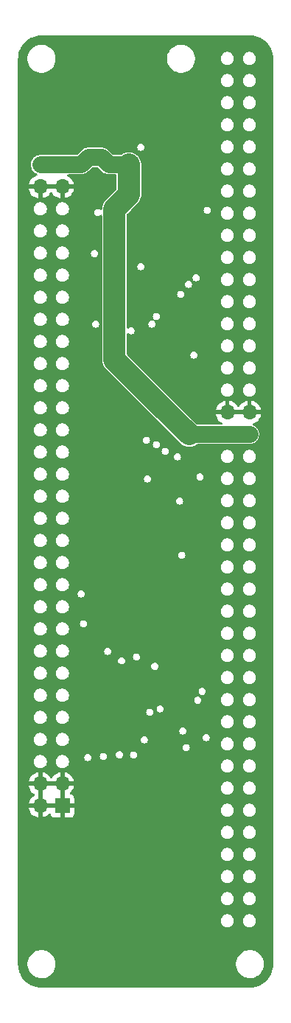
<source format=gbr>
%TF.GenerationSoftware,KiCad,Pcbnew,8.0.4*%
%TF.CreationDate,2024-07-29T13:54:58-07:00*%
%TF.ProjectId,RANDY,52414e44-592e-46b6-9963-61645f706362,0*%
%TF.SameCoordinates,Original*%
%TF.FileFunction,Copper,L3,Inr*%
%TF.FilePolarity,Positive*%
%FSLAX46Y46*%
G04 Gerber Fmt 4.6, Leading zero omitted, Abs format (unit mm)*
G04 Created by KiCad (PCBNEW 8.0.4) date 2024-07-29 13:54:58*
%MOMM*%
%LPD*%
G01*
G04 APERTURE LIST*
%TA.AperFunction,ComponentPad*%
%ADD10R,1.700000X1.700000*%
%TD*%
%TA.AperFunction,ComponentPad*%
%ADD11O,1.700000X1.700000*%
%TD*%
%TA.AperFunction,ViaPad*%
%ADD12C,0.800000*%
%TD*%
%TA.AperFunction,ViaPad*%
%ADD13C,0.500000*%
%TD*%
%TA.AperFunction,Conductor*%
%ADD14C,2.540000*%
%TD*%
%TA.AperFunction,Conductor*%
%ADD15C,1.905000*%
%TD*%
G04 APERTURE END LIST*
D10*
%TO.N,GND*%
%TO.C,J1*%
X2396000Y-85824000D03*
D11*
X-144000Y-85824000D03*
X2396000Y-83284000D03*
X-144000Y-83284000D03*
X2396000Y-14704000D03*
X-144000Y-14704000D03*
%TO.N,+3.3V*%
X2396000Y-12164000D03*
X-144000Y-12164000D03*
%TD*%
%TO.N,GND*%
%TO.C,J2*%
X23895800Y-40612000D03*
%TO.N,+3.3V*%
X23895800Y-43152000D03*
%TO.N,GND*%
X21355800Y-40612000D03*
%TO.N,+3.3V*%
X21355800Y-43152000D03*
%TD*%
D12*
%TO.N,+3.3V*%
X6830800Y-11325800D03*
X7745200Y-12164000D03*
X5357600Y-11325800D03*
X18972000Y-42707800D03*
D13*
%TO.N,GND*%
X26035000Y-73025000D03*
X13081000Y1905000D03*
X26035000Y-40005000D03*
D12*
X7923000Y-14246800D03*
D13*
X-1905000Y-95885000D03*
X26035000Y-65405000D03*
X18415000Y-106045000D03*
X26035000Y-78105000D03*
D12*
X5357600Y-14653200D03*
D13*
X26035000Y155000D03*
X-1905000Y-88265000D03*
X-1905000Y-52705000D03*
X26035000Y-24765000D03*
X26035000Y-52705000D03*
X-1905000Y-78105000D03*
D12*
X18972000Y-41170800D03*
D13*
X-1905000Y-17145000D03*
X26035000Y-4445000D03*
X-1905000Y-19685000D03*
X10287000Y-29210000D03*
X17399000Y-27432000D03*
X26035000Y-75565000D03*
X-1905000Y-65405000D03*
X5715000Y-106045000D03*
X-1905000Y-83185000D03*
X-1905000Y-57785000D03*
X-1905000Y-34925000D03*
X-1905000Y-93345000D03*
X15875000Y-106045000D03*
X26035000Y-90805000D03*
X26035000Y-100965000D03*
X-1905000Y-40005000D03*
X26035000Y-67945000D03*
X26035000Y-83185000D03*
X-1905000Y-100965000D03*
X26035000Y-42545000D03*
X26035000Y-22225000D03*
X-1905000Y-24765000D03*
X-1905000Y-75565000D03*
X26035000Y-37465000D03*
X26035000Y-45085000D03*
X19861000Y1882200D03*
X26035000Y-70485000D03*
X-1905000Y-55245000D03*
X26035000Y-29845000D03*
X-1905000Y-4445000D03*
X26035000Y-32385000D03*
X26035000Y-57785000D03*
X26035000Y-17145000D03*
X-1905000Y-80645000D03*
D12*
X6830800Y-14653200D03*
D13*
X26035000Y-62865000D03*
X12192000Y-45974000D03*
X26035000Y-1905000D03*
X2921000Y1905000D03*
X-1905000Y-9525000D03*
X-1905000Y-32385000D03*
X-1905000Y-50165000D03*
X26035000Y-95885000D03*
X8255000Y-106045000D03*
X13335000Y-106045000D03*
X26035000Y-12065000D03*
X-1905000Y-14605000D03*
X-1905000Y-27305000D03*
X10795000Y-106045000D03*
X-1905000Y-45085000D03*
X20955000Y-106045000D03*
X-1905000Y-70485000D03*
X-1905000Y-98425000D03*
X26035000Y-19685000D03*
X-1905000Y-6985000D03*
X-1905000Y-12065000D03*
X-1905000Y-60325000D03*
X3175000Y-106045000D03*
X-1905000Y-90805000D03*
X-1905000Y-37465000D03*
X26035000Y-60325000D03*
X24892000Y1905000D03*
X26035000Y-98425000D03*
X-1905000Y-22225000D03*
X26035000Y-50165000D03*
X9144000Y-70866000D03*
X8001000Y1905000D03*
X7747000Y-78232000D03*
X26035000Y-6985000D03*
X26035000Y-14605000D03*
X26035000Y-27305000D03*
X26035000Y-93345000D03*
X18034000Y-80137000D03*
X10160000Y-21971000D03*
X-1905000Y-67945000D03*
X10541000Y1905000D03*
X22401000Y1882200D03*
X-1905000Y-62865000D03*
X26035000Y-80645000D03*
X26035000Y-34925000D03*
X26035000Y-47625000D03*
X-1905000Y-85725000D03*
X11303000Y-70485000D03*
X-1905000Y-29845000D03*
X26035000Y-88265000D03*
X26035000Y-55245000D03*
X-1905000Y-42545000D03*
X26035000Y-85725000D03*
X5461000Y1905000D03*
X26035000Y-9525000D03*
X-1905000Y-47625000D03*
%TD*%
D14*
%TO.N,+3.3V*%
X13384000Y-39546000D02*
X16990000Y-43152000D01*
D15*
X-144000Y-12164000D02*
X2396000Y-12164000D01*
X4519400Y-12164000D02*
X5357600Y-11325800D01*
X2396000Y-12164000D02*
X4519400Y-12164000D01*
X16990000Y-43152000D02*
X23895800Y-43152000D01*
X6907000Y-11325800D02*
X7745200Y-12164000D01*
X10031200Y-12164000D02*
X7745200Y-12164000D01*
X5357600Y-11325800D02*
X6830800Y-11325800D01*
D14*
X10031200Y-15622800D02*
X10031200Y-12164000D01*
X13384000Y-39546000D02*
X8382000Y-34544000D01*
D15*
X6830800Y-11325800D02*
X6907000Y-11325800D01*
D14*
X8382000Y-17272000D02*
X10031200Y-15622800D01*
X8382000Y-34544000D02*
X8382000Y-17272000D01*
%TD*%
%TA.AperFunction,Conductor*%
%TO.N,GND*%
G36*
X1930075Y-85631007D02*
G01*
X1896000Y-85758174D01*
X1896000Y-85889826D01*
X1930075Y-86016993D01*
X1962988Y-86074000D01*
X289012Y-86074000D01*
X321925Y-86016993D01*
X356000Y-85889826D01*
X356000Y-85758174D01*
X321925Y-85631007D01*
X289012Y-85574000D01*
X1962988Y-85574000D01*
X1930075Y-85631007D01*
G37*
%TD.AperFunction*%
%TA.AperFunction,Conductor*%
G36*
X106000Y-85390988D02*
G01*
X48993Y-85358075D01*
X-78174Y-85324000D01*
X-209826Y-85324000D01*
X-336993Y-85358075D01*
X-394000Y-85390988D01*
X-394000Y-83717012D01*
X-336993Y-83749925D01*
X-209826Y-83784000D01*
X-78174Y-83784000D01*
X48993Y-83749925D01*
X106000Y-83717012D01*
X106000Y-85390988D01*
G37*
%TD.AperFunction*%
%TA.AperFunction,Conductor*%
G36*
X2646000Y-85390988D02*
G01*
X2588993Y-85358075D01*
X2461826Y-85324000D01*
X2330174Y-85324000D01*
X2203007Y-85358075D01*
X2146000Y-85390988D01*
X2146000Y-83717012D01*
X2203007Y-83749925D01*
X2330174Y-83784000D01*
X2461826Y-83784000D01*
X2588993Y-83749925D01*
X2646000Y-83717012D01*
X2646000Y-85390988D01*
G37*
%TD.AperFunction*%
%TA.AperFunction,Conductor*%
G36*
X1930075Y-83091007D02*
G01*
X1896000Y-83218174D01*
X1896000Y-83349826D01*
X1930075Y-83476993D01*
X1962988Y-83534000D01*
X289012Y-83534000D01*
X321925Y-83476993D01*
X356000Y-83349826D01*
X356000Y-83218174D01*
X321925Y-83091007D01*
X289012Y-83034000D01*
X1962988Y-83034000D01*
X1930075Y-83091007D01*
G37*
%TD.AperFunction*%
%TA.AperFunction,Conductor*%
G36*
X23429875Y-40419007D02*
G01*
X23395800Y-40546174D01*
X23395800Y-40677826D01*
X23429875Y-40804993D01*
X23462788Y-40862000D01*
X21788812Y-40862000D01*
X21821725Y-40804993D01*
X21855800Y-40677826D01*
X21855800Y-40546174D01*
X21821725Y-40419007D01*
X21788812Y-40362000D01*
X23462788Y-40362000D01*
X23429875Y-40419007D01*
G37*
%TD.AperFunction*%
%TA.AperFunction,Conductor*%
G36*
X1930075Y-14511007D02*
G01*
X1896000Y-14638174D01*
X1896000Y-14769826D01*
X1930075Y-14896993D01*
X1962988Y-14954000D01*
X289012Y-14954000D01*
X321925Y-14896993D01*
X356000Y-14769826D01*
X356000Y-14638174D01*
X321925Y-14511007D01*
X289012Y-14454000D01*
X1962988Y-14454000D01*
X1930075Y-14511007D01*
G37*
%TD.AperFunction*%
%TA.AperFunction,Conductor*%
G36*
X24000163Y2699184D02*
G01*
X24287602Y2678612D01*
X24301242Y2676869D01*
X24582720Y2624918D01*
X24596082Y2621677D01*
X24870087Y2538843D01*
X24883008Y2534139D01*
X25128974Y2428798D01*
X25146113Y2421458D01*
X25158445Y2415346D01*
X25407462Y2274188D01*
X25419037Y2266749D01*
X25568464Y2158538D01*
X25650857Y2098871D01*
X25661540Y2090192D01*
X25873331Y1897651D01*
X25882982Y1887846D01*
X26072140Y1673004D01*
X26080638Y1662195D01*
X26244809Y1427724D01*
X26252066Y1416028D01*
X26389234Y1164814D01*
X26395150Y1152385D01*
X26503630Y887514D01*
X26508132Y874507D01*
X26586590Y599235D01*
X26589622Y585808D01*
X26637084Y303552D01*
X26638610Y289872D01*
X26654687Y645D01*
X26654878Y-6244D01*
X26648902Y-103943337D01*
X26648899Y-103943385D01*
X26648899Y-103996560D01*
X26648708Y-104003438D01*
X26632669Y-104292139D01*
X26631145Y-104305811D01*
X26583799Y-104587551D01*
X26580771Y-104600969D01*
X26502504Y-104875750D01*
X26498007Y-104888752D01*
X26389787Y-105153163D01*
X26383879Y-105165584D01*
X26247044Y-105416373D01*
X26239794Y-105428066D01*
X26076008Y-105662170D01*
X26067510Y-105672986D01*
X25878812Y-105887497D01*
X25869167Y-105897306D01*
X25657871Y-106089594D01*
X25647199Y-106098275D01*
X25415889Y-106265984D01*
X25404321Y-106273428D01*
X25155877Y-106414474D01*
X25143556Y-106420592D01*
X24881003Y-106533257D01*
X24868080Y-106537972D01*
X24594663Y-106620862D01*
X24581297Y-106624116D01*
X24300401Y-106676205D01*
X24286757Y-106677960D01*
X23999990Y-106698747D01*
X23991027Y-106699071D01*
X16431Y-106699500D01*
X3481Y-106699500D01*
X-3472Y-106699305D01*
X-295297Y-106682916D01*
X-309115Y-106681359D01*
X-593828Y-106632984D01*
X-607385Y-106629890D01*
X-884900Y-106549939D01*
X-898025Y-106545346D01*
X-1164835Y-106434830D01*
X-1177363Y-106428797D01*
X-1430126Y-106289100D01*
X-1441900Y-106281702D01*
X-1677431Y-106114584D01*
X-1688303Y-106105914D01*
X-1903643Y-105913475D01*
X-1913476Y-105903642D01*
X-2105915Y-105688302D01*
X-2114585Y-105677430D01*
X-2125413Y-105662170D01*
X-2194365Y-105564990D01*
X-2281703Y-105441899D01*
X-2289101Y-105430125D01*
X-2428798Y-105177362D01*
X-2434828Y-105164841D01*
X-2545347Y-104898024D01*
X-2549940Y-104884899D01*
X-2589916Y-104746141D01*
X-2629892Y-104607382D01*
X-2632985Y-104593827D01*
X-2646035Y-104517020D01*
X-2681362Y-104309103D01*
X-2682916Y-104295306D01*
X-2699305Y-104003472D01*
X-2699500Y-103996519D01*
X-2699500Y-103873723D01*
X-1604500Y-103873723D01*
X-1604500Y-104126276D01*
X-1564991Y-104375722D01*
X-1564991Y-104375725D01*
X-1486950Y-104615911D01*
X-1486949Y-104615914D01*
X-1372291Y-104840941D01*
X-1223844Y-105045261D01*
X-1045261Y-105223844D01*
X-840941Y-105372291D01*
X-731476Y-105428066D01*
X-615915Y-105486948D01*
X-615912Y-105486949D01*
X-391877Y-105559741D01*
X-375721Y-105564991D01*
X-126277Y-105604500D01*
X-126276Y-105604500D01*
X126276Y-105604500D01*
X126277Y-105604500D01*
X375721Y-105564991D01*
X375724Y-105564990D01*
X375725Y-105564990D01*
X615911Y-105486949D01*
X615914Y-105486948D01*
X618823Y-105485466D01*
X840941Y-105372291D01*
X1045261Y-105223844D01*
X1223844Y-105045261D01*
X1372291Y-104840941D01*
X1486948Y-104615914D01*
X1493954Y-104594352D01*
X1564990Y-104375725D01*
X1564990Y-104375724D01*
X1564991Y-104375721D01*
X1604500Y-104126277D01*
X1604500Y-103873723D01*
X22345900Y-103873723D01*
X22345900Y-104126276D01*
X22385409Y-104375722D01*
X22385409Y-104375725D01*
X22463450Y-104615911D01*
X22463451Y-104615914D01*
X22578109Y-104840941D01*
X22726556Y-105045261D01*
X22905139Y-105223844D01*
X23109459Y-105372291D01*
X23218924Y-105428066D01*
X23334485Y-105486948D01*
X23334488Y-105486949D01*
X23558523Y-105559741D01*
X23574679Y-105564991D01*
X23824123Y-105604500D01*
X23824124Y-105604500D01*
X24076676Y-105604500D01*
X24076677Y-105604500D01*
X24326121Y-105564991D01*
X24326124Y-105564990D01*
X24326125Y-105564990D01*
X24566311Y-105486949D01*
X24566314Y-105486948D01*
X24569223Y-105485466D01*
X24791341Y-105372291D01*
X24995661Y-105223844D01*
X25174244Y-105045261D01*
X25322691Y-104840941D01*
X25437348Y-104615914D01*
X25444354Y-104594352D01*
X25515390Y-104375725D01*
X25515390Y-104375724D01*
X25515391Y-104375721D01*
X25554900Y-104126277D01*
X25554900Y-103873723D01*
X25515391Y-103624279D01*
X25515390Y-103624275D01*
X25515390Y-103624274D01*
X25437349Y-103384088D01*
X25437348Y-103384085D01*
X25322690Y-103159058D01*
X25174244Y-102954739D01*
X24995661Y-102776156D01*
X24791341Y-102627709D01*
X24566314Y-102513051D01*
X24566311Y-102513050D01*
X24326123Y-102435009D01*
X24159825Y-102408669D01*
X24076677Y-102395500D01*
X23824123Y-102395500D01*
X23740975Y-102408669D01*
X23574677Y-102435009D01*
X23574674Y-102435009D01*
X23334488Y-102513050D01*
X23334485Y-102513051D01*
X23109458Y-102627709D01*
X22905136Y-102776158D01*
X22726558Y-102954736D01*
X22578109Y-103159058D01*
X22463451Y-103384085D01*
X22463450Y-103384088D01*
X22385409Y-103624274D01*
X22385409Y-103624277D01*
X22345900Y-103873723D01*
X1604500Y-103873723D01*
X1564991Y-103624279D01*
X1564990Y-103624275D01*
X1564990Y-103624274D01*
X1486949Y-103384088D01*
X1486948Y-103384085D01*
X1372290Y-103159058D01*
X1223844Y-102954739D01*
X1045261Y-102776156D01*
X840941Y-102627709D01*
X615914Y-102513051D01*
X615911Y-102513050D01*
X375723Y-102435009D01*
X209425Y-102408669D01*
X126277Y-102395500D01*
X-126277Y-102395500D01*
X-209425Y-102408669D01*
X-375723Y-102435009D01*
X-375726Y-102435009D01*
X-615912Y-102513050D01*
X-615915Y-102513051D01*
X-840942Y-102627709D01*
X-1045264Y-102776158D01*
X-1223842Y-102954736D01*
X-1372291Y-103159058D01*
X-1486949Y-103384085D01*
X-1486950Y-103384088D01*
X-1564991Y-103624274D01*
X-1564991Y-103624277D01*
X-1604500Y-103873723D01*
X-2699500Y-103873723D01*
X-2699500Y-98957683D01*
X20601300Y-98957683D01*
X20601300Y-99106316D01*
X20630293Y-99252072D01*
X20630295Y-99252080D01*
X20687171Y-99389391D01*
X20769739Y-99512964D01*
X20769745Y-99512971D01*
X20874828Y-99618054D01*
X20874835Y-99618060D01*
X20998408Y-99700628D01*
X20998409Y-99700628D01*
X20998410Y-99700629D01*
X21135720Y-99757505D01*
X21281483Y-99786499D01*
X21281487Y-99786500D01*
X21281488Y-99786500D01*
X21430113Y-99786500D01*
X21430114Y-99786499D01*
X21575880Y-99757505D01*
X21713190Y-99700629D01*
X21836766Y-99618059D01*
X21941859Y-99512966D01*
X22024429Y-99389390D01*
X22081305Y-99252080D01*
X22110300Y-99106312D01*
X22110300Y-98957688D01*
X22110299Y-98957683D01*
X23141300Y-98957683D01*
X23141300Y-99106316D01*
X23170293Y-99252072D01*
X23170295Y-99252080D01*
X23227171Y-99389391D01*
X23309739Y-99512964D01*
X23309745Y-99512971D01*
X23414828Y-99618054D01*
X23414835Y-99618060D01*
X23538408Y-99700628D01*
X23538409Y-99700628D01*
X23538410Y-99700629D01*
X23675720Y-99757505D01*
X23821483Y-99786499D01*
X23821487Y-99786500D01*
X23821488Y-99786500D01*
X23970113Y-99786500D01*
X23970114Y-99786499D01*
X24115880Y-99757505D01*
X24253190Y-99700629D01*
X24376766Y-99618059D01*
X24481859Y-99512966D01*
X24564429Y-99389390D01*
X24621305Y-99252080D01*
X24650300Y-99106312D01*
X24650300Y-98957688D01*
X24621305Y-98811920D01*
X24564429Y-98674610D01*
X24481859Y-98551034D01*
X24481854Y-98551028D01*
X24376771Y-98445945D01*
X24376764Y-98445939D01*
X24253191Y-98363371D01*
X24115880Y-98306495D01*
X24115872Y-98306493D01*
X23970116Y-98277500D01*
X23970112Y-98277500D01*
X23821488Y-98277500D01*
X23821483Y-98277500D01*
X23675727Y-98306493D01*
X23675719Y-98306495D01*
X23538408Y-98363371D01*
X23414835Y-98445939D01*
X23414828Y-98445945D01*
X23309745Y-98551028D01*
X23309739Y-98551035D01*
X23227171Y-98674608D01*
X23170295Y-98811919D01*
X23170293Y-98811927D01*
X23141300Y-98957683D01*
X22110299Y-98957683D01*
X22081305Y-98811920D01*
X22024429Y-98674610D01*
X21941859Y-98551034D01*
X21941854Y-98551028D01*
X21836771Y-98445945D01*
X21836764Y-98445939D01*
X21713191Y-98363371D01*
X21575880Y-98306495D01*
X21575872Y-98306493D01*
X21430116Y-98277500D01*
X21430112Y-98277500D01*
X21281488Y-98277500D01*
X21281483Y-98277500D01*
X21135727Y-98306493D01*
X21135719Y-98306495D01*
X20998408Y-98363371D01*
X20874835Y-98445939D01*
X20874828Y-98445945D01*
X20769745Y-98551028D01*
X20769739Y-98551035D01*
X20687171Y-98674608D01*
X20630295Y-98811919D01*
X20630293Y-98811927D01*
X20601300Y-98957683D01*
X-2699500Y-98957683D01*
X-2699500Y-96417683D01*
X20601300Y-96417683D01*
X20601300Y-96566316D01*
X20630293Y-96712072D01*
X20630295Y-96712080D01*
X20687171Y-96849391D01*
X20769739Y-96972964D01*
X20769745Y-96972971D01*
X20874828Y-97078054D01*
X20874835Y-97078060D01*
X20998408Y-97160628D01*
X20998409Y-97160628D01*
X20998410Y-97160629D01*
X21135720Y-97217505D01*
X21281483Y-97246499D01*
X21281487Y-97246500D01*
X21281488Y-97246500D01*
X21430113Y-97246500D01*
X21430114Y-97246499D01*
X21575880Y-97217505D01*
X21713190Y-97160629D01*
X21836766Y-97078059D01*
X21941859Y-96972966D01*
X22024429Y-96849390D01*
X22081305Y-96712080D01*
X22110300Y-96566312D01*
X22110300Y-96417688D01*
X22110299Y-96417683D01*
X23141300Y-96417683D01*
X23141300Y-96566316D01*
X23170293Y-96712072D01*
X23170295Y-96712080D01*
X23227171Y-96849391D01*
X23309739Y-96972964D01*
X23309745Y-96972971D01*
X23414828Y-97078054D01*
X23414835Y-97078060D01*
X23538408Y-97160628D01*
X23538409Y-97160628D01*
X23538410Y-97160629D01*
X23675720Y-97217505D01*
X23821483Y-97246499D01*
X23821487Y-97246500D01*
X23821488Y-97246500D01*
X23970113Y-97246500D01*
X23970114Y-97246499D01*
X24115880Y-97217505D01*
X24253190Y-97160629D01*
X24376766Y-97078059D01*
X24481859Y-96972966D01*
X24564429Y-96849390D01*
X24621305Y-96712080D01*
X24650300Y-96566312D01*
X24650300Y-96417688D01*
X24621305Y-96271920D01*
X24564429Y-96134610D01*
X24481859Y-96011034D01*
X24481854Y-96011028D01*
X24376771Y-95905945D01*
X24376764Y-95905939D01*
X24253191Y-95823371D01*
X24115880Y-95766495D01*
X24115872Y-95766493D01*
X23970116Y-95737500D01*
X23970112Y-95737500D01*
X23821488Y-95737500D01*
X23821483Y-95737500D01*
X23675727Y-95766493D01*
X23675719Y-95766495D01*
X23538408Y-95823371D01*
X23414835Y-95905939D01*
X23414828Y-95905945D01*
X23309745Y-96011028D01*
X23309739Y-96011035D01*
X23227171Y-96134608D01*
X23170295Y-96271919D01*
X23170293Y-96271927D01*
X23141300Y-96417683D01*
X22110299Y-96417683D01*
X22081305Y-96271920D01*
X22024429Y-96134610D01*
X21941859Y-96011034D01*
X21941854Y-96011028D01*
X21836771Y-95905945D01*
X21836764Y-95905939D01*
X21713191Y-95823371D01*
X21575880Y-95766495D01*
X21575872Y-95766493D01*
X21430116Y-95737500D01*
X21430112Y-95737500D01*
X21281488Y-95737500D01*
X21281483Y-95737500D01*
X21135727Y-95766493D01*
X21135719Y-95766495D01*
X20998408Y-95823371D01*
X20874835Y-95905939D01*
X20874828Y-95905945D01*
X20769745Y-96011028D01*
X20769739Y-96011035D01*
X20687171Y-96134608D01*
X20630295Y-96271919D01*
X20630293Y-96271927D01*
X20601300Y-96417683D01*
X-2699500Y-96417683D01*
X-2699500Y-93877683D01*
X20601300Y-93877683D01*
X20601300Y-94026316D01*
X20630293Y-94172072D01*
X20630295Y-94172080D01*
X20687171Y-94309391D01*
X20769739Y-94432964D01*
X20769745Y-94432971D01*
X20874828Y-94538054D01*
X20874835Y-94538060D01*
X20998408Y-94620628D01*
X20998409Y-94620628D01*
X20998410Y-94620629D01*
X21135720Y-94677505D01*
X21281483Y-94706499D01*
X21281487Y-94706500D01*
X21281488Y-94706500D01*
X21430113Y-94706500D01*
X21430114Y-94706499D01*
X21575880Y-94677505D01*
X21713190Y-94620629D01*
X21836766Y-94538059D01*
X21941859Y-94432966D01*
X22024429Y-94309390D01*
X22081305Y-94172080D01*
X22110300Y-94026312D01*
X22110300Y-93877688D01*
X22110299Y-93877683D01*
X23141300Y-93877683D01*
X23141300Y-94026316D01*
X23170293Y-94172072D01*
X23170295Y-94172080D01*
X23227171Y-94309391D01*
X23309739Y-94432964D01*
X23309745Y-94432971D01*
X23414828Y-94538054D01*
X23414835Y-94538060D01*
X23538408Y-94620628D01*
X23538409Y-94620628D01*
X23538410Y-94620629D01*
X23675720Y-94677505D01*
X23821483Y-94706499D01*
X23821487Y-94706500D01*
X23821488Y-94706500D01*
X23970113Y-94706500D01*
X23970114Y-94706499D01*
X24115880Y-94677505D01*
X24253190Y-94620629D01*
X24376766Y-94538059D01*
X24481859Y-94432966D01*
X24564429Y-94309390D01*
X24621305Y-94172080D01*
X24650300Y-94026312D01*
X24650300Y-93877688D01*
X24621305Y-93731920D01*
X24564429Y-93594610D01*
X24481859Y-93471034D01*
X24481854Y-93471028D01*
X24376771Y-93365945D01*
X24376764Y-93365939D01*
X24253191Y-93283371D01*
X24115880Y-93226495D01*
X24115872Y-93226493D01*
X23970116Y-93197500D01*
X23970112Y-93197500D01*
X23821488Y-93197500D01*
X23821483Y-93197500D01*
X23675727Y-93226493D01*
X23675719Y-93226495D01*
X23538408Y-93283371D01*
X23414835Y-93365939D01*
X23414828Y-93365945D01*
X23309745Y-93471028D01*
X23309739Y-93471035D01*
X23227171Y-93594608D01*
X23170295Y-93731919D01*
X23170293Y-93731927D01*
X23141300Y-93877683D01*
X22110299Y-93877683D01*
X22081305Y-93731920D01*
X22024429Y-93594610D01*
X21941859Y-93471034D01*
X21941854Y-93471028D01*
X21836771Y-93365945D01*
X21836764Y-93365939D01*
X21713191Y-93283371D01*
X21575880Y-93226495D01*
X21575872Y-93226493D01*
X21430116Y-93197500D01*
X21430112Y-93197500D01*
X21281488Y-93197500D01*
X21281483Y-93197500D01*
X21135727Y-93226493D01*
X21135719Y-93226495D01*
X20998408Y-93283371D01*
X20874835Y-93365939D01*
X20874828Y-93365945D01*
X20769745Y-93471028D01*
X20769739Y-93471035D01*
X20687171Y-93594608D01*
X20630295Y-93731919D01*
X20630293Y-93731927D01*
X20601300Y-93877683D01*
X-2699500Y-93877683D01*
X-2699500Y-91337683D01*
X20601300Y-91337683D01*
X20601300Y-91486316D01*
X20630293Y-91632072D01*
X20630295Y-91632080D01*
X20687171Y-91769391D01*
X20769739Y-91892964D01*
X20769745Y-91892971D01*
X20874828Y-91998054D01*
X20874835Y-91998060D01*
X20998408Y-92080628D01*
X20998409Y-92080628D01*
X20998410Y-92080629D01*
X21135720Y-92137505D01*
X21281483Y-92166499D01*
X21281487Y-92166500D01*
X21281488Y-92166500D01*
X21430113Y-92166500D01*
X21430114Y-92166499D01*
X21575880Y-92137505D01*
X21713190Y-92080629D01*
X21836766Y-91998059D01*
X21941859Y-91892966D01*
X22024429Y-91769390D01*
X22081305Y-91632080D01*
X22110300Y-91486312D01*
X22110300Y-91337688D01*
X22110299Y-91337683D01*
X23141300Y-91337683D01*
X23141300Y-91486316D01*
X23170293Y-91632072D01*
X23170295Y-91632080D01*
X23227171Y-91769391D01*
X23309739Y-91892964D01*
X23309745Y-91892971D01*
X23414828Y-91998054D01*
X23414835Y-91998060D01*
X23538408Y-92080628D01*
X23538409Y-92080628D01*
X23538410Y-92080629D01*
X23675720Y-92137505D01*
X23821483Y-92166499D01*
X23821487Y-92166500D01*
X23821488Y-92166500D01*
X23970113Y-92166500D01*
X23970114Y-92166499D01*
X24115880Y-92137505D01*
X24253190Y-92080629D01*
X24376766Y-91998059D01*
X24481859Y-91892966D01*
X24564429Y-91769390D01*
X24621305Y-91632080D01*
X24650300Y-91486312D01*
X24650300Y-91337688D01*
X24621305Y-91191920D01*
X24564429Y-91054610D01*
X24481859Y-90931034D01*
X24481854Y-90931028D01*
X24376771Y-90825945D01*
X24376764Y-90825939D01*
X24253191Y-90743371D01*
X24115880Y-90686495D01*
X24115872Y-90686493D01*
X23970116Y-90657500D01*
X23970112Y-90657500D01*
X23821488Y-90657500D01*
X23821483Y-90657500D01*
X23675727Y-90686493D01*
X23675719Y-90686495D01*
X23538408Y-90743371D01*
X23414835Y-90825939D01*
X23414828Y-90825945D01*
X23309745Y-90931028D01*
X23309739Y-90931035D01*
X23227171Y-91054608D01*
X23170295Y-91191919D01*
X23170293Y-91191927D01*
X23141300Y-91337683D01*
X22110299Y-91337683D01*
X22081305Y-91191920D01*
X22024429Y-91054610D01*
X21941859Y-90931034D01*
X21941854Y-90931028D01*
X21836771Y-90825945D01*
X21836764Y-90825939D01*
X21713191Y-90743371D01*
X21575880Y-90686495D01*
X21575872Y-90686493D01*
X21430116Y-90657500D01*
X21430112Y-90657500D01*
X21281488Y-90657500D01*
X21281483Y-90657500D01*
X21135727Y-90686493D01*
X21135719Y-90686495D01*
X20998408Y-90743371D01*
X20874835Y-90825939D01*
X20874828Y-90825945D01*
X20769745Y-90931028D01*
X20769739Y-90931035D01*
X20687171Y-91054608D01*
X20630295Y-91191919D01*
X20630293Y-91191927D01*
X20601300Y-91337683D01*
X-2699500Y-91337683D01*
X-2699500Y-88797683D01*
X20601300Y-88797683D01*
X20601300Y-88946316D01*
X20630293Y-89092072D01*
X20630295Y-89092080D01*
X20687171Y-89229391D01*
X20769739Y-89352964D01*
X20769745Y-89352971D01*
X20874828Y-89458054D01*
X20874835Y-89458060D01*
X20998408Y-89540628D01*
X20998409Y-89540628D01*
X20998410Y-89540629D01*
X21135720Y-89597505D01*
X21281483Y-89626499D01*
X21281487Y-89626500D01*
X21281488Y-89626500D01*
X21430113Y-89626500D01*
X21430114Y-89626499D01*
X21575880Y-89597505D01*
X21713190Y-89540629D01*
X21836766Y-89458059D01*
X21941859Y-89352966D01*
X22024429Y-89229390D01*
X22081305Y-89092080D01*
X22110300Y-88946312D01*
X22110300Y-88797688D01*
X22110299Y-88797683D01*
X23141300Y-88797683D01*
X23141300Y-88946316D01*
X23170293Y-89092072D01*
X23170295Y-89092080D01*
X23227171Y-89229391D01*
X23309739Y-89352964D01*
X23309745Y-89352971D01*
X23414828Y-89458054D01*
X23414835Y-89458060D01*
X23538408Y-89540628D01*
X23538409Y-89540628D01*
X23538410Y-89540629D01*
X23675720Y-89597505D01*
X23821483Y-89626499D01*
X23821487Y-89626500D01*
X23821488Y-89626500D01*
X23970113Y-89626500D01*
X23970114Y-89626499D01*
X24115880Y-89597505D01*
X24253190Y-89540629D01*
X24376766Y-89458059D01*
X24481859Y-89352966D01*
X24564429Y-89229390D01*
X24621305Y-89092080D01*
X24650300Y-88946312D01*
X24650300Y-88797688D01*
X24621305Y-88651920D01*
X24564429Y-88514610D01*
X24481859Y-88391034D01*
X24481854Y-88391028D01*
X24376771Y-88285945D01*
X24376764Y-88285939D01*
X24253191Y-88203371D01*
X24115880Y-88146495D01*
X24115872Y-88146493D01*
X23970116Y-88117500D01*
X23970112Y-88117500D01*
X23821488Y-88117500D01*
X23821483Y-88117500D01*
X23675727Y-88146493D01*
X23675719Y-88146495D01*
X23538408Y-88203371D01*
X23414835Y-88285939D01*
X23414828Y-88285945D01*
X23309745Y-88391028D01*
X23309739Y-88391035D01*
X23227171Y-88514608D01*
X23170295Y-88651919D01*
X23170293Y-88651927D01*
X23141300Y-88797683D01*
X22110299Y-88797683D01*
X22081305Y-88651920D01*
X22024429Y-88514610D01*
X21941859Y-88391034D01*
X21941854Y-88391028D01*
X21836771Y-88285945D01*
X21836764Y-88285939D01*
X21713191Y-88203371D01*
X21575880Y-88146495D01*
X21575872Y-88146493D01*
X21430116Y-88117500D01*
X21430112Y-88117500D01*
X21281488Y-88117500D01*
X21281483Y-88117500D01*
X21135727Y-88146493D01*
X21135719Y-88146495D01*
X20998408Y-88203371D01*
X20874835Y-88285939D01*
X20874828Y-88285945D01*
X20769745Y-88391028D01*
X20769739Y-88391035D01*
X20687171Y-88514608D01*
X20630295Y-88651919D01*
X20630293Y-88651927D01*
X20601300Y-88797683D01*
X-2699500Y-88797683D01*
X-2699500Y-83033999D01*
X-1474636Y-83033999D01*
X-1474636Y-83034000D01*
X-577012Y-83034000D01*
X-609925Y-83091007D01*
X-644000Y-83218174D01*
X-644000Y-83349826D01*
X-609925Y-83476993D01*
X-577012Y-83534000D01*
X-1474636Y-83534000D01*
X-1417433Y-83747486D01*
X-1417430Y-83747492D01*
X-1317601Y-83961578D01*
X-1182106Y-84155082D01*
X-1015083Y-84322105D01*
X-828969Y-84452425D01*
X-785344Y-84507003D01*
X-778152Y-84576501D01*
X-809674Y-84638856D01*
X-828969Y-84655575D01*
X-1015078Y-84785890D01*
X-1015080Y-84785891D01*
X-1182109Y-84952920D01*
X-1182114Y-84952926D01*
X-1317600Y-85146420D01*
X-1317601Y-85146422D01*
X-1417430Y-85360507D01*
X-1417433Y-85360513D01*
X-1474636Y-85573999D01*
X-1474636Y-85574000D01*
X-577012Y-85574000D01*
X-609925Y-85631007D01*
X-644000Y-85758174D01*
X-644000Y-85889826D01*
X-609925Y-86016993D01*
X-577012Y-86074000D01*
X-1474636Y-86074000D01*
X-1417433Y-86287486D01*
X-1417430Y-86287492D01*
X-1317601Y-86501578D01*
X-1182106Y-86695082D01*
X-1015083Y-86862105D01*
X-821579Y-86997600D01*
X-607493Y-87097429D01*
X-607484Y-87097433D01*
X-394000Y-87154634D01*
X-394000Y-86257012D01*
X-336993Y-86289925D01*
X-209826Y-86324000D01*
X-78174Y-86324000D01*
X48993Y-86289925D01*
X106000Y-86257012D01*
X106000Y-87154633D01*
X319483Y-87097433D01*
X319492Y-87097429D01*
X533578Y-86997600D01*
X727078Y-86862108D01*
X849521Y-86739665D01*
X910844Y-86706180D01*
X980536Y-86711164D01*
X1036470Y-86753035D01*
X1053385Y-86784013D01*
X1102645Y-86916086D01*
X1102649Y-86916093D01*
X1188809Y-87031187D01*
X1188812Y-87031190D01*
X1303906Y-87117350D01*
X1303913Y-87117354D01*
X1438620Y-87167596D01*
X1438627Y-87167598D01*
X1498155Y-87173999D01*
X1498172Y-87174000D01*
X2146000Y-87174000D01*
X2146000Y-86257012D01*
X2203007Y-86289925D01*
X2330174Y-86324000D01*
X2461826Y-86324000D01*
X2588993Y-86289925D01*
X2646000Y-86257012D01*
X2646000Y-87174000D01*
X3293828Y-87174000D01*
X3293844Y-87173999D01*
X3353372Y-87167598D01*
X3353379Y-87167596D01*
X3488086Y-87117354D01*
X3488093Y-87117350D01*
X3603187Y-87031190D01*
X3603190Y-87031187D01*
X3689350Y-86916093D01*
X3689354Y-86916086D01*
X3739596Y-86781379D01*
X3739598Y-86781372D01*
X3745999Y-86721844D01*
X3746000Y-86721827D01*
X3746000Y-86257683D01*
X20601300Y-86257683D01*
X20601300Y-86406316D01*
X20630293Y-86552072D01*
X20630295Y-86552080D01*
X20687171Y-86689391D01*
X20769739Y-86812964D01*
X20769745Y-86812971D01*
X20874828Y-86918054D01*
X20874835Y-86918060D01*
X20998408Y-87000628D01*
X20998409Y-87000628D01*
X20998410Y-87000629D01*
X21135720Y-87057505D01*
X21281483Y-87086499D01*
X21281487Y-87086500D01*
X21281488Y-87086500D01*
X21430113Y-87086500D01*
X21430114Y-87086499D01*
X21575880Y-87057505D01*
X21713190Y-87000629D01*
X21836766Y-86918059D01*
X21941859Y-86812966D01*
X22024429Y-86689390D01*
X22081305Y-86552080D01*
X22110300Y-86406312D01*
X22110300Y-86257688D01*
X22110299Y-86257683D01*
X23141300Y-86257683D01*
X23141300Y-86406316D01*
X23170293Y-86552072D01*
X23170295Y-86552080D01*
X23227171Y-86689391D01*
X23309739Y-86812964D01*
X23309745Y-86812971D01*
X23414828Y-86918054D01*
X23414835Y-86918060D01*
X23538408Y-87000628D01*
X23538409Y-87000628D01*
X23538410Y-87000629D01*
X23675720Y-87057505D01*
X23821483Y-87086499D01*
X23821487Y-87086500D01*
X23821488Y-87086500D01*
X23970113Y-87086500D01*
X23970114Y-87086499D01*
X24115880Y-87057505D01*
X24253190Y-87000629D01*
X24376766Y-86918059D01*
X24481859Y-86812966D01*
X24564429Y-86689390D01*
X24621305Y-86552080D01*
X24650300Y-86406312D01*
X24650300Y-86257688D01*
X24621305Y-86111920D01*
X24564429Y-85974610D01*
X24481859Y-85851034D01*
X24481854Y-85851028D01*
X24376771Y-85745945D01*
X24376764Y-85745939D01*
X24253191Y-85663371D01*
X24115880Y-85606495D01*
X24115872Y-85606493D01*
X23970116Y-85577500D01*
X23970112Y-85577500D01*
X23821488Y-85577500D01*
X23821483Y-85577500D01*
X23675727Y-85606493D01*
X23675719Y-85606495D01*
X23538408Y-85663371D01*
X23414835Y-85745939D01*
X23414828Y-85745945D01*
X23309745Y-85851028D01*
X23309739Y-85851035D01*
X23227171Y-85974608D01*
X23170295Y-86111919D01*
X23170293Y-86111927D01*
X23141300Y-86257683D01*
X22110299Y-86257683D01*
X22081305Y-86111920D01*
X22024429Y-85974610D01*
X21941859Y-85851034D01*
X21941854Y-85851028D01*
X21836771Y-85745945D01*
X21836764Y-85745939D01*
X21713191Y-85663371D01*
X21575880Y-85606495D01*
X21575872Y-85606493D01*
X21430116Y-85577500D01*
X21430112Y-85577500D01*
X21281488Y-85577500D01*
X21281483Y-85577500D01*
X21135727Y-85606493D01*
X21135719Y-85606495D01*
X20998408Y-85663371D01*
X20874835Y-85745939D01*
X20874828Y-85745945D01*
X20769745Y-85851028D01*
X20769739Y-85851035D01*
X20687171Y-85974608D01*
X20630295Y-86111919D01*
X20630293Y-86111927D01*
X20601300Y-86257683D01*
X3746000Y-86257683D01*
X3746000Y-86074000D01*
X2829012Y-86074000D01*
X2861925Y-86016993D01*
X2896000Y-85889826D01*
X2896000Y-85758174D01*
X2861925Y-85631007D01*
X2829012Y-85574000D01*
X3746000Y-85574000D01*
X3746000Y-84926172D01*
X3745999Y-84926155D01*
X3739598Y-84866627D01*
X3739596Y-84866620D01*
X3689354Y-84731913D01*
X3689350Y-84731906D01*
X3603190Y-84616812D01*
X3603187Y-84616809D01*
X3488093Y-84530649D01*
X3488086Y-84530645D01*
X3356013Y-84481385D01*
X3300079Y-84439514D01*
X3275662Y-84374049D01*
X3290514Y-84305776D01*
X3311665Y-84277521D01*
X3434108Y-84155078D01*
X3569600Y-83961578D01*
X3669429Y-83747492D01*
X3669432Y-83747486D01*
X3677418Y-83717683D01*
X20601300Y-83717683D01*
X20601300Y-83866316D01*
X20630293Y-84012072D01*
X20630295Y-84012080D01*
X20687171Y-84149391D01*
X20769739Y-84272964D01*
X20769745Y-84272971D01*
X20874828Y-84378054D01*
X20874835Y-84378060D01*
X20998408Y-84460628D01*
X20998409Y-84460628D01*
X20998410Y-84460629D01*
X21135720Y-84517505D01*
X21281483Y-84546499D01*
X21281487Y-84546500D01*
X21281488Y-84546500D01*
X21430113Y-84546500D01*
X21430114Y-84546499D01*
X21575880Y-84517505D01*
X21713190Y-84460629D01*
X21836766Y-84378059D01*
X21941859Y-84272966D01*
X22024429Y-84149390D01*
X22081305Y-84012080D01*
X22110300Y-83866312D01*
X22110300Y-83717688D01*
X22110299Y-83717683D01*
X23141300Y-83717683D01*
X23141300Y-83866316D01*
X23170293Y-84012072D01*
X23170295Y-84012080D01*
X23227171Y-84149391D01*
X23309739Y-84272964D01*
X23309745Y-84272971D01*
X23414828Y-84378054D01*
X23414835Y-84378060D01*
X23538408Y-84460628D01*
X23538409Y-84460628D01*
X23538410Y-84460629D01*
X23675720Y-84517505D01*
X23821483Y-84546499D01*
X23821487Y-84546500D01*
X23821488Y-84546500D01*
X23970113Y-84546500D01*
X23970114Y-84546499D01*
X24115880Y-84517505D01*
X24253190Y-84460629D01*
X24376766Y-84378059D01*
X24481859Y-84272966D01*
X24564429Y-84149390D01*
X24621305Y-84012080D01*
X24650300Y-83866312D01*
X24650300Y-83717688D01*
X24621305Y-83571920D01*
X24564429Y-83434610D01*
X24481859Y-83311034D01*
X24481854Y-83311028D01*
X24376771Y-83205945D01*
X24376764Y-83205939D01*
X24253191Y-83123371D01*
X24115880Y-83066495D01*
X24115872Y-83066493D01*
X23970116Y-83037500D01*
X23970112Y-83037500D01*
X23821488Y-83037500D01*
X23821483Y-83037500D01*
X23675727Y-83066493D01*
X23675719Y-83066495D01*
X23538408Y-83123371D01*
X23414835Y-83205939D01*
X23414828Y-83205945D01*
X23309745Y-83311028D01*
X23309739Y-83311035D01*
X23227171Y-83434608D01*
X23170295Y-83571919D01*
X23170293Y-83571927D01*
X23141300Y-83717683D01*
X22110299Y-83717683D01*
X22081305Y-83571920D01*
X22024429Y-83434610D01*
X21941859Y-83311034D01*
X21941854Y-83311028D01*
X21836771Y-83205945D01*
X21836764Y-83205939D01*
X21713191Y-83123371D01*
X21575880Y-83066495D01*
X21575872Y-83066493D01*
X21430116Y-83037500D01*
X21430112Y-83037500D01*
X21281488Y-83037500D01*
X21281483Y-83037500D01*
X21135727Y-83066493D01*
X21135719Y-83066495D01*
X20998408Y-83123371D01*
X20874835Y-83205939D01*
X20874828Y-83205945D01*
X20769745Y-83311028D01*
X20769739Y-83311035D01*
X20687171Y-83434608D01*
X20630295Y-83571919D01*
X20630293Y-83571927D01*
X20601300Y-83717683D01*
X3677418Y-83717683D01*
X3726636Y-83534000D01*
X2829012Y-83534000D01*
X2861925Y-83476993D01*
X2896000Y-83349826D01*
X2896000Y-83218174D01*
X2861925Y-83091007D01*
X2829012Y-83034000D01*
X3726636Y-83034000D01*
X3726635Y-83033999D01*
X3669432Y-82820513D01*
X3669429Y-82820507D01*
X3569600Y-82606422D01*
X3569599Y-82606420D01*
X3434113Y-82412926D01*
X3434108Y-82412920D01*
X3267082Y-82245894D01*
X3073578Y-82110399D01*
X2859492Y-82010570D01*
X2859486Y-82010567D01*
X2646000Y-81953364D01*
X2646000Y-82850988D01*
X2588993Y-82818075D01*
X2461826Y-82784000D01*
X2330174Y-82784000D01*
X2203007Y-82818075D01*
X2146000Y-82850988D01*
X2146000Y-81953364D01*
X2145999Y-81953364D01*
X1932513Y-82010567D01*
X1932507Y-82010570D01*
X1718422Y-82110399D01*
X1718420Y-82110400D01*
X1524926Y-82245886D01*
X1524920Y-82245891D01*
X1357891Y-82412920D01*
X1357890Y-82412922D01*
X1227575Y-82599031D01*
X1172998Y-82642655D01*
X1103499Y-82649848D01*
X1041145Y-82618326D01*
X1024425Y-82599031D01*
X894109Y-82412922D01*
X894108Y-82412920D01*
X727082Y-82245894D01*
X533578Y-82110399D01*
X319492Y-82010570D01*
X319486Y-82010567D01*
X106000Y-81953364D01*
X106000Y-82850988D01*
X48993Y-82818075D01*
X-78174Y-82784000D01*
X-209826Y-82784000D01*
X-336993Y-82818075D01*
X-394000Y-82850988D01*
X-394000Y-81953364D01*
X-394001Y-81953364D01*
X-607487Y-82010567D01*
X-607493Y-82010570D01*
X-821578Y-82110399D01*
X-821580Y-82110400D01*
X-1015074Y-82245886D01*
X-1015080Y-82245891D01*
X-1182109Y-82412920D01*
X-1182114Y-82412926D01*
X-1317600Y-82606420D01*
X-1317601Y-82606422D01*
X-1417430Y-82820507D01*
X-1417433Y-82820513D01*
X-1474636Y-83033999D01*
X-2699500Y-83033999D01*
X-2699500Y-80669683D01*
X-898500Y-80669683D01*
X-898500Y-80818316D01*
X-869507Y-80964072D01*
X-869505Y-80964080D01*
X-812629Y-81101391D01*
X-730061Y-81224964D01*
X-730055Y-81224971D01*
X-624972Y-81330054D01*
X-624965Y-81330060D01*
X-501392Y-81412628D01*
X-501391Y-81412628D01*
X-501390Y-81412629D01*
X-364080Y-81469505D01*
X-218317Y-81498499D01*
X-218313Y-81498500D01*
X-218312Y-81498500D01*
X-69687Y-81498500D01*
X-69686Y-81498499D01*
X76080Y-81469505D01*
X213390Y-81412629D01*
X336966Y-81330059D01*
X442059Y-81224966D01*
X524629Y-81101390D01*
X581505Y-80964080D01*
X610500Y-80818312D01*
X610500Y-80669688D01*
X610499Y-80669683D01*
X1641500Y-80669683D01*
X1641500Y-80818316D01*
X1670493Y-80964072D01*
X1670495Y-80964080D01*
X1727371Y-81101391D01*
X1809939Y-81224964D01*
X1809945Y-81224971D01*
X1915028Y-81330054D01*
X1915035Y-81330060D01*
X2038608Y-81412628D01*
X2038609Y-81412628D01*
X2038610Y-81412629D01*
X2175920Y-81469505D01*
X2321683Y-81498499D01*
X2321687Y-81498500D01*
X2321688Y-81498500D01*
X2470313Y-81498500D01*
X2470314Y-81498499D01*
X2616080Y-81469505D01*
X2753390Y-81412629D01*
X2876966Y-81330059D01*
X2982059Y-81224966D01*
X3013652Y-81177683D01*
X20601300Y-81177683D01*
X20601300Y-81326316D01*
X20630293Y-81472072D01*
X20630295Y-81472080D01*
X20687171Y-81609391D01*
X20769739Y-81732964D01*
X20769745Y-81732971D01*
X20874828Y-81838054D01*
X20874835Y-81838060D01*
X20998408Y-81920628D01*
X20998409Y-81920628D01*
X20998410Y-81920629D01*
X21135720Y-81977505D01*
X21281483Y-82006499D01*
X21281487Y-82006500D01*
X21281488Y-82006500D01*
X21430113Y-82006500D01*
X21430114Y-82006499D01*
X21575880Y-81977505D01*
X21713190Y-81920629D01*
X21836766Y-81838059D01*
X21941859Y-81732966D01*
X22024429Y-81609390D01*
X22081305Y-81472080D01*
X22110300Y-81326312D01*
X22110300Y-81177688D01*
X22110299Y-81177683D01*
X23141300Y-81177683D01*
X23141300Y-81326316D01*
X23170293Y-81472072D01*
X23170295Y-81472080D01*
X23227171Y-81609391D01*
X23309739Y-81732964D01*
X23309745Y-81732971D01*
X23414828Y-81838054D01*
X23414835Y-81838060D01*
X23538408Y-81920628D01*
X23538409Y-81920628D01*
X23538410Y-81920629D01*
X23675720Y-81977505D01*
X23821483Y-82006499D01*
X23821487Y-82006500D01*
X23821488Y-82006500D01*
X23970113Y-82006500D01*
X23970114Y-82006499D01*
X24115880Y-81977505D01*
X24253190Y-81920629D01*
X24376766Y-81838059D01*
X24481859Y-81732966D01*
X24564429Y-81609390D01*
X24621305Y-81472080D01*
X24650300Y-81326312D01*
X24650300Y-81177688D01*
X24621305Y-81031920D01*
X24564429Y-80894610D01*
X24513451Y-80818316D01*
X24481860Y-80771035D01*
X24481854Y-80771028D01*
X24376771Y-80665945D01*
X24376764Y-80665939D01*
X24253191Y-80583371D01*
X24115880Y-80526495D01*
X24115872Y-80526493D01*
X23970116Y-80497500D01*
X23970112Y-80497500D01*
X23821488Y-80497500D01*
X23821483Y-80497500D01*
X23675727Y-80526493D01*
X23675719Y-80526495D01*
X23538408Y-80583371D01*
X23414835Y-80665939D01*
X23414828Y-80665945D01*
X23309745Y-80771028D01*
X23309739Y-80771035D01*
X23227171Y-80894608D01*
X23170295Y-81031919D01*
X23170293Y-81031927D01*
X23141300Y-81177683D01*
X22110299Y-81177683D01*
X22081305Y-81031920D01*
X22024429Y-80894610D01*
X21973451Y-80818316D01*
X21941860Y-80771035D01*
X21941854Y-80771028D01*
X21836771Y-80665945D01*
X21836764Y-80665939D01*
X21713191Y-80583371D01*
X21575880Y-80526495D01*
X21575872Y-80526493D01*
X21430116Y-80497500D01*
X21430112Y-80497500D01*
X21281488Y-80497500D01*
X21281483Y-80497500D01*
X21135727Y-80526493D01*
X21135719Y-80526495D01*
X20998408Y-80583371D01*
X20874835Y-80665939D01*
X20874828Y-80665945D01*
X20769745Y-80771028D01*
X20769739Y-80771035D01*
X20687171Y-80894608D01*
X20630295Y-81031919D01*
X20630293Y-81031927D01*
X20601300Y-81177683D01*
X3013652Y-81177683D01*
X3064629Y-81101390D01*
X3121505Y-80964080D01*
X3150500Y-80818312D01*
X3150500Y-80669688D01*
X3121505Y-80523920D01*
X3064629Y-80386610D01*
X3058694Y-80377728D01*
X2982702Y-80263996D01*
X4924458Y-80263996D01*
X4924458Y-80264003D01*
X4944500Y-80390551D01*
X4944501Y-80390554D01*
X4944502Y-80390555D01*
X5002674Y-80504723D01*
X5002676Y-80504725D01*
X5002678Y-80504728D01*
X5093271Y-80595321D01*
X5093273Y-80595322D01*
X5093277Y-80595326D01*
X5207445Y-80653498D01*
X5207446Y-80653498D01*
X5207448Y-80653499D01*
X5333997Y-80673542D01*
X5334000Y-80673542D01*
X5334003Y-80673542D01*
X5460551Y-80653499D01*
X5460552Y-80653498D01*
X5460555Y-80653498D01*
X5574723Y-80595326D01*
X5665326Y-80504723D01*
X5723498Y-80390555D01*
X5724123Y-80386610D01*
X5743542Y-80264003D01*
X5743542Y-80263996D01*
X5723499Y-80137448D01*
X5723498Y-80137446D01*
X5723498Y-80137445D01*
X5723269Y-80136996D01*
X6702458Y-80136996D01*
X6702458Y-80137003D01*
X6722500Y-80263551D01*
X6722501Y-80263554D01*
X6722502Y-80263555D01*
X6780674Y-80377723D01*
X6780676Y-80377725D01*
X6780678Y-80377728D01*
X6871271Y-80468321D01*
X6871273Y-80468322D01*
X6871277Y-80468326D01*
X6985445Y-80526498D01*
X6985446Y-80526498D01*
X6985448Y-80526499D01*
X7111997Y-80546542D01*
X7112000Y-80546542D01*
X7112003Y-80546542D01*
X7238551Y-80526499D01*
X7238552Y-80526498D01*
X7238555Y-80526498D01*
X7352723Y-80468326D01*
X7443326Y-80377723D01*
X7501498Y-80263555D01*
X7501499Y-80263551D01*
X7521542Y-80137003D01*
X7521542Y-80136996D01*
X7501499Y-80010448D01*
X7501498Y-80010446D01*
X7501498Y-80010445D01*
X7468914Y-79946496D01*
X8543958Y-79946496D01*
X8543958Y-79946503D01*
X8564000Y-80073051D01*
X8564001Y-80073054D01*
X8564002Y-80073055D01*
X8622174Y-80187223D01*
X8622176Y-80187225D01*
X8622178Y-80187228D01*
X8712771Y-80277821D01*
X8712773Y-80277822D01*
X8712777Y-80277826D01*
X8826945Y-80335998D01*
X8826946Y-80335998D01*
X8826948Y-80335999D01*
X8953497Y-80356042D01*
X8953500Y-80356042D01*
X8953503Y-80356042D01*
X9080051Y-80335999D01*
X9080052Y-80335998D01*
X9080055Y-80335998D01*
X9194223Y-80277826D01*
X9284826Y-80187223D01*
X9342998Y-80073055D01*
X9350883Y-80023271D01*
X9359891Y-79966396D01*
X10175058Y-79966396D01*
X10175058Y-79966403D01*
X10195100Y-80092951D01*
X10195101Y-80092954D01*
X10195102Y-80092955D01*
X10253274Y-80207123D01*
X10253276Y-80207125D01*
X10253278Y-80207128D01*
X10343871Y-80297721D01*
X10343873Y-80297722D01*
X10343877Y-80297726D01*
X10458045Y-80355898D01*
X10458046Y-80355898D01*
X10458048Y-80355899D01*
X10584597Y-80375942D01*
X10584600Y-80375942D01*
X10584603Y-80375942D01*
X10711151Y-80355899D01*
X10711152Y-80355898D01*
X10711155Y-80355898D01*
X10825323Y-80297726D01*
X10915926Y-80207123D01*
X10974098Y-80092955D01*
X10977250Y-80073055D01*
X10994142Y-79966403D01*
X10994142Y-79966396D01*
X10974099Y-79839848D01*
X10974098Y-79839846D01*
X10974098Y-79839845D01*
X10915926Y-79725677D01*
X10915922Y-79725673D01*
X10915921Y-79725671D01*
X10825328Y-79635078D01*
X10825325Y-79635076D01*
X10825323Y-79635074D01*
X10711155Y-79576902D01*
X10711154Y-79576901D01*
X10711151Y-79576900D01*
X10584603Y-79556858D01*
X10584597Y-79556858D01*
X10458048Y-79576900D01*
X10402093Y-79605411D01*
X10343877Y-79635074D01*
X10343876Y-79635075D01*
X10343871Y-79635078D01*
X10253278Y-79725671D01*
X10253275Y-79725676D01*
X10195100Y-79839848D01*
X10175058Y-79966396D01*
X9359891Y-79966396D01*
X9363042Y-79946503D01*
X9363042Y-79946496D01*
X9342999Y-79819948D01*
X9342998Y-79819946D01*
X9342998Y-79819945D01*
X9284826Y-79705777D01*
X9284822Y-79705773D01*
X9284821Y-79705771D01*
X9194228Y-79615178D01*
X9194225Y-79615176D01*
X9194223Y-79615174D01*
X9080055Y-79557002D01*
X9080054Y-79557001D01*
X9080051Y-79557000D01*
X8953503Y-79536958D01*
X8953497Y-79536958D01*
X8826948Y-79557000D01*
X8787893Y-79576900D01*
X8712777Y-79615174D01*
X8712776Y-79615175D01*
X8712771Y-79615178D01*
X8622178Y-79705771D01*
X8622175Y-79705776D01*
X8622174Y-79705777D01*
X8611127Y-79727458D01*
X8564000Y-79819948D01*
X8543958Y-79946496D01*
X7468914Y-79946496D01*
X7443326Y-79896277D01*
X7443322Y-79896273D01*
X7443321Y-79896271D01*
X7352728Y-79805678D01*
X7352725Y-79805676D01*
X7352723Y-79805674D01*
X7238555Y-79747502D01*
X7238554Y-79747501D01*
X7238551Y-79747500D01*
X7112003Y-79727458D01*
X7111997Y-79727458D01*
X6985448Y-79747500D01*
X6929493Y-79776011D01*
X6871277Y-79805674D01*
X6871276Y-79805675D01*
X6871271Y-79805678D01*
X6780678Y-79896271D01*
X6780675Y-79896276D01*
X6722500Y-80010448D01*
X6702458Y-80136996D01*
X5723269Y-80136996D01*
X5665326Y-80023277D01*
X5665322Y-80023273D01*
X5665321Y-80023271D01*
X5574728Y-79932678D01*
X5574725Y-79932676D01*
X5574723Y-79932674D01*
X5460555Y-79874502D01*
X5460554Y-79874501D01*
X5460551Y-79874500D01*
X5334003Y-79854458D01*
X5333997Y-79854458D01*
X5207448Y-79874500D01*
X5151493Y-79903011D01*
X5093277Y-79932674D01*
X5093276Y-79932675D01*
X5093271Y-79932678D01*
X5002678Y-80023271D01*
X5002675Y-80023276D01*
X4944500Y-80137448D01*
X4924458Y-80263996D01*
X2982702Y-80263996D01*
X2982060Y-80263035D01*
X2982054Y-80263028D01*
X2876971Y-80157945D01*
X2876964Y-80157939D01*
X2753391Y-80075371D01*
X2616080Y-80018495D01*
X2616072Y-80018493D01*
X2470316Y-79989500D01*
X2470312Y-79989500D01*
X2321688Y-79989500D01*
X2321683Y-79989500D01*
X2175927Y-80018493D01*
X2175919Y-80018495D01*
X2038608Y-80075371D01*
X1915035Y-80157939D01*
X1915028Y-80157945D01*
X1809945Y-80263028D01*
X1809939Y-80263035D01*
X1727371Y-80386608D01*
X1670495Y-80523919D01*
X1670493Y-80523927D01*
X1641500Y-80669683D01*
X610499Y-80669683D01*
X581505Y-80523920D01*
X524629Y-80386610D01*
X518694Y-80377728D01*
X442060Y-80263035D01*
X442054Y-80263028D01*
X336971Y-80157945D01*
X336964Y-80157939D01*
X213391Y-80075371D01*
X76080Y-80018495D01*
X76072Y-80018493D01*
X-69684Y-79989500D01*
X-69688Y-79989500D01*
X-218312Y-79989500D01*
X-218317Y-79989500D01*
X-364073Y-80018493D01*
X-364081Y-80018495D01*
X-501392Y-80075371D01*
X-624965Y-80157939D01*
X-624972Y-80157945D01*
X-730055Y-80263028D01*
X-730061Y-80263035D01*
X-812629Y-80386608D01*
X-869505Y-80523919D01*
X-869507Y-80523927D01*
X-898500Y-80669683D01*
X-2699500Y-80669683D01*
X-2699500Y-79120996D01*
X16227458Y-79120996D01*
X16227458Y-79121003D01*
X16247500Y-79247551D01*
X16247501Y-79247554D01*
X16247502Y-79247555D01*
X16305674Y-79361723D01*
X16305676Y-79361725D01*
X16305678Y-79361728D01*
X16396271Y-79452321D01*
X16396273Y-79452322D01*
X16396277Y-79452326D01*
X16510445Y-79510498D01*
X16510446Y-79510498D01*
X16510448Y-79510499D01*
X16636997Y-79530542D01*
X16637000Y-79530542D01*
X16637003Y-79530542D01*
X16763551Y-79510499D01*
X16763552Y-79510498D01*
X16763555Y-79510498D01*
X16877723Y-79452326D01*
X16968326Y-79361723D01*
X17026498Y-79247555D01*
X17026499Y-79247551D01*
X17046542Y-79121003D01*
X17046542Y-79120996D01*
X17026499Y-78994448D01*
X17026498Y-78994446D01*
X17026498Y-78994445D01*
X16968326Y-78880277D01*
X16968322Y-78880273D01*
X16968321Y-78880271D01*
X16877728Y-78789678D01*
X16877725Y-78789676D01*
X16877723Y-78789674D01*
X16763555Y-78731502D01*
X16763554Y-78731501D01*
X16763551Y-78731500D01*
X16637003Y-78711458D01*
X16636997Y-78711458D01*
X16510448Y-78731500D01*
X16454493Y-78760011D01*
X16396277Y-78789674D01*
X16396276Y-78789675D01*
X16396271Y-78789678D01*
X16305678Y-78880271D01*
X16305675Y-78880276D01*
X16247500Y-78994448D01*
X16227458Y-79120996D01*
X-2699500Y-79120996D01*
X-2699500Y-78129683D01*
X-898500Y-78129683D01*
X-898500Y-78278316D01*
X-869507Y-78424072D01*
X-869505Y-78424080D01*
X-812629Y-78561391D01*
X-730061Y-78684964D01*
X-730055Y-78684971D01*
X-624972Y-78790054D01*
X-624965Y-78790060D01*
X-501392Y-78872628D01*
X-501391Y-78872628D01*
X-501390Y-78872629D01*
X-364080Y-78929505D01*
X-218317Y-78958499D01*
X-218313Y-78958500D01*
X-218312Y-78958500D01*
X-69687Y-78958500D01*
X-69686Y-78958499D01*
X76080Y-78929505D01*
X213390Y-78872629D01*
X336966Y-78790059D01*
X442059Y-78684966D01*
X524629Y-78561390D01*
X581505Y-78424080D01*
X610500Y-78278312D01*
X610500Y-78129688D01*
X610499Y-78129683D01*
X1641500Y-78129683D01*
X1641500Y-78278316D01*
X1670493Y-78424072D01*
X1670495Y-78424080D01*
X1727371Y-78561391D01*
X1809939Y-78684964D01*
X1809945Y-78684971D01*
X1915028Y-78790054D01*
X1915035Y-78790060D01*
X2038608Y-78872628D01*
X2038609Y-78872628D01*
X2038610Y-78872629D01*
X2175920Y-78929505D01*
X2321683Y-78958499D01*
X2321687Y-78958500D01*
X2321688Y-78958500D01*
X2470313Y-78958500D01*
X2470314Y-78958499D01*
X2616080Y-78929505D01*
X2753390Y-78872629D01*
X2876966Y-78790059D01*
X2982059Y-78684966D01*
X3064629Y-78561390D01*
X3121505Y-78424080D01*
X3150500Y-78278312D01*
X3150500Y-78231996D01*
X11401458Y-78231996D01*
X11401458Y-78232003D01*
X11421500Y-78358551D01*
X11421501Y-78358554D01*
X11421502Y-78358555D01*
X11479674Y-78472723D01*
X11479676Y-78472725D01*
X11479678Y-78472728D01*
X11570271Y-78563321D01*
X11570273Y-78563322D01*
X11570277Y-78563326D01*
X11684445Y-78621498D01*
X11684446Y-78621498D01*
X11684448Y-78621499D01*
X11810997Y-78641542D01*
X11811000Y-78641542D01*
X11811003Y-78641542D01*
X11835368Y-78637683D01*
X20601300Y-78637683D01*
X20601300Y-78786316D01*
X20630293Y-78932072D01*
X20630295Y-78932080D01*
X20687171Y-79069391D01*
X20769739Y-79192964D01*
X20769745Y-79192971D01*
X20874828Y-79298054D01*
X20874835Y-79298060D01*
X20998408Y-79380628D01*
X20998409Y-79380628D01*
X20998410Y-79380629D01*
X21135720Y-79437505D01*
X21281483Y-79466499D01*
X21281487Y-79466500D01*
X21281488Y-79466500D01*
X21430113Y-79466500D01*
X21430114Y-79466499D01*
X21575880Y-79437505D01*
X21713190Y-79380629D01*
X21836766Y-79298059D01*
X21941859Y-79192966D01*
X22024429Y-79069390D01*
X22081305Y-78932080D01*
X22110300Y-78786312D01*
X22110300Y-78637688D01*
X22110299Y-78637683D01*
X23141300Y-78637683D01*
X23141300Y-78786316D01*
X23170293Y-78932072D01*
X23170295Y-78932080D01*
X23227171Y-79069391D01*
X23309739Y-79192964D01*
X23309745Y-79192971D01*
X23414828Y-79298054D01*
X23414835Y-79298060D01*
X23538408Y-79380628D01*
X23538409Y-79380628D01*
X23538410Y-79380629D01*
X23675720Y-79437505D01*
X23821483Y-79466499D01*
X23821487Y-79466500D01*
X23821488Y-79466500D01*
X23970113Y-79466500D01*
X23970114Y-79466499D01*
X24115880Y-79437505D01*
X24253190Y-79380629D01*
X24376766Y-79298059D01*
X24481859Y-79192966D01*
X24564429Y-79069390D01*
X24621305Y-78932080D01*
X24650300Y-78786312D01*
X24650300Y-78637688D01*
X24621305Y-78491920D01*
X24564429Y-78354610D01*
X24534170Y-78309324D01*
X24481860Y-78231035D01*
X24481854Y-78231028D01*
X24376771Y-78125945D01*
X24376764Y-78125939D01*
X24253191Y-78043371D01*
X24115880Y-77986495D01*
X24115872Y-77986493D01*
X23970116Y-77957500D01*
X23970112Y-77957500D01*
X23821488Y-77957500D01*
X23821483Y-77957500D01*
X23675727Y-77986493D01*
X23675719Y-77986495D01*
X23538408Y-78043371D01*
X23414835Y-78125939D01*
X23414828Y-78125945D01*
X23309745Y-78231028D01*
X23309739Y-78231035D01*
X23227171Y-78354608D01*
X23170295Y-78491919D01*
X23170293Y-78491927D01*
X23141300Y-78637683D01*
X22110299Y-78637683D01*
X22081305Y-78491920D01*
X22024429Y-78354610D01*
X21994170Y-78309324D01*
X21941860Y-78231035D01*
X21941854Y-78231028D01*
X21836771Y-78125945D01*
X21836764Y-78125939D01*
X21713191Y-78043371D01*
X21575880Y-77986495D01*
X21575872Y-77986493D01*
X21430116Y-77957500D01*
X21430112Y-77957500D01*
X21281488Y-77957500D01*
X21281483Y-77957500D01*
X21135727Y-77986493D01*
X21135719Y-77986495D01*
X20998408Y-78043371D01*
X20874835Y-78125939D01*
X20874828Y-78125945D01*
X20769745Y-78231028D01*
X20769739Y-78231035D01*
X20687171Y-78354608D01*
X20630295Y-78491919D01*
X20630293Y-78491927D01*
X20601300Y-78637683D01*
X11835368Y-78637683D01*
X11937551Y-78621499D01*
X11937552Y-78621498D01*
X11937555Y-78621498D01*
X12051723Y-78563326D01*
X12142326Y-78472723D01*
X12200498Y-78358555D01*
X12201123Y-78354610D01*
X12220542Y-78232003D01*
X12220542Y-78231996D01*
X12200499Y-78105448D01*
X12200498Y-78105446D01*
X12200498Y-78105445D01*
X12142326Y-77991277D01*
X12142322Y-77991273D01*
X12142321Y-77991271D01*
X12129046Y-77977996D01*
X18513458Y-77977996D01*
X18513458Y-77978003D01*
X18533500Y-78104551D01*
X18533501Y-78104554D01*
X18533502Y-78104555D01*
X18591674Y-78218723D01*
X18591676Y-78218725D01*
X18591678Y-78218728D01*
X18682271Y-78309321D01*
X18682273Y-78309322D01*
X18682277Y-78309326D01*
X18796445Y-78367498D01*
X18796446Y-78367498D01*
X18796448Y-78367499D01*
X18922997Y-78387542D01*
X18923000Y-78387542D01*
X18923003Y-78387542D01*
X19049551Y-78367499D01*
X19049552Y-78367498D01*
X19049555Y-78367498D01*
X19163723Y-78309326D01*
X19254326Y-78218723D01*
X19312498Y-78104555D01*
X19312499Y-78104551D01*
X19332542Y-77978003D01*
X19332542Y-77977996D01*
X19312499Y-77851448D01*
X19312498Y-77851446D01*
X19312498Y-77851445D01*
X19254326Y-77737277D01*
X19254322Y-77737273D01*
X19254321Y-77737271D01*
X19163728Y-77646678D01*
X19163725Y-77646676D01*
X19163723Y-77646674D01*
X19049555Y-77588502D01*
X19049554Y-77588501D01*
X19049551Y-77588500D01*
X18923003Y-77568458D01*
X18922997Y-77568458D01*
X18796448Y-77588500D01*
X18740493Y-77617011D01*
X18682277Y-77646674D01*
X18682276Y-77646675D01*
X18682271Y-77646678D01*
X18591678Y-77737271D01*
X18591675Y-77737276D01*
X18533500Y-77851448D01*
X18513458Y-77977996D01*
X12129046Y-77977996D01*
X12051728Y-77900678D01*
X12051725Y-77900676D01*
X12051723Y-77900674D01*
X11937555Y-77842502D01*
X11937554Y-77842501D01*
X11937551Y-77842500D01*
X11811003Y-77822458D01*
X11810997Y-77822458D01*
X11684448Y-77842500D01*
X11628493Y-77871011D01*
X11570277Y-77900674D01*
X11570276Y-77900675D01*
X11570271Y-77900678D01*
X11479678Y-77991271D01*
X11479675Y-77991276D01*
X11421500Y-78105448D01*
X11401458Y-78231996D01*
X3150500Y-78231996D01*
X3150500Y-78129688D01*
X3121505Y-77983920D01*
X3064629Y-77846610D01*
X3048491Y-77822458D01*
X2982060Y-77723035D01*
X2982054Y-77723028D01*
X2876971Y-77617945D01*
X2876964Y-77617939D01*
X2753391Y-77535371D01*
X2616080Y-77478495D01*
X2616072Y-77478493D01*
X2470316Y-77449500D01*
X2470312Y-77449500D01*
X2321688Y-77449500D01*
X2321683Y-77449500D01*
X2175927Y-77478493D01*
X2175919Y-77478495D01*
X2038608Y-77535371D01*
X1915035Y-77617939D01*
X1915028Y-77617945D01*
X1809945Y-77723028D01*
X1809939Y-77723035D01*
X1727371Y-77846608D01*
X1670495Y-77983919D01*
X1670493Y-77983927D01*
X1641500Y-78129683D01*
X610499Y-78129683D01*
X581505Y-77983920D01*
X524629Y-77846610D01*
X508491Y-77822458D01*
X442060Y-77723035D01*
X442054Y-77723028D01*
X336971Y-77617945D01*
X336964Y-77617939D01*
X213391Y-77535371D01*
X76080Y-77478495D01*
X76072Y-77478493D01*
X-69684Y-77449500D01*
X-69688Y-77449500D01*
X-218312Y-77449500D01*
X-218317Y-77449500D01*
X-364073Y-77478493D01*
X-364081Y-77478495D01*
X-501392Y-77535371D01*
X-624965Y-77617939D01*
X-624972Y-77617945D01*
X-730055Y-77723028D01*
X-730061Y-77723035D01*
X-812629Y-77846608D01*
X-869505Y-77983919D01*
X-869507Y-77983927D01*
X-898500Y-78129683D01*
X-2699500Y-78129683D01*
X-2699500Y-77215996D01*
X15846458Y-77215996D01*
X15846458Y-77216003D01*
X15866500Y-77342551D01*
X15866501Y-77342554D01*
X15866502Y-77342555D01*
X15924674Y-77456723D01*
X15924676Y-77456725D01*
X15924678Y-77456728D01*
X16015271Y-77547321D01*
X16015273Y-77547322D01*
X16015277Y-77547326D01*
X16129445Y-77605498D01*
X16129446Y-77605498D01*
X16129448Y-77605499D01*
X16255997Y-77625542D01*
X16256000Y-77625542D01*
X16256003Y-77625542D01*
X16382551Y-77605499D01*
X16382552Y-77605498D01*
X16382555Y-77605498D01*
X16496723Y-77547326D01*
X16587326Y-77456723D01*
X16645498Y-77342555D01*
X16665542Y-77216000D01*
X16665542Y-77215996D01*
X16645499Y-77089448D01*
X16645498Y-77089446D01*
X16645498Y-77089445D01*
X16587326Y-76975277D01*
X16587322Y-76975273D01*
X16587321Y-76975271D01*
X16496728Y-76884678D01*
X16496725Y-76884676D01*
X16496723Y-76884674D01*
X16382555Y-76826502D01*
X16382554Y-76826501D01*
X16382551Y-76826500D01*
X16256003Y-76806458D01*
X16255997Y-76806458D01*
X16129448Y-76826500D01*
X16101721Y-76840628D01*
X16015277Y-76884674D01*
X16015276Y-76884675D01*
X16015271Y-76884678D01*
X15924678Y-76975271D01*
X15924675Y-76975276D01*
X15866500Y-77089448D01*
X15846458Y-77215996D01*
X-2699500Y-77215996D01*
X-2699500Y-75589683D01*
X-898500Y-75589683D01*
X-898500Y-75738316D01*
X-869507Y-75884072D01*
X-869505Y-75884080D01*
X-812629Y-76021391D01*
X-730061Y-76144964D01*
X-730055Y-76144971D01*
X-624972Y-76250054D01*
X-624965Y-76250060D01*
X-501392Y-76332628D01*
X-501391Y-76332628D01*
X-501390Y-76332629D01*
X-364080Y-76389505D01*
X-218317Y-76418499D01*
X-218313Y-76418500D01*
X-218312Y-76418500D01*
X-69687Y-76418500D01*
X-69686Y-76418499D01*
X76080Y-76389505D01*
X213390Y-76332629D01*
X336966Y-76250059D01*
X442059Y-76144966D01*
X524629Y-76021390D01*
X581505Y-75884080D01*
X610500Y-75738312D01*
X610500Y-75589688D01*
X610499Y-75589683D01*
X1641500Y-75589683D01*
X1641500Y-75738316D01*
X1670493Y-75884072D01*
X1670495Y-75884080D01*
X1727371Y-76021391D01*
X1809939Y-76144964D01*
X1809945Y-76144971D01*
X1915028Y-76250054D01*
X1915035Y-76250060D01*
X2038608Y-76332628D01*
X2038609Y-76332628D01*
X2038610Y-76332629D01*
X2175920Y-76389505D01*
X2321683Y-76418499D01*
X2321687Y-76418500D01*
X2321688Y-76418500D01*
X2470313Y-76418500D01*
X2470314Y-76418499D01*
X2616080Y-76389505D01*
X2753390Y-76332629D01*
X2876966Y-76250059D01*
X2982059Y-76144966D01*
X3013652Y-76097683D01*
X20601300Y-76097683D01*
X20601300Y-76246316D01*
X20630293Y-76392072D01*
X20630295Y-76392080D01*
X20687171Y-76529391D01*
X20769739Y-76652964D01*
X20769745Y-76652971D01*
X20874828Y-76758054D01*
X20874835Y-76758060D01*
X20998408Y-76840628D01*
X20998409Y-76840628D01*
X20998410Y-76840629D01*
X21135720Y-76897505D01*
X21281483Y-76926499D01*
X21281487Y-76926500D01*
X21281488Y-76926500D01*
X21430113Y-76926500D01*
X21430114Y-76926499D01*
X21575880Y-76897505D01*
X21713190Y-76840629D01*
X21836766Y-76758059D01*
X21941859Y-76652966D01*
X22024429Y-76529390D01*
X22081305Y-76392080D01*
X22110300Y-76246312D01*
X22110300Y-76097688D01*
X22110299Y-76097683D01*
X23141300Y-76097683D01*
X23141300Y-76246316D01*
X23170293Y-76392072D01*
X23170295Y-76392080D01*
X23227171Y-76529391D01*
X23309739Y-76652964D01*
X23309745Y-76652971D01*
X23414828Y-76758054D01*
X23414835Y-76758060D01*
X23538408Y-76840628D01*
X23538409Y-76840628D01*
X23538410Y-76840629D01*
X23675720Y-76897505D01*
X23821483Y-76926499D01*
X23821487Y-76926500D01*
X23821488Y-76926500D01*
X23970113Y-76926500D01*
X23970114Y-76926499D01*
X24115880Y-76897505D01*
X24253190Y-76840629D01*
X24376766Y-76758059D01*
X24481859Y-76652966D01*
X24564429Y-76529390D01*
X24621305Y-76392080D01*
X24650300Y-76246312D01*
X24650300Y-76097688D01*
X24621305Y-75951920D01*
X24564429Y-75814610D01*
X24513451Y-75738316D01*
X24481860Y-75691035D01*
X24481854Y-75691028D01*
X24376771Y-75585945D01*
X24376764Y-75585939D01*
X24253191Y-75503371D01*
X24115880Y-75446495D01*
X24115872Y-75446493D01*
X23970116Y-75417500D01*
X23970112Y-75417500D01*
X23821488Y-75417500D01*
X23821483Y-75417500D01*
X23675727Y-75446493D01*
X23675719Y-75446495D01*
X23538408Y-75503371D01*
X23414835Y-75585939D01*
X23414828Y-75585945D01*
X23309745Y-75691028D01*
X23309739Y-75691035D01*
X23227171Y-75814608D01*
X23170295Y-75951919D01*
X23170293Y-75951927D01*
X23141300Y-76097683D01*
X22110299Y-76097683D01*
X22081305Y-75951920D01*
X22024429Y-75814610D01*
X21973451Y-75738316D01*
X21941860Y-75691035D01*
X21941854Y-75691028D01*
X21836771Y-75585945D01*
X21836764Y-75585939D01*
X21713191Y-75503371D01*
X21575880Y-75446495D01*
X21575872Y-75446493D01*
X21430116Y-75417500D01*
X21430112Y-75417500D01*
X21281488Y-75417500D01*
X21281483Y-75417500D01*
X21135727Y-75446493D01*
X21135719Y-75446495D01*
X20998408Y-75503371D01*
X20874835Y-75585939D01*
X20874828Y-75585945D01*
X20769745Y-75691028D01*
X20769739Y-75691035D01*
X20687171Y-75814608D01*
X20630295Y-75951919D01*
X20630293Y-75951927D01*
X20601300Y-76097683D01*
X3013652Y-76097683D01*
X3064629Y-76021390D01*
X3121505Y-75884080D01*
X3150500Y-75738312D01*
X3150500Y-75589688D01*
X3121505Y-75443920D01*
X3064629Y-75306610D01*
X3058694Y-75297728D01*
X2982060Y-75183035D01*
X2982054Y-75183028D01*
X2876971Y-75077945D01*
X2876964Y-75077939D01*
X2845620Y-75056996D01*
X12036458Y-75056996D01*
X12036458Y-75057003D01*
X12056500Y-75183551D01*
X12056501Y-75183554D01*
X12056502Y-75183555D01*
X12114674Y-75297723D01*
X12114676Y-75297725D01*
X12114678Y-75297728D01*
X12205271Y-75388321D01*
X12205273Y-75388322D01*
X12205277Y-75388326D01*
X12319445Y-75446498D01*
X12319446Y-75446498D01*
X12319448Y-75446499D01*
X12445997Y-75466542D01*
X12446000Y-75466542D01*
X12446003Y-75466542D01*
X12572551Y-75446499D01*
X12572552Y-75446498D01*
X12572555Y-75446498D01*
X12686723Y-75388326D01*
X12777326Y-75297723D01*
X12835498Y-75183555D01*
X12835499Y-75183551D01*
X12855542Y-75057003D01*
X12855542Y-75056996D01*
X12835499Y-74930448D01*
X12835498Y-74930446D01*
X12835498Y-74930445D01*
X12777326Y-74816277D01*
X12777322Y-74816273D01*
X12777321Y-74816271D01*
X12686728Y-74725678D01*
X12686725Y-74725676D01*
X12686723Y-74725674D01*
X12589225Y-74675996D01*
X13228458Y-74675996D01*
X13228458Y-74676003D01*
X13248500Y-74802551D01*
X13248501Y-74802554D01*
X13248502Y-74802555D01*
X13306674Y-74916723D01*
X13306676Y-74916725D01*
X13306678Y-74916728D01*
X13397271Y-75007321D01*
X13397273Y-75007322D01*
X13397277Y-75007326D01*
X13511445Y-75065498D01*
X13511446Y-75065498D01*
X13511448Y-75065499D01*
X13637997Y-75085542D01*
X13638000Y-75085542D01*
X13638003Y-75085542D01*
X13764551Y-75065499D01*
X13764552Y-75065498D01*
X13764555Y-75065498D01*
X13878723Y-75007326D01*
X13969326Y-74916723D01*
X14027498Y-74802555D01*
X14039674Y-74725678D01*
X14047542Y-74676003D01*
X14047542Y-74675996D01*
X14027499Y-74549448D01*
X14027498Y-74549446D01*
X14027498Y-74549445D01*
X13969326Y-74435277D01*
X13969322Y-74435273D01*
X13969321Y-74435271D01*
X13878728Y-74344678D01*
X13878725Y-74344676D01*
X13878723Y-74344674D01*
X13764555Y-74286502D01*
X13764554Y-74286501D01*
X13764551Y-74286500D01*
X13638003Y-74266458D01*
X13637997Y-74266458D01*
X13511448Y-74286500D01*
X13483721Y-74300628D01*
X13397277Y-74344674D01*
X13397276Y-74344675D01*
X13397271Y-74344678D01*
X13306678Y-74435271D01*
X13306675Y-74435276D01*
X13248500Y-74549448D01*
X13228458Y-74675996D01*
X12589225Y-74675996D01*
X12572555Y-74667502D01*
X12572554Y-74667501D01*
X12572551Y-74667500D01*
X12446003Y-74647458D01*
X12445997Y-74647458D01*
X12319448Y-74667500D01*
X12263493Y-74696011D01*
X12205277Y-74725674D01*
X12205276Y-74725675D01*
X12205271Y-74725678D01*
X12114678Y-74816271D01*
X12114675Y-74816276D01*
X12056500Y-74930448D01*
X12036458Y-75056996D01*
X2845620Y-75056996D01*
X2753391Y-74995371D01*
X2616080Y-74938495D01*
X2616072Y-74938493D01*
X2470316Y-74909500D01*
X2470312Y-74909500D01*
X2321688Y-74909500D01*
X2321683Y-74909500D01*
X2175927Y-74938493D01*
X2175919Y-74938495D01*
X2038608Y-74995371D01*
X1915035Y-75077939D01*
X1915028Y-75077945D01*
X1809945Y-75183028D01*
X1809939Y-75183035D01*
X1727371Y-75306608D01*
X1670495Y-75443919D01*
X1670493Y-75443927D01*
X1641500Y-75589683D01*
X610499Y-75589683D01*
X581505Y-75443920D01*
X524629Y-75306610D01*
X518694Y-75297728D01*
X442060Y-75183035D01*
X442054Y-75183028D01*
X336971Y-75077945D01*
X336964Y-75077939D01*
X213391Y-74995371D01*
X76080Y-74938495D01*
X76072Y-74938493D01*
X-69684Y-74909500D01*
X-69688Y-74909500D01*
X-218312Y-74909500D01*
X-218317Y-74909500D01*
X-364073Y-74938493D01*
X-364081Y-74938495D01*
X-501392Y-74995371D01*
X-624965Y-75077939D01*
X-624972Y-75077945D01*
X-730055Y-75183028D01*
X-730061Y-75183035D01*
X-812629Y-75306608D01*
X-869505Y-75443919D01*
X-869507Y-75443927D01*
X-898500Y-75589683D01*
X-2699500Y-75589683D01*
X-2699500Y-73049683D01*
X-898500Y-73049683D01*
X-898500Y-73198316D01*
X-869507Y-73344072D01*
X-869505Y-73344080D01*
X-812629Y-73481391D01*
X-730061Y-73604964D01*
X-730055Y-73604971D01*
X-624972Y-73710054D01*
X-624965Y-73710060D01*
X-501392Y-73792628D01*
X-501391Y-73792628D01*
X-501390Y-73792629D01*
X-364080Y-73849505D01*
X-218317Y-73878499D01*
X-218313Y-73878500D01*
X-218312Y-73878500D01*
X-69687Y-73878500D01*
X-69686Y-73878499D01*
X76080Y-73849505D01*
X213390Y-73792629D01*
X336966Y-73710059D01*
X442059Y-73604966D01*
X524629Y-73481390D01*
X581505Y-73344080D01*
X610500Y-73198312D01*
X610500Y-73049688D01*
X610499Y-73049683D01*
X1641500Y-73049683D01*
X1641500Y-73198316D01*
X1670493Y-73344072D01*
X1670495Y-73344080D01*
X1727371Y-73481391D01*
X1809939Y-73604964D01*
X1809945Y-73604971D01*
X1915028Y-73710054D01*
X1915035Y-73710060D01*
X2038608Y-73792628D01*
X2038609Y-73792628D01*
X2038610Y-73792629D01*
X2175920Y-73849505D01*
X2321683Y-73878499D01*
X2321687Y-73878500D01*
X2321688Y-73878500D01*
X2470313Y-73878500D01*
X2470314Y-73878499D01*
X2616080Y-73849505D01*
X2753390Y-73792629D01*
X2876966Y-73710059D01*
X2904229Y-73682796D01*
X17546458Y-73682796D01*
X17546458Y-73682803D01*
X17566500Y-73809351D01*
X17566501Y-73809354D01*
X17566502Y-73809355D01*
X17624674Y-73923523D01*
X17624676Y-73923525D01*
X17624678Y-73923528D01*
X17715271Y-74014121D01*
X17715273Y-74014122D01*
X17715277Y-74014126D01*
X17829445Y-74072298D01*
X17829446Y-74072298D01*
X17829448Y-74072299D01*
X17955997Y-74092342D01*
X17956000Y-74092342D01*
X17956003Y-74092342D01*
X18082551Y-74072299D01*
X18082552Y-74072298D01*
X18082555Y-74072298D01*
X18196723Y-74014126D01*
X18287326Y-73923523D01*
X18345498Y-73809355D01*
X18348147Y-73792629D01*
X18365542Y-73682803D01*
X18365542Y-73682796D01*
X18345726Y-73557683D01*
X20601300Y-73557683D01*
X20601300Y-73706316D01*
X20630293Y-73852072D01*
X20630295Y-73852080D01*
X20687171Y-73989391D01*
X20769739Y-74112964D01*
X20769745Y-74112971D01*
X20874828Y-74218054D01*
X20874835Y-74218060D01*
X20998408Y-74300628D01*
X20998409Y-74300628D01*
X20998410Y-74300629D01*
X21135720Y-74357505D01*
X21281483Y-74386499D01*
X21281487Y-74386500D01*
X21281488Y-74386500D01*
X21430113Y-74386500D01*
X21430114Y-74386499D01*
X21575880Y-74357505D01*
X21713190Y-74300629D01*
X21836766Y-74218059D01*
X21941859Y-74112966D01*
X22024429Y-73989390D01*
X22081305Y-73852080D01*
X22110300Y-73706312D01*
X22110300Y-73557688D01*
X22110299Y-73557683D01*
X23141300Y-73557683D01*
X23141300Y-73706316D01*
X23170293Y-73852072D01*
X23170295Y-73852080D01*
X23227171Y-73989391D01*
X23309739Y-74112964D01*
X23309745Y-74112971D01*
X23414828Y-74218054D01*
X23414835Y-74218060D01*
X23538408Y-74300628D01*
X23538409Y-74300628D01*
X23538410Y-74300629D01*
X23675720Y-74357505D01*
X23821483Y-74386499D01*
X23821487Y-74386500D01*
X23821488Y-74386500D01*
X23970113Y-74386500D01*
X23970114Y-74386499D01*
X24115880Y-74357505D01*
X24253190Y-74300629D01*
X24376766Y-74218059D01*
X24481859Y-74112966D01*
X24564429Y-73989390D01*
X24621305Y-73852080D01*
X24650300Y-73706312D01*
X24650300Y-73557688D01*
X24621305Y-73411920D01*
X24564429Y-73274610D01*
X24513451Y-73198316D01*
X24481860Y-73151035D01*
X24481854Y-73151028D01*
X24376771Y-73045945D01*
X24376764Y-73045939D01*
X24253191Y-72963371D01*
X24115880Y-72906495D01*
X24115872Y-72906493D01*
X23970116Y-72877500D01*
X23970112Y-72877500D01*
X23821488Y-72877500D01*
X23821483Y-72877500D01*
X23675727Y-72906493D01*
X23675719Y-72906495D01*
X23538408Y-72963371D01*
X23414835Y-73045939D01*
X23414828Y-73045945D01*
X23309745Y-73151028D01*
X23309739Y-73151035D01*
X23227171Y-73274608D01*
X23170295Y-73411919D01*
X23170293Y-73411927D01*
X23141300Y-73557683D01*
X22110299Y-73557683D01*
X22081305Y-73411920D01*
X22024429Y-73274610D01*
X21973451Y-73198316D01*
X21941860Y-73151035D01*
X21941854Y-73151028D01*
X21836771Y-73045945D01*
X21836764Y-73045939D01*
X21713191Y-72963371D01*
X21575880Y-72906495D01*
X21575872Y-72906493D01*
X21430116Y-72877500D01*
X21430112Y-72877500D01*
X21281488Y-72877500D01*
X21281483Y-72877500D01*
X21135727Y-72906493D01*
X21135719Y-72906495D01*
X20998408Y-72963371D01*
X20874835Y-73045939D01*
X20874828Y-73045945D01*
X20769745Y-73151028D01*
X20769739Y-73151035D01*
X20687171Y-73274608D01*
X20630295Y-73411919D01*
X20630293Y-73411927D01*
X20601300Y-73557683D01*
X18345726Y-73557683D01*
X18345499Y-73556248D01*
X18345498Y-73556246D01*
X18345498Y-73556245D01*
X18287326Y-73442077D01*
X18287322Y-73442073D01*
X18287321Y-73442071D01*
X18196728Y-73351478D01*
X18196725Y-73351476D01*
X18196723Y-73351474D01*
X18082555Y-73293302D01*
X18082554Y-73293301D01*
X18082551Y-73293300D01*
X17956003Y-73273258D01*
X17955997Y-73273258D01*
X17829448Y-73293300D01*
X17773493Y-73321811D01*
X17715277Y-73351474D01*
X17715276Y-73351475D01*
X17715271Y-73351478D01*
X17624678Y-73442071D01*
X17624675Y-73442076D01*
X17624674Y-73442077D01*
X17595011Y-73500293D01*
X17566500Y-73556248D01*
X17546458Y-73682796D01*
X2904229Y-73682796D01*
X2982059Y-73604966D01*
X3064629Y-73481390D01*
X3121505Y-73344080D01*
X3150500Y-73198312D01*
X3150500Y-73049688D01*
X3121505Y-72903920D01*
X3064629Y-72766610D01*
X2997936Y-72666796D01*
X18054458Y-72666796D01*
X18054458Y-72666803D01*
X18074500Y-72793351D01*
X18074501Y-72793354D01*
X18074502Y-72793355D01*
X18132674Y-72907523D01*
X18132676Y-72907525D01*
X18132678Y-72907528D01*
X18223271Y-72998121D01*
X18223273Y-72998122D01*
X18223277Y-72998126D01*
X18337445Y-73056298D01*
X18337446Y-73056298D01*
X18337448Y-73056299D01*
X18463997Y-73076342D01*
X18464000Y-73076342D01*
X18464003Y-73076342D01*
X18590551Y-73056299D01*
X18590552Y-73056298D01*
X18590555Y-73056298D01*
X18704723Y-72998126D01*
X18795326Y-72907523D01*
X18853498Y-72793355D01*
X18857734Y-72766610D01*
X18873542Y-72666803D01*
X18873542Y-72666796D01*
X18853499Y-72540248D01*
X18853498Y-72540246D01*
X18853498Y-72540245D01*
X18795326Y-72426077D01*
X18795322Y-72426073D01*
X18795321Y-72426071D01*
X18704728Y-72335478D01*
X18704725Y-72335476D01*
X18704723Y-72335474D01*
X18590555Y-72277302D01*
X18590554Y-72277301D01*
X18590551Y-72277300D01*
X18464003Y-72257258D01*
X18463997Y-72257258D01*
X18337448Y-72277300D01*
X18281493Y-72305811D01*
X18223277Y-72335474D01*
X18223276Y-72335475D01*
X18223271Y-72335478D01*
X18132678Y-72426071D01*
X18132675Y-72426076D01*
X18074500Y-72540248D01*
X18054458Y-72666796D01*
X2997936Y-72666796D01*
X2982059Y-72643034D01*
X2982054Y-72643028D01*
X2876971Y-72537945D01*
X2876964Y-72537939D01*
X2753391Y-72455371D01*
X2616080Y-72398495D01*
X2616072Y-72398493D01*
X2470316Y-72369500D01*
X2470312Y-72369500D01*
X2321688Y-72369500D01*
X2321683Y-72369500D01*
X2175927Y-72398493D01*
X2175919Y-72398495D01*
X2038608Y-72455371D01*
X1915035Y-72537939D01*
X1915028Y-72537945D01*
X1809945Y-72643028D01*
X1809939Y-72643035D01*
X1727371Y-72766608D01*
X1670495Y-72903919D01*
X1670493Y-72903927D01*
X1641500Y-73049683D01*
X610499Y-73049683D01*
X581505Y-72903920D01*
X524629Y-72766610D01*
X442059Y-72643034D01*
X442054Y-72643028D01*
X336971Y-72537945D01*
X336964Y-72537939D01*
X213391Y-72455371D01*
X76080Y-72398495D01*
X76072Y-72398493D01*
X-69684Y-72369500D01*
X-69688Y-72369500D01*
X-218312Y-72369500D01*
X-218317Y-72369500D01*
X-364073Y-72398493D01*
X-364081Y-72398495D01*
X-501392Y-72455371D01*
X-624965Y-72537939D01*
X-624972Y-72537945D01*
X-730055Y-72643028D01*
X-730061Y-72643035D01*
X-812629Y-72766608D01*
X-869505Y-72903919D01*
X-869507Y-72903927D01*
X-898500Y-73049683D01*
X-2699500Y-73049683D01*
X-2699500Y-70509683D01*
X-898500Y-70509683D01*
X-898500Y-70658316D01*
X-869507Y-70804072D01*
X-869505Y-70804080D01*
X-812629Y-70941391D01*
X-730061Y-71064964D01*
X-730055Y-71064971D01*
X-624972Y-71170054D01*
X-624965Y-71170060D01*
X-501392Y-71252628D01*
X-501391Y-71252628D01*
X-501390Y-71252629D01*
X-364080Y-71309505D01*
X-218317Y-71338499D01*
X-218313Y-71338500D01*
X-218312Y-71338500D01*
X-69687Y-71338500D01*
X-69686Y-71338499D01*
X76080Y-71309505D01*
X213390Y-71252629D01*
X336966Y-71170059D01*
X442059Y-71064966D01*
X524629Y-70941390D01*
X581505Y-70804080D01*
X610500Y-70658312D01*
X610500Y-70509688D01*
X610499Y-70509683D01*
X1641500Y-70509683D01*
X1641500Y-70658316D01*
X1670493Y-70804072D01*
X1670495Y-70804080D01*
X1727371Y-70941391D01*
X1809939Y-71064964D01*
X1809945Y-71064971D01*
X1915028Y-71170054D01*
X1915035Y-71170060D01*
X2038608Y-71252628D01*
X2038609Y-71252628D01*
X2038610Y-71252629D01*
X2175920Y-71309505D01*
X2321683Y-71338499D01*
X2321687Y-71338500D01*
X2321688Y-71338500D01*
X2470313Y-71338500D01*
X2470314Y-71338499D01*
X2616080Y-71309505D01*
X2753390Y-71252629D01*
X2876966Y-71170059D01*
X2982059Y-71064966D01*
X3013652Y-71017683D01*
X20601300Y-71017683D01*
X20601300Y-71166316D01*
X20630293Y-71312072D01*
X20630295Y-71312080D01*
X20687171Y-71449391D01*
X20769739Y-71572964D01*
X20769745Y-71572971D01*
X20874828Y-71678054D01*
X20874835Y-71678060D01*
X20998408Y-71760628D01*
X20998409Y-71760628D01*
X20998410Y-71760629D01*
X21135720Y-71817505D01*
X21281483Y-71846499D01*
X21281487Y-71846500D01*
X21281488Y-71846500D01*
X21430113Y-71846500D01*
X21430114Y-71846499D01*
X21575880Y-71817505D01*
X21713190Y-71760629D01*
X21836766Y-71678059D01*
X21941859Y-71572966D01*
X22024429Y-71449390D01*
X22081305Y-71312080D01*
X22110300Y-71166312D01*
X22110300Y-71017688D01*
X22110299Y-71017683D01*
X23141300Y-71017683D01*
X23141300Y-71166316D01*
X23170293Y-71312072D01*
X23170295Y-71312080D01*
X23227171Y-71449391D01*
X23309739Y-71572964D01*
X23309745Y-71572971D01*
X23414828Y-71678054D01*
X23414835Y-71678060D01*
X23538408Y-71760628D01*
X23538409Y-71760628D01*
X23538410Y-71760629D01*
X23675720Y-71817505D01*
X23821483Y-71846499D01*
X23821487Y-71846500D01*
X23821488Y-71846500D01*
X23970113Y-71846500D01*
X23970114Y-71846499D01*
X24115880Y-71817505D01*
X24253190Y-71760629D01*
X24376766Y-71678059D01*
X24481859Y-71572966D01*
X24564429Y-71449390D01*
X24621305Y-71312080D01*
X24650300Y-71166312D01*
X24650300Y-71017688D01*
X24621305Y-70871920D01*
X24564429Y-70734610D01*
X24513451Y-70658316D01*
X24481860Y-70611035D01*
X24481854Y-70611028D01*
X24376771Y-70505945D01*
X24376764Y-70505939D01*
X24253191Y-70423371D01*
X24115880Y-70366495D01*
X24115872Y-70366493D01*
X23970116Y-70337500D01*
X23970112Y-70337500D01*
X23821488Y-70337500D01*
X23821483Y-70337500D01*
X23675727Y-70366493D01*
X23675719Y-70366495D01*
X23538408Y-70423371D01*
X23414835Y-70505939D01*
X23414828Y-70505945D01*
X23309745Y-70611028D01*
X23309739Y-70611035D01*
X23227171Y-70734608D01*
X23170295Y-70871919D01*
X23170293Y-70871927D01*
X23141300Y-71017683D01*
X22110299Y-71017683D01*
X22081305Y-70871920D01*
X22024429Y-70734610D01*
X21973451Y-70658316D01*
X21941860Y-70611035D01*
X21941854Y-70611028D01*
X21836771Y-70505945D01*
X21836764Y-70505939D01*
X21713191Y-70423371D01*
X21575880Y-70366495D01*
X21575872Y-70366493D01*
X21430116Y-70337500D01*
X21430112Y-70337500D01*
X21281488Y-70337500D01*
X21281483Y-70337500D01*
X21135727Y-70366493D01*
X21135719Y-70366495D01*
X20998408Y-70423371D01*
X20874835Y-70505939D01*
X20874828Y-70505945D01*
X20769745Y-70611028D01*
X20769739Y-70611035D01*
X20687171Y-70734608D01*
X20630295Y-70871919D01*
X20630293Y-70871927D01*
X20601300Y-71017683D01*
X3013652Y-71017683D01*
X3064629Y-70941390D01*
X3121505Y-70804080D01*
X3150500Y-70658312D01*
X3150500Y-70509688D01*
X3121505Y-70363920D01*
X3064629Y-70226610D01*
X3044204Y-70196042D01*
X2982060Y-70103035D01*
X2982054Y-70103028D01*
X2876971Y-69997945D01*
X2876964Y-69997939D01*
X2753391Y-69915371D01*
X2616080Y-69858495D01*
X2616072Y-69858493D01*
X2470316Y-69829500D01*
X2470312Y-69829500D01*
X2321688Y-69829500D01*
X2321683Y-69829500D01*
X2175927Y-69858493D01*
X2175919Y-69858495D01*
X2038608Y-69915371D01*
X1915035Y-69997939D01*
X1915028Y-69997945D01*
X1809945Y-70103028D01*
X1809939Y-70103035D01*
X1727371Y-70226608D01*
X1670495Y-70363919D01*
X1670493Y-70363927D01*
X1641500Y-70509683D01*
X610499Y-70509683D01*
X581505Y-70363920D01*
X524629Y-70226610D01*
X504204Y-70196042D01*
X442060Y-70103035D01*
X442054Y-70103028D01*
X336971Y-69997945D01*
X336964Y-69997939D01*
X213391Y-69915371D01*
X76080Y-69858495D01*
X76072Y-69858493D01*
X-69684Y-69829500D01*
X-69688Y-69829500D01*
X-218312Y-69829500D01*
X-218317Y-69829500D01*
X-364073Y-69858493D01*
X-364081Y-69858495D01*
X-501392Y-69915371D01*
X-624965Y-69997939D01*
X-624972Y-69997945D01*
X-730055Y-70103028D01*
X-730061Y-70103035D01*
X-812629Y-70226608D01*
X-869505Y-70363919D01*
X-869507Y-70363927D01*
X-898500Y-70509683D01*
X-2699500Y-70509683D01*
X-2699500Y-69786496D01*
X12607958Y-69786496D01*
X12607958Y-69786503D01*
X12628000Y-69913051D01*
X12628001Y-69913054D01*
X12628002Y-69913055D01*
X12686174Y-70027223D01*
X12686176Y-70027225D01*
X12686178Y-70027228D01*
X12776771Y-70117821D01*
X12776773Y-70117822D01*
X12776777Y-70117826D01*
X12890945Y-70175998D01*
X12890946Y-70175998D01*
X12890948Y-70175999D01*
X13017497Y-70196042D01*
X13017500Y-70196042D01*
X13017503Y-70196042D01*
X13144051Y-70175999D01*
X13144052Y-70175998D01*
X13144055Y-70175998D01*
X13258223Y-70117826D01*
X13348826Y-70027223D01*
X13406998Y-69913055D01*
X13406999Y-69913051D01*
X13427042Y-69786503D01*
X13427042Y-69786496D01*
X13406999Y-69659948D01*
X13406998Y-69659946D01*
X13406998Y-69659945D01*
X13348826Y-69545777D01*
X13348822Y-69545773D01*
X13348821Y-69545771D01*
X13258228Y-69455178D01*
X13258225Y-69455176D01*
X13258223Y-69455174D01*
X13144055Y-69397002D01*
X13144054Y-69397001D01*
X13144051Y-69397000D01*
X13017503Y-69376958D01*
X13017497Y-69376958D01*
X12890948Y-69397000D01*
X12834993Y-69425511D01*
X12776777Y-69455174D01*
X12776776Y-69455175D01*
X12776771Y-69455178D01*
X12686178Y-69545771D01*
X12686175Y-69545776D01*
X12628000Y-69659948D01*
X12607958Y-69786496D01*
X-2699500Y-69786496D01*
X-2699500Y-69151496D01*
X8797958Y-69151496D01*
X8797958Y-69151503D01*
X8818000Y-69278051D01*
X8818001Y-69278054D01*
X8818002Y-69278055D01*
X8876174Y-69392223D01*
X8876176Y-69392225D01*
X8876178Y-69392228D01*
X8966771Y-69482821D01*
X8966773Y-69482822D01*
X8966777Y-69482826D01*
X9080945Y-69540998D01*
X9080946Y-69540998D01*
X9080948Y-69540999D01*
X9207497Y-69561042D01*
X9207500Y-69561042D01*
X9207503Y-69561042D01*
X9334051Y-69540999D01*
X9334052Y-69540998D01*
X9334055Y-69540998D01*
X9448223Y-69482826D01*
X9538826Y-69392223D01*
X9596998Y-69278055D01*
X9597085Y-69277505D01*
X9617042Y-69151503D01*
X9617042Y-69151496D01*
X9596999Y-69024948D01*
X9596998Y-69024946D01*
X9596998Y-69024945D01*
X9538826Y-68910777D01*
X9538822Y-68910773D01*
X9538821Y-68910771D01*
X9448228Y-68820178D01*
X9448225Y-68820176D01*
X9448223Y-68820174D01*
X9334055Y-68762002D01*
X9334054Y-68762001D01*
X9334051Y-68762000D01*
X9207503Y-68741958D01*
X9207497Y-68741958D01*
X9080948Y-68762000D01*
X9024993Y-68790511D01*
X8966777Y-68820174D01*
X8966776Y-68820175D01*
X8966771Y-68820178D01*
X8876178Y-68910771D01*
X8876175Y-68910776D01*
X8876174Y-68910777D01*
X8846511Y-68968993D01*
X8818000Y-69024948D01*
X8797958Y-69151496D01*
X-2699500Y-69151496D01*
X-2699500Y-67969683D01*
X-898500Y-67969683D01*
X-898500Y-68118316D01*
X-869507Y-68264072D01*
X-869505Y-68264080D01*
X-812629Y-68401391D01*
X-730061Y-68524964D01*
X-730055Y-68524971D01*
X-624972Y-68630054D01*
X-624965Y-68630060D01*
X-501392Y-68712628D01*
X-501391Y-68712628D01*
X-501390Y-68712629D01*
X-364080Y-68769505D01*
X-218317Y-68798499D01*
X-218313Y-68798500D01*
X-218312Y-68798500D01*
X-69687Y-68798500D01*
X-69686Y-68798499D01*
X76080Y-68769505D01*
X213390Y-68712629D01*
X336966Y-68630059D01*
X442059Y-68524966D01*
X524629Y-68401390D01*
X581505Y-68264080D01*
X610500Y-68118312D01*
X610500Y-67969688D01*
X610499Y-67969683D01*
X1641500Y-67969683D01*
X1641500Y-68118316D01*
X1670493Y-68264072D01*
X1670495Y-68264080D01*
X1727371Y-68401391D01*
X1809939Y-68524964D01*
X1809945Y-68524971D01*
X1915028Y-68630054D01*
X1915035Y-68630060D01*
X2038608Y-68712628D01*
X2038609Y-68712628D01*
X2038610Y-68712629D01*
X2175920Y-68769505D01*
X2321683Y-68798499D01*
X2321687Y-68798500D01*
X2321688Y-68798500D01*
X2470313Y-68798500D01*
X2470314Y-68798499D01*
X2616080Y-68769505D01*
X2753390Y-68712629D01*
X2761820Y-68706996D01*
X10512458Y-68706996D01*
X10512458Y-68707003D01*
X10532500Y-68833551D01*
X10532501Y-68833554D01*
X10532502Y-68833555D01*
X10590674Y-68947723D01*
X10590676Y-68947725D01*
X10590678Y-68947728D01*
X10681271Y-69038321D01*
X10681273Y-69038322D01*
X10681277Y-69038326D01*
X10795445Y-69096498D01*
X10795446Y-69096498D01*
X10795448Y-69096499D01*
X10921997Y-69116542D01*
X10922000Y-69116542D01*
X10922003Y-69116542D01*
X11048551Y-69096499D01*
X11048552Y-69096498D01*
X11048555Y-69096498D01*
X11162723Y-69038326D01*
X11253326Y-68947723D01*
X11311498Y-68833555D01*
X11313617Y-68820178D01*
X11331542Y-68707003D01*
X11331542Y-68706996D01*
X11311499Y-68580448D01*
X11311498Y-68580446D01*
X11311498Y-68580445D01*
X11259138Y-68477683D01*
X20601300Y-68477683D01*
X20601300Y-68626316D01*
X20630293Y-68772072D01*
X20630295Y-68772080D01*
X20687171Y-68909391D01*
X20769739Y-69032964D01*
X20769745Y-69032971D01*
X20874828Y-69138054D01*
X20874835Y-69138060D01*
X20998408Y-69220628D01*
X20998409Y-69220628D01*
X20998410Y-69220629D01*
X21135720Y-69277505D01*
X21281483Y-69306499D01*
X21281487Y-69306500D01*
X21281488Y-69306500D01*
X21430113Y-69306500D01*
X21430114Y-69306499D01*
X21575880Y-69277505D01*
X21713190Y-69220629D01*
X21836766Y-69138059D01*
X21941859Y-69032966D01*
X22024429Y-68909390D01*
X22081305Y-68772080D01*
X22110300Y-68626312D01*
X22110300Y-68477688D01*
X22110299Y-68477683D01*
X23141300Y-68477683D01*
X23141300Y-68626316D01*
X23170293Y-68772072D01*
X23170295Y-68772080D01*
X23227171Y-68909391D01*
X23309739Y-69032964D01*
X23309745Y-69032971D01*
X23414828Y-69138054D01*
X23414835Y-69138060D01*
X23538408Y-69220628D01*
X23538409Y-69220628D01*
X23538410Y-69220629D01*
X23675720Y-69277505D01*
X23821483Y-69306499D01*
X23821487Y-69306500D01*
X23821488Y-69306500D01*
X23970113Y-69306500D01*
X23970114Y-69306499D01*
X24115880Y-69277505D01*
X24253190Y-69220629D01*
X24376766Y-69138059D01*
X24481859Y-69032966D01*
X24564429Y-68909390D01*
X24621305Y-68772080D01*
X24650300Y-68626312D01*
X24650300Y-68477688D01*
X24621305Y-68331920D01*
X24564429Y-68194610D01*
X24513451Y-68118316D01*
X24481860Y-68071035D01*
X24481854Y-68071028D01*
X24376771Y-67965945D01*
X24376764Y-67965939D01*
X24253191Y-67883371D01*
X24115880Y-67826495D01*
X24115872Y-67826493D01*
X23970116Y-67797500D01*
X23970112Y-67797500D01*
X23821488Y-67797500D01*
X23821483Y-67797500D01*
X23675727Y-67826493D01*
X23675719Y-67826495D01*
X23538408Y-67883371D01*
X23414835Y-67965939D01*
X23414828Y-67965945D01*
X23309745Y-68071028D01*
X23309739Y-68071035D01*
X23227171Y-68194608D01*
X23170295Y-68331919D01*
X23170293Y-68331927D01*
X23141300Y-68477683D01*
X22110299Y-68477683D01*
X22081305Y-68331920D01*
X22024429Y-68194610D01*
X21973451Y-68118316D01*
X21941860Y-68071035D01*
X21941854Y-68071028D01*
X21836771Y-67965945D01*
X21836764Y-67965939D01*
X21713191Y-67883371D01*
X21575880Y-67826495D01*
X21575872Y-67826493D01*
X21430116Y-67797500D01*
X21430112Y-67797500D01*
X21281488Y-67797500D01*
X21281483Y-67797500D01*
X21135727Y-67826493D01*
X21135719Y-67826495D01*
X20998408Y-67883371D01*
X20874835Y-67965939D01*
X20874828Y-67965945D01*
X20769745Y-68071028D01*
X20769739Y-68071035D01*
X20687171Y-68194608D01*
X20630295Y-68331919D01*
X20630293Y-68331927D01*
X20601300Y-68477683D01*
X11259138Y-68477683D01*
X11253326Y-68466277D01*
X11253322Y-68466273D01*
X11253321Y-68466271D01*
X11162728Y-68375678D01*
X11162725Y-68375676D01*
X11162723Y-68375674D01*
X11048555Y-68317502D01*
X11048554Y-68317501D01*
X11048551Y-68317500D01*
X10922003Y-68297458D01*
X10921997Y-68297458D01*
X10795448Y-68317500D01*
X10739493Y-68346011D01*
X10681277Y-68375674D01*
X10681276Y-68375675D01*
X10681271Y-68375678D01*
X10590678Y-68466271D01*
X10590675Y-68466276D01*
X10590674Y-68466277D01*
X10584860Y-68477688D01*
X10532500Y-68580448D01*
X10512458Y-68706996D01*
X2761820Y-68706996D01*
X2876966Y-68630059D01*
X2982059Y-68524966D01*
X3064629Y-68401390D01*
X3121505Y-68264080D01*
X3150500Y-68118312D01*
X3150500Y-68071996D01*
X7210458Y-68071996D01*
X7210458Y-68072003D01*
X7230500Y-68198551D01*
X7230501Y-68198554D01*
X7230502Y-68198555D01*
X7288674Y-68312723D01*
X7288676Y-68312725D01*
X7288678Y-68312728D01*
X7379271Y-68403321D01*
X7379273Y-68403322D01*
X7379277Y-68403326D01*
X7493445Y-68461498D01*
X7493446Y-68461498D01*
X7493448Y-68461499D01*
X7619997Y-68481542D01*
X7620000Y-68481542D01*
X7620003Y-68481542D01*
X7746551Y-68461499D01*
X7746552Y-68461498D01*
X7746555Y-68461498D01*
X7860723Y-68403326D01*
X7951326Y-68312723D01*
X8009498Y-68198555D01*
X8010123Y-68194610D01*
X8029542Y-68072003D01*
X8029542Y-68071996D01*
X8009499Y-67945448D01*
X8009498Y-67945446D01*
X8009498Y-67945445D01*
X7951326Y-67831277D01*
X7951322Y-67831273D01*
X7951321Y-67831271D01*
X7860728Y-67740678D01*
X7860725Y-67740676D01*
X7860723Y-67740674D01*
X7746555Y-67682502D01*
X7746554Y-67682501D01*
X7746551Y-67682500D01*
X7620003Y-67662458D01*
X7619997Y-67662458D01*
X7493448Y-67682500D01*
X7437493Y-67711011D01*
X7379277Y-67740674D01*
X7379276Y-67740675D01*
X7379271Y-67740678D01*
X7288678Y-67831271D01*
X7288675Y-67831276D01*
X7230500Y-67945448D01*
X7210458Y-68071996D01*
X3150500Y-68071996D01*
X3150500Y-67969688D01*
X3121505Y-67823920D01*
X3064629Y-67686610D01*
X3048491Y-67662458D01*
X2982060Y-67563035D01*
X2982054Y-67563028D01*
X2876971Y-67457945D01*
X2876964Y-67457939D01*
X2753391Y-67375371D01*
X2616080Y-67318495D01*
X2616072Y-67318493D01*
X2470316Y-67289500D01*
X2470312Y-67289500D01*
X2321688Y-67289500D01*
X2321683Y-67289500D01*
X2175927Y-67318493D01*
X2175919Y-67318495D01*
X2038608Y-67375371D01*
X1915035Y-67457939D01*
X1915028Y-67457945D01*
X1809945Y-67563028D01*
X1809939Y-67563035D01*
X1727371Y-67686608D01*
X1670495Y-67823919D01*
X1670493Y-67823927D01*
X1641500Y-67969683D01*
X610499Y-67969683D01*
X581505Y-67823920D01*
X524629Y-67686610D01*
X508491Y-67662458D01*
X442060Y-67563035D01*
X442054Y-67563028D01*
X336971Y-67457945D01*
X336964Y-67457939D01*
X213391Y-67375371D01*
X76080Y-67318495D01*
X76072Y-67318493D01*
X-69684Y-67289500D01*
X-69688Y-67289500D01*
X-218312Y-67289500D01*
X-218317Y-67289500D01*
X-364073Y-67318493D01*
X-364081Y-67318495D01*
X-501392Y-67375371D01*
X-624965Y-67457939D01*
X-624972Y-67457945D01*
X-730055Y-67563028D01*
X-730061Y-67563035D01*
X-812629Y-67686608D01*
X-869505Y-67823919D01*
X-869507Y-67823927D01*
X-898500Y-67969683D01*
X-2699500Y-67969683D01*
X-2699500Y-65429683D01*
X-898500Y-65429683D01*
X-898500Y-65578316D01*
X-869507Y-65724072D01*
X-869505Y-65724080D01*
X-812629Y-65861391D01*
X-730061Y-65984964D01*
X-730055Y-65984971D01*
X-624972Y-66090054D01*
X-624965Y-66090060D01*
X-501392Y-66172628D01*
X-501391Y-66172628D01*
X-501390Y-66172629D01*
X-364080Y-66229505D01*
X-218317Y-66258499D01*
X-218313Y-66258500D01*
X-218312Y-66258500D01*
X-69687Y-66258500D01*
X-69686Y-66258499D01*
X76080Y-66229505D01*
X213390Y-66172629D01*
X336966Y-66090059D01*
X442059Y-65984966D01*
X524629Y-65861390D01*
X581505Y-65724080D01*
X610500Y-65578312D01*
X610500Y-65429688D01*
X610499Y-65429683D01*
X1641500Y-65429683D01*
X1641500Y-65578316D01*
X1670493Y-65724072D01*
X1670495Y-65724080D01*
X1727371Y-65861391D01*
X1809939Y-65984964D01*
X1809945Y-65984971D01*
X1915028Y-66090054D01*
X1915035Y-66090060D01*
X2038608Y-66172628D01*
X2038609Y-66172628D01*
X2038610Y-66172629D01*
X2175920Y-66229505D01*
X2321683Y-66258499D01*
X2321687Y-66258500D01*
X2321688Y-66258500D01*
X2470313Y-66258500D01*
X2470314Y-66258499D01*
X2616080Y-66229505D01*
X2753390Y-66172629D01*
X2876966Y-66090059D01*
X2982059Y-65984966D01*
X3013652Y-65937683D01*
X20601300Y-65937683D01*
X20601300Y-66086316D01*
X20630293Y-66232072D01*
X20630295Y-66232080D01*
X20687171Y-66369391D01*
X20769739Y-66492964D01*
X20769745Y-66492971D01*
X20874828Y-66598054D01*
X20874835Y-66598060D01*
X20998408Y-66680628D01*
X20998409Y-66680628D01*
X20998410Y-66680629D01*
X21135720Y-66737505D01*
X21281483Y-66766499D01*
X21281487Y-66766500D01*
X21281488Y-66766500D01*
X21430113Y-66766500D01*
X21430114Y-66766499D01*
X21575880Y-66737505D01*
X21713190Y-66680629D01*
X21836766Y-66598059D01*
X21941859Y-66492966D01*
X22024429Y-66369390D01*
X22081305Y-66232080D01*
X22110300Y-66086312D01*
X22110300Y-65937688D01*
X22110299Y-65937683D01*
X23141300Y-65937683D01*
X23141300Y-66086316D01*
X23170293Y-66232072D01*
X23170295Y-66232080D01*
X23227171Y-66369391D01*
X23309739Y-66492964D01*
X23309745Y-66492971D01*
X23414828Y-66598054D01*
X23414835Y-66598060D01*
X23538408Y-66680628D01*
X23538409Y-66680628D01*
X23538410Y-66680629D01*
X23675720Y-66737505D01*
X23821483Y-66766499D01*
X23821487Y-66766500D01*
X23821488Y-66766500D01*
X23970113Y-66766500D01*
X23970114Y-66766499D01*
X24115880Y-66737505D01*
X24253190Y-66680629D01*
X24376766Y-66598059D01*
X24481859Y-66492966D01*
X24564429Y-66369390D01*
X24621305Y-66232080D01*
X24650300Y-66086312D01*
X24650300Y-65937688D01*
X24621305Y-65791920D01*
X24564429Y-65654610D01*
X24513451Y-65578316D01*
X24481860Y-65531035D01*
X24481854Y-65531028D01*
X24376771Y-65425945D01*
X24376764Y-65425939D01*
X24253191Y-65343371D01*
X24115880Y-65286495D01*
X24115872Y-65286493D01*
X23970116Y-65257500D01*
X23970112Y-65257500D01*
X23821488Y-65257500D01*
X23821483Y-65257500D01*
X23675727Y-65286493D01*
X23675719Y-65286495D01*
X23538408Y-65343371D01*
X23414835Y-65425939D01*
X23414828Y-65425945D01*
X23309745Y-65531028D01*
X23309739Y-65531035D01*
X23227171Y-65654608D01*
X23170295Y-65791919D01*
X23170293Y-65791927D01*
X23141300Y-65937683D01*
X22110299Y-65937683D01*
X22081305Y-65791920D01*
X22024429Y-65654610D01*
X21973451Y-65578316D01*
X21941860Y-65531035D01*
X21941854Y-65531028D01*
X21836771Y-65425945D01*
X21836764Y-65425939D01*
X21713191Y-65343371D01*
X21575880Y-65286495D01*
X21575872Y-65286493D01*
X21430116Y-65257500D01*
X21430112Y-65257500D01*
X21281488Y-65257500D01*
X21281483Y-65257500D01*
X21135727Y-65286493D01*
X21135719Y-65286495D01*
X20998408Y-65343371D01*
X20874835Y-65425939D01*
X20874828Y-65425945D01*
X20769745Y-65531028D01*
X20769739Y-65531035D01*
X20687171Y-65654608D01*
X20630295Y-65791919D01*
X20630293Y-65791927D01*
X20601300Y-65937683D01*
X3013652Y-65937683D01*
X3064629Y-65861390D01*
X3121505Y-65724080D01*
X3150500Y-65578312D01*
X3150500Y-65429688D01*
X3121505Y-65283920D01*
X3064629Y-65146610D01*
X3058694Y-65137728D01*
X2982060Y-65023035D01*
X2982054Y-65023028D01*
X2876971Y-64917945D01*
X2876964Y-64917939D01*
X2845620Y-64896996D01*
X4416458Y-64896996D01*
X4416458Y-64897003D01*
X4436500Y-65023551D01*
X4436501Y-65023554D01*
X4436502Y-65023555D01*
X4494674Y-65137723D01*
X4494676Y-65137725D01*
X4494678Y-65137728D01*
X4585271Y-65228321D01*
X4585273Y-65228322D01*
X4585277Y-65228326D01*
X4699445Y-65286498D01*
X4699446Y-65286498D01*
X4699448Y-65286499D01*
X4825997Y-65306542D01*
X4826000Y-65306542D01*
X4826003Y-65306542D01*
X4952551Y-65286499D01*
X4952552Y-65286498D01*
X4952555Y-65286498D01*
X5066723Y-65228326D01*
X5157326Y-65137723D01*
X5215498Y-65023555D01*
X5215499Y-65023551D01*
X5235542Y-64897003D01*
X5235542Y-64896996D01*
X5215499Y-64770448D01*
X5215498Y-64770446D01*
X5215498Y-64770445D01*
X5157326Y-64656277D01*
X5157322Y-64656273D01*
X5157321Y-64656271D01*
X5066728Y-64565678D01*
X5066725Y-64565676D01*
X5066723Y-64565674D01*
X4952555Y-64507502D01*
X4952554Y-64507501D01*
X4952551Y-64507500D01*
X4826003Y-64487458D01*
X4825997Y-64487458D01*
X4699448Y-64507500D01*
X4643493Y-64536011D01*
X4585277Y-64565674D01*
X4585276Y-64565675D01*
X4585271Y-64565678D01*
X4494678Y-64656271D01*
X4494675Y-64656276D01*
X4436500Y-64770448D01*
X4416458Y-64896996D01*
X2845620Y-64896996D01*
X2753391Y-64835371D01*
X2616080Y-64778495D01*
X2616072Y-64778493D01*
X2470316Y-64749500D01*
X2470312Y-64749500D01*
X2321688Y-64749500D01*
X2321683Y-64749500D01*
X2175927Y-64778493D01*
X2175919Y-64778495D01*
X2038608Y-64835371D01*
X1915035Y-64917939D01*
X1915028Y-64917945D01*
X1809945Y-65023028D01*
X1809939Y-65023035D01*
X1727371Y-65146608D01*
X1670495Y-65283919D01*
X1670493Y-65283927D01*
X1641500Y-65429683D01*
X610499Y-65429683D01*
X581505Y-65283920D01*
X524629Y-65146610D01*
X518694Y-65137728D01*
X442060Y-65023035D01*
X442054Y-65023028D01*
X336971Y-64917945D01*
X336964Y-64917939D01*
X213391Y-64835371D01*
X76080Y-64778495D01*
X76072Y-64778493D01*
X-69684Y-64749500D01*
X-69688Y-64749500D01*
X-218312Y-64749500D01*
X-218317Y-64749500D01*
X-364073Y-64778493D01*
X-364081Y-64778495D01*
X-501392Y-64835371D01*
X-624965Y-64917939D01*
X-624972Y-64917945D01*
X-730055Y-65023028D01*
X-730061Y-65023035D01*
X-812629Y-65146608D01*
X-869505Y-65283919D01*
X-869507Y-65283927D01*
X-898500Y-65429683D01*
X-2699500Y-65429683D01*
X-2699500Y-62889683D01*
X-898500Y-62889683D01*
X-898500Y-63038316D01*
X-869507Y-63184072D01*
X-869505Y-63184080D01*
X-812629Y-63321391D01*
X-730061Y-63444964D01*
X-730055Y-63444971D01*
X-624972Y-63550054D01*
X-624965Y-63550060D01*
X-501392Y-63632628D01*
X-501391Y-63632628D01*
X-501390Y-63632629D01*
X-364080Y-63689505D01*
X-218317Y-63718499D01*
X-218313Y-63718500D01*
X-218312Y-63718500D01*
X-69687Y-63718500D01*
X-69686Y-63718499D01*
X76080Y-63689505D01*
X213390Y-63632629D01*
X336966Y-63550059D01*
X442059Y-63444966D01*
X524629Y-63321390D01*
X581505Y-63184080D01*
X610500Y-63038312D01*
X610500Y-62889688D01*
X610499Y-62889683D01*
X1641500Y-62889683D01*
X1641500Y-63038316D01*
X1670493Y-63184072D01*
X1670495Y-63184080D01*
X1727371Y-63321391D01*
X1809939Y-63444964D01*
X1809945Y-63444971D01*
X1915028Y-63550054D01*
X1915035Y-63550060D01*
X2038608Y-63632628D01*
X2038609Y-63632628D01*
X2038610Y-63632629D01*
X2175920Y-63689505D01*
X2321683Y-63718499D01*
X2321687Y-63718500D01*
X2321688Y-63718500D01*
X2470313Y-63718500D01*
X2470314Y-63718499D01*
X2616080Y-63689505D01*
X2753390Y-63632629D01*
X2876966Y-63550059D01*
X2982059Y-63444966D01*
X3013652Y-63397683D01*
X20601300Y-63397683D01*
X20601300Y-63546316D01*
X20630293Y-63692072D01*
X20630295Y-63692080D01*
X20687171Y-63829391D01*
X20769739Y-63952964D01*
X20769745Y-63952971D01*
X20874828Y-64058054D01*
X20874835Y-64058060D01*
X20998408Y-64140628D01*
X20998409Y-64140628D01*
X20998410Y-64140629D01*
X21135720Y-64197505D01*
X21281483Y-64226499D01*
X21281487Y-64226500D01*
X21281488Y-64226500D01*
X21430113Y-64226500D01*
X21430114Y-64226499D01*
X21575880Y-64197505D01*
X21713190Y-64140629D01*
X21836766Y-64058059D01*
X21941859Y-63952966D01*
X22024429Y-63829390D01*
X22081305Y-63692080D01*
X22110300Y-63546312D01*
X22110300Y-63397688D01*
X22110299Y-63397683D01*
X23141300Y-63397683D01*
X23141300Y-63546316D01*
X23170293Y-63692072D01*
X23170295Y-63692080D01*
X23227171Y-63829391D01*
X23309739Y-63952964D01*
X23309745Y-63952971D01*
X23414828Y-64058054D01*
X23414835Y-64058060D01*
X23538408Y-64140628D01*
X23538409Y-64140628D01*
X23538410Y-64140629D01*
X23675720Y-64197505D01*
X23821483Y-64226499D01*
X23821487Y-64226500D01*
X23821488Y-64226500D01*
X23970113Y-64226500D01*
X23970114Y-64226499D01*
X24115880Y-64197505D01*
X24253190Y-64140629D01*
X24376766Y-64058059D01*
X24481859Y-63952966D01*
X24564429Y-63829390D01*
X24621305Y-63692080D01*
X24650300Y-63546312D01*
X24650300Y-63397688D01*
X24621305Y-63251920D01*
X24564429Y-63114610D01*
X24513451Y-63038316D01*
X24481860Y-62991035D01*
X24481854Y-62991028D01*
X24376771Y-62885945D01*
X24376764Y-62885939D01*
X24253191Y-62803371D01*
X24115880Y-62746495D01*
X24115872Y-62746493D01*
X23970116Y-62717500D01*
X23970112Y-62717500D01*
X23821488Y-62717500D01*
X23821483Y-62717500D01*
X23675727Y-62746493D01*
X23675719Y-62746495D01*
X23538408Y-62803371D01*
X23414835Y-62885939D01*
X23414828Y-62885945D01*
X23309745Y-62991028D01*
X23309739Y-62991035D01*
X23227171Y-63114608D01*
X23170295Y-63251919D01*
X23170293Y-63251927D01*
X23141300Y-63397683D01*
X22110299Y-63397683D01*
X22081305Y-63251920D01*
X22024429Y-63114610D01*
X21973451Y-63038316D01*
X21941860Y-62991035D01*
X21941854Y-62991028D01*
X21836771Y-62885945D01*
X21836764Y-62885939D01*
X21713191Y-62803371D01*
X21575880Y-62746495D01*
X21575872Y-62746493D01*
X21430116Y-62717500D01*
X21430112Y-62717500D01*
X21281488Y-62717500D01*
X21281483Y-62717500D01*
X21135727Y-62746493D01*
X21135719Y-62746495D01*
X20998408Y-62803371D01*
X20874835Y-62885939D01*
X20874828Y-62885945D01*
X20769745Y-62991028D01*
X20769739Y-62991035D01*
X20687171Y-63114608D01*
X20630295Y-63251919D01*
X20630293Y-63251927D01*
X20601300Y-63397683D01*
X3013652Y-63397683D01*
X3064629Y-63321390D01*
X3121505Y-63184080D01*
X3150500Y-63038312D01*
X3150500Y-62889688D01*
X3121505Y-62743920D01*
X3064629Y-62606610D01*
X2982059Y-62483034D01*
X2982054Y-62483028D01*
X2876971Y-62377945D01*
X2876964Y-62377939D01*
X2753391Y-62295371D01*
X2616080Y-62238495D01*
X2616072Y-62238493D01*
X2470316Y-62209500D01*
X2470312Y-62209500D01*
X2321688Y-62209500D01*
X2321683Y-62209500D01*
X2175927Y-62238493D01*
X2175919Y-62238495D01*
X2038608Y-62295371D01*
X1915035Y-62377939D01*
X1915028Y-62377945D01*
X1809945Y-62483028D01*
X1809939Y-62483035D01*
X1727371Y-62606608D01*
X1670495Y-62743919D01*
X1670493Y-62743927D01*
X1641500Y-62889683D01*
X610499Y-62889683D01*
X581505Y-62743920D01*
X524629Y-62606610D01*
X442059Y-62483034D01*
X442054Y-62483028D01*
X336971Y-62377945D01*
X336964Y-62377939D01*
X213391Y-62295371D01*
X76080Y-62238495D01*
X76072Y-62238493D01*
X-69684Y-62209500D01*
X-69688Y-62209500D01*
X-218312Y-62209500D01*
X-218317Y-62209500D01*
X-364073Y-62238493D01*
X-364081Y-62238495D01*
X-501392Y-62295371D01*
X-624965Y-62377939D01*
X-624972Y-62377945D01*
X-730055Y-62483028D01*
X-730061Y-62483035D01*
X-812629Y-62606608D01*
X-869505Y-62743919D01*
X-869507Y-62743927D01*
X-898500Y-62889683D01*
X-2699500Y-62889683D01*
X-2699500Y-61467996D01*
X4162458Y-61467996D01*
X4162458Y-61468003D01*
X4182500Y-61594551D01*
X4182501Y-61594554D01*
X4182502Y-61594555D01*
X4240674Y-61708723D01*
X4240676Y-61708725D01*
X4240678Y-61708728D01*
X4331271Y-61799321D01*
X4331273Y-61799322D01*
X4331277Y-61799326D01*
X4445445Y-61857498D01*
X4445446Y-61857498D01*
X4445448Y-61857499D01*
X4571997Y-61877542D01*
X4572000Y-61877542D01*
X4572003Y-61877542D01*
X4698551Y-61857499D01*
X4698552Y-61857498D01*
X4698555Y-61857498D01*
X4812723Y-61799326D01*
X4903326Y-61708723D01*
X4961498Y-61594555D01*
X4961499Y-61594551D01*
X4981542Y-61468003D01*
X4981542Y-61467996D01*
X4961499Y-61341448D01*
X4961498Y-61341446D01*
X4961498Y-61341445D01*
X4903326Y-61227277D01*
X4903322Y-61227273D01*
X4903321Y-61227271D01*
X4812728Y-61136678D01*
X4812725Y-61136676D01*
X4812723Y-61136674D01*
X4698555Y-61078502D01*
X4698554Y-61078501D01*
X4698551Y-61078500D01*
X4572003Y-61058458D01*
X4571997Y-61058458D01*
X4445448Y-61078500D01*
X4417721Y-61092628D01*
X4331277Y-61136674D01*
X4331276Y-61136675D01*
X4331271Y-61136678D01*
X4240678Y-61227271D01*
X4240675Y-61227276D01*
X4182500Y-61341448D01*
X4162458Y-61467996D01*
X-2699500Y-61467996D01*
X-2699500Y-60349683D01*
X-898500Y-60349683D01*
X-898500Y-60498316D01*
X-869507Y-60644072D01*
X-869505Y-60644080D01*
X-812629Y-60781391D01*
X-730061Y-60904964D01*
X-730055Y-60904971D01*
X-624972Y-61010054D01*
X-624965Y-61010060D01*
X-501392Y-61092628D01*
X-501391Y-61092628D01*
X-501390Y-61092629D01*
X-364080Y-61149505D01*
X-218317Y-61178499D01*
X-218313Y-61178500D01*
X-218312Y-61178500D01*
X-69687Y-61178500D01*
X-69686Y-61178499D01*
X76080Y-61149505D01*
X213390Y-61092629D01*
X336966Y-61010059D01*
X442059Y-60904966D01*
X524629Y-60781390D01*
X581505Y-60644080D01*
X610500Y-60498312D01*
X610500Y-60349688D01*
X610499Y-60349683D01*
X1641500Y-60349683D01*
X1641500Y-60498316D01*
X1670493Y-60644072D01*
X1670495Y-60644080D01*
X1727371Y-60781391D01*
X1809939Y-60904964D01*
X1809945Y-60904971D01*
X1915028Y-61010054D01*
X1915035Y-61010060D01*
X2038608Y-61092628D01*
X2038609Y-61092628D01*
X2038610Y-61092629D01*
X2175920Y-61149505D01*
X2321683Y-61178499D01*
X2321687Y-61178500D01*
X2321688Y-61178500D01*
X2470313Y-61178500D01*
X2470314Y-61178499D01*
X2616080Y-61149505D01*
X2753390Y-61092629D01*
X2876966Y-61010059D01*
X2982059Y-60904966D01*
X3013652Y-60857683D01*
X20601300Y-60857683D01*
X20601300Y-61006316D01*
X20630293Y-61152072D01*
X20630295Y-61152080D01*
X20687171Y-61289391D01*
X20769739Y-61412964D01*
X20769745Y-61412971D01*
X20874828Y-61518054D01*
X20874835Y-61518060D01*
X20998408Y-61600628D01*
X20998409Y-61600628D01*
X20998410Y-61600629D01*
X21135720Y-61657505D01*
X21281483Y-61686499D01*
X21281487Y-61686500D01*
X21281488Y-61686500D01*
X21430113Y-61686500D01*
X21430114Y-61686499D01*
X21575880Y-61657505D01*
X21713190Y-61600629D01*
X21836766Y-61518059D01*
X21941859Y-61412966D01*
X22024429Y-61289390D01*
X22081305Y-61152080D01*
X22110300Y-61006312D01*
X22110300Y-60857688D01*
X22110299Y-60857683D01*
X23141300Y-60857683D01*
X23141300Y-61006316D01*
X23170293Y-61152072D01*
X23170295Y-61152080D01*
X23227171Y-61289391D01*
X23309739Y-61412964D01*
X23309745Y-61412971D01*
X23414828Y-61518054D01*
X23414835Y-61518060D01*
X23538408Y-61600628D01*
X23538409Y-61600628D01*
X23538410Y-61600629D01*
X23675720Y-61657505D01*
X23821483Y-61686499D01*
X23821487Y-61686500D01*
X23821488Y-61686500D01*
X23970113Y-61686500D01*
X23970114Y-61686499D01*
X24115880Y-61657505D01*
X24253190Y-61600629D01*
X24376766Y-61518059D01*
X24481859Y-61412966D01*
X24564429Y-61289390D01*
X24621305Y-61152080D01*
X24650300Y-61006312D01*
X24650300Y-60857688D01*
X24621305Y-60711920D01*
X24564429Y-60574610D01*
X24513451Y-60498316D01*
X24481860Y-60451035D01*
X24481854Y-60451028D01*
X24376771Y-60345945D01*
X24376764Y-60345939D01*
X24253191Y-60263371D01*
X24115880Y-60206495D01*
X24115872Y-60206493D01*
X23970116Y-60177500D01*
X23970112Y-60177500D01*
X23821488Y-60177500D01*
X23821483Y-60177500D01*
X23675727Y-60206493D01*
X23675719Y-60206495D01*
X23538408Y-60263371D01*
X23414835Y-60345939D01*
X23414828Y-60345945D01*
X23309745Y-60451028D01*
X23309739Y-60451035D01*
X23227171Y-60574608D01*
X23170295Y-60711919D01*
X23170293Y-60711927D01*
X23141300Y-60857683D01*
X22110299Y-60857683D01*
X22081305Y-60711920D01*
X22024429Y-60574610D01*
X21973451Y-60498316D01*
X21941860Y-60451035D01*
X21941854Y-60451028D01*
X21836771Y-60345945D01*
X21836764Y-60345939D01*
X21713191Y-60263371D01*
X21575880Y-60206495D01*
X21575872Y-60206493D01*
X21430116Y-60177500D01*
X21430112Y-60177500D01*
X21281488Y-60177500D01*
X21281483Y-60177500D01*
X21135727Y-60206493D01*
X21135719Y-60206495D01*
X20998408Y-60263371D01*
X20874835Y-60345939D01*
X20874828Y-60345945D01*
X20769745Y-60451028D01*
X20769739Y-60451035D01*
X20687171Y-60574608D01*
X20630295Y-60711919D01*
X20630293Y-60711927D01*
X20601300Y-60857683D01*
X3013652Y-60857683D01*
X3064629Y-60781390D01*
X3121505Y-60644080D01*
X3150500Y-60498312D01*
X3150500Y-60349688D01*
X3121505Y-60203920D01*
X3064629Y-60066610D01*
X2982059Y-59943034D01*
X2982054Y-59943028D01*
X2876971Y-59837945D01*
X2876964Y-59837939D01*
X2753391Y-59755371D01*
X2616080Y-59698495D01*
X2616072Y-59698493D01*
X2470316Y-59669500D01*
X2470312Y-59669500D01*
X2321688Y-59669500D01*
X2321683Y-59669500D01*
X2175927Y-59698493D01*
X2175919Y-59698495D01*
X2038608Y-59755371D01*
X1915035Y-59837939D01*
X1915028Y-59837945D01*
X1809945Y-59943028D01*
X1809939Y-59943035D01*
X1727371Y-60066608D01*
X1670495Y-60203919D01*
X1670493Y-60203927D01*
X1641500Y-60349683D01*
X610499Y-60349683D01*
X581505Y-60203920D01*
X524629Y-60066610D01*
X442059Y-59943034D01*
X442054Y-59943028D01*
X336971Y-59837945D01*
X336964Y-59837939D01*
X213391Y-59755371D01*
X76080Y-59698495D01*
X76072Y-59698493D01*
X-69684Y-59669500D01*
X-69688Y-59669500D01*
X-218312Y-59669500D01*
X-218317Y-59669500D01*
X-364073Y-59698493D01*
X-364081Y-59698495D01*
X-501392Y-59755371D01*
X-624965Y-59837939D01*
X-624972Y-59837945D01*
X-730055Y-59943028D01*
X-730061Y-59943035D01*
X-812629Y-60066608D01*
X-869505Y-60203919D01*
X-869507Y-60203927D01*
X-898500Y-60349683D01*
X-2699500Y-60349683D01*
X-2699500Y-57809683D01*
X-898500Y-57809683D01*
X-898500Y-57958316D01*
X-869507Y-58104072D01*
X-869505Y-58104080D01*
X-812629Y-58241391D01*
X-730061Y-58364964D01*
X-730055Y-58364971D01*
X-624972Y-58470054D01*
X-624965Y-58470060D01*
X-501392Y-58552628D01*
X-501391Y-58552628D01*
X-501390Y-58552629D01*
X-364080Y-58609505D01*
X-218317Y-58638499D01*
X-218313Y-58638500D01*
X-218312Y-58638500D01*
X-69687Y-58638500D01*
X-69686Y-58638499D01*
X76080Y-58609505D01*
X213390Y-58552629D01*
X336966Y-58470059D01*
X442059Y-58364966D01*
X524629Y-58241390D01*
X581505Y-58104080D01*
X610500Y-57958312D01*
X610500Y-57809688D01*
X610499Y-57809683D01*
X1641500Y-57809683D01*
X1641500Y-57958316D01*
X1670493Y-58104072D01*
X1670495Y-58104080D01*
X1727371Y-58241391D01*
X1809939Y-58364964D01*
X1809945Y-58364971D01*
X1915028Y-58470054D01*
X1915035Y-58470060D01*
X2038608Y-58552628D01*
X2038609Y-58552628D01*
X2038610Y-58552629D01*
X2175920Y-58609505D01*
X2321683Y-58638499D01*
X2321687Y-58638500D01*
X2321688Y-58638500D01*
X2470313Y-58638500D01*
X2470314Y-58638499D01*
X2616080Y-58609505D01*
X2753390Y-58552629D01*
X2876966Y-58470059D01*
X2982059Y-58364966D01*
X3013652Y-58317683D01*
X20601300Y-58317683D01*
X20601300Y-58466316D01*
X20630293Y-58612072D01*
X20630295Y-58612080D01*
X20687171Y-58749391D01*
X20769739Y-58872964D01*
X20769745Y-58872971D01*
X20874828Y-58978054D01*
X20874835Y-58978060D01*
X20998408Y-59060628D01*
X20998409Y-59060628D01*
X20998410Y-59060629D01*
X21135720Y-59117505D01*
X21281483Y-59146499D01*
X21281487Y-59146500D01*
X21281488Y-59146500D01*
X21430113Y-59146500D01*
X21430114Y-59146499D01*
X21575880Y-59117505D01*
X21713190Y-59060629D01*
X21836766Y-58978059D01*
X21941859Y-58872966D01*
X22024429Y-58749390D01*
X22081305Y-58612080D01*
X22110300Y-58466312D01*
X22110300Y-58317688D01*
X22110299Y-58317683D01*
X23141300Y-58317683D01*
X23141300Y-58466316D01*
X23170293Y-58612072D01*
X23170295Y-58612080D01*
X23227171Y-58749391D01*
X23309739Y-58872964D01*
X23309745Y-58872971D01*
X23414828Y-58978054D01*
X23414835Y-58978060D01*
X23538408Y-59060628D01*
X23538409Y-59060628D01*
X23538410Y-59060629D01*
X23675720Y-59117505D01*
X23821483Y-59146499D01*
X23821487Y-59146500D01*
X23821488Y-59146500D01*
X23970113Y-59146500D01*
X23970114Y-59146499D01*
X24115880Y-59117505D01*
X24253190Y-59060629D01*
X24376766Y-58978059D01*
X24481859Y-58872966D01*
X24564429Y-58749390D01*
X24621305Y-58612080D01*
X24650300Y-58466312D01*
X24650300Y-58317688D01*
X24621305Y-58171920D01*
X24564429Y-58034610D01*
X24513451Y-57958316D01*
X24481860Y-57911035D01*
X24481854Y-57911028D01*
X24376771Y-57805945D01*
X24376764Y-57805939D01*
X24253191Y-57723371D01*
X24115880Y-57666495D01*
X24115872Y-57666493D01*
X23970116Y-57637500D01*
X23970112Y-57637500D01*
X23821488Y-57637500D01*
X23821483Y-57637500D01*
X23675727Y-57666493D01*
X23675719Y-57666495D01*
X23538408Y-57723371D01*
X23414835Y-57805939D01*
X23414828Y-57805945D01*
X23309745Y-57911028D01*
X23309739Y-57911035D01*
X23227171Y-58034608D01*
X23170295Y-58171919D01*
X23170293Y-58171927D01*
X23141300Y-58317683D01*
X22110299Y-58317683D01*
X22081305Y-58171920D01*
X22024429Y-58034610D01*
X21973451Y-57958316D01*
X21941860Y-57911035D01*
X21941854Y-57911028D01*
X21836771Y-57805945D01*
X21836764Y-57805939D01*
X21713191Y-57723371D01*
X21575880Y-57666495D01*
X21575872Y-57666493D01*
X21430116Y-57637500D01*
X21430112Y-57637500D01*
X21281488Y-57637500D01*
X21281483Y-57637500D01*
X21135727Y-57666493D01*
X21135719Y-57666495D01*
X20998408Y-57723371D01*
X20874835Y-57805939D01*
X20874828Y-57805945D01*
X20769745Y-57911028D01*
X20769739Y-57911035D01*
X20687171Y-58034608D01*
X20630295Y-58171919D01*
X20630293Y-58171927D01*
X20601300Y-58317683D01*
X3013652Y-58317683D01*
X3064629Y-58241390D01*
X3121505Y-58104080D01*
X3150500Y-57958312D01*
X3150500Y-57809688D01*
X3121505Y-57663920D01*
X3064629Y-57526610D01*
X3001775Y-57432542D01*
X2982060Y-57403035D01*
X2982054Y-57403028D01*
X2876971Y-57297945D01*
X2876964Y-57297939D01*
X2753391Y-57215371D01*
X2616080Y-57158495D01*
X2616072Y-57158493D01*
X2470316Y-57129500D01*
X2470312Y-57129500D01*
X2321688Y-57129500D01*
X2321683Y-57129500D01*
X2175927Y-57158493D01*
X2175919Y-57158495D01*
X2038608Y-57215371D01*
X1915035Y-57297939D01*
X1915028Y-57297945D01*
X1809945Y-57403028D01*
X1809939Y-57403035D01*
X1727371Y-57526608D01*
X1670495Y-57663919D01*
X1670493Y-57663927D01*
X1641500Y-57809683D01*
X610499Y-57809683D01*
X581505Y-57663920D01*
X524629Y-57526610D01*
X461775Y-57432542D01*
X442060Y-57403035D01*
X442054Y-57403028D01*
X336971Y-57297945D01*
X336964Y-57297939D01*
X213391Y-57215371D01*
X76080Y-57158495D01*
X76072Y-57158493D01*
X-69684Y-57129500D01*
X-69688Y-57129500D01*
X-218312Y-57129500D01*
X-218317Y-57129500D01*
X-364073Y-57158493D01*
X-364081Y-57158495D01*
X-501392Y-57215371D01*
X-624965Y-57297939D01*
X-624972Y-57297945D01*
X-730055Y-57403028D01*
X-730061Y-57403035D01*
X-812629Y-57526608D01*
X-869505Y-57663919D01*
X-869507Y-57663927D01*
X-898500Y-57809683D01*
X-2699500Y-57809683D01*
X-2699500Y-57022996D01*
X15719458Y-57022996D01*
X15719458Y-57023003D01*
X15739500Y-57149551D01*
X15739501Y-57149554D01*
X15739502Y-57149555D01*
X15797674Y-57263723D01*
X15797676Y-57263725D01*
X15797678Y-57263728D01*
X15888271Y-57354321D01*
X15888273Y-57354322D01*
X15888277Y-57354326D01*
X16002445Y-57412498D01*
X16002446Y-57412498D01*
X16002448Y-57412499D01*
X16128997Y-57432542D01*
X16129000Y-57432542D01*
X16129003Y-57432542D01*
X16255551Y-57412499D01*
X16255552Y-57412498D01*
X16255555Y-57412498D01*
X16369723Y-57354326D01*
X16460326Y-57263723D01*
X16518498Y-57149555D01*
X16518499Y-57149551D01*
X16538542Y-57023003D01*
X16538542Y-57022996D01*
X16518499Y-56896448D01*
X16518498Y-56896446D01*
X16518498Y-56896445D01*
X16460326Y-56782277D01*
X16460322Y-56782273D01*
X16460321Y-56782271D01*
X16369728Y-56691678D01*
X16369725Y-56691676D01*
X16369723Y-56691674D01*
X16255555Y-56633502D01*
X16255554Y-56633501D01*
X16255551Y-56633500D01*
X16129003Y-56613458D01*
X16128997Y-56613458D01*
X16002448Y-56633500D01*
X15946493Y-56662011D01*
X15888277Y-56691674D01*
X15888276Y-56691675D01*
X15888271Y-56691678D01*
X15797678Y-56782271D01*
X15797675Y-56782276D01*
X15739500Y-56896448D01*
X15719458Y-57022996D01*
X-2699500Y-57022996D01*
X-2699500Y-55269683D01*
X-898500Y-55269683D01*
X-898500Y-55418316D01*
X-869507Y-55564072D01*
X-869505Y-55564080D01*
X-812629Y-55701391D01*
X-730061Y-55824964D01*
X-730055Y-55824971D01*
X-624972Y-55930054D01*
X-624965Y-55930060D01*
X-501392Y-56012628D01*
X-501391Y-56012628D01*
X-501390Y-56012629D01*
X-364080Y-56069505D01*
X-218317Y-56098499D01*
X-218313Y-56098500D01*
X-218312Y-56098500D01*
X-69687Y-56098500D01*
X-69686Y-56098499D01*
X76080Y-56069505D01*
X213390Y-56012629D01*
X336966Y-55930059D01*
X442059Y-55824966D01*
X524629Y-55701390D01*
X581505Y-55564080D01*
X610500Y-55418312D01*
X610500Y-55269688D01*
X610499Y-55269683D01*
X1641500Y-55269683D01*
X1641500Y-55418316D01*
X1670493Y-55564072D01*
X1670495Y-55564080D01*
X1727371Y-55701391D01*
X1809939Y-55824964D01*
X1809945Y-55824971D01*
X1915028Y-55930054D01*
X1915035Y-55930060D01*
X2038608Y-56012628D01*
X2038609Y-56012628D01*
X2038610Y-56012629D01*
X2175920Y-56069505D01*
X2321683Y-56098499D01*
X2321687Y-56098500D01*
X2321688Y-56098500D01*
X2470313Y-56098500D01*
X2470314Y-56098499D01*
X2616080Y-56069505D01*
X2753390Y-56012629D01*
X2876966Y-55930059D01*
X2982059Y-55824966D01*
X3013652Y-55777683D01*
X20601300Y-55777683D01*
X20601300Y-55926316D01*
X20630293Y-56072072D01*
X20630295Y-56072080D01*
X20687171Y-56209391D01*
X20769739Y-56332964D01*
X20769745Y-56332971D01*
X20874828Y-56438054D01*
X20874835Y-56438060D01*
X20998408Y-56520628D01*
X20998409Y-56520628D01*
X20998410Y-56520629D01*
X21135720Y-56577505D01*
X21281483Y-56606499D01*
X21281487Y-56606500D01*
X21281488Y-56606500D01*
X21430113Y-56606500D01*
X21430114Y-56606499D01*
X21575880Y-56577505D01*
X21713190Y-56520629D01*
X21836766Y-56438059D01*
X21941859Y-56332966D01*
X22024429Y-56209390D01*
X22081305Y-56072080D01*
X22110300Y-55926312D01*
X22110300Y-55777688D01*
X22110299Y-55777683D01*
X23141300Y-55777683D01*
X23141300Y-55926316D01*
X23170293Y-56072072D01*
X23170295Y-56072080D01*
X23227171Y-56209391D01*
X23309739Y-56332964D01*
X23309745Y-56332971D01*
X23414828Y-56438054D01*
X23414835Y-56438060D01*
X23538408Y-56520628D01*
X23538409Y-56520628D01*
X23538410Y-56520629D01*
X23675720Y-56577505D01*
X23821483Y-56606499D01*
X23821487Y-56606500D01*
X23821488Y-56606500D01*
X23970113Y-56606500D01*
X23970114Y-56606499D01*
X24115880Y-56577505D01*
X24253190Y-56520629D01*
X24376766Y-56438059D01*
X24481859Y-56332966D01*
X24564429Y-56209390D01*
X24621305Y-56072080D01*
X24650300Y-55926312D01*
X24650300Y-55777688D01*
X24621305Y-55631920D01*
X24564429Y-55494610D01*
X24513451Y-55418316D01*
X24481860Y-55371035D01*
X24481854Y-55371028D01*
X24376771Y-55265945D01*
X24376764Y-55265939D01*
X24253191Y-55183371D01*
X24115880Y-55126495D01*
X24115872Y-55126493D01*
X23970116Y-55097500D01*
X23970112Y-55097500D01*
X23821488Y-55097500D01*
X23821483Y-55097500D01*
X23675727Y-55126493D01*
X23675719Y-55126495D01*
X23538408Y-55183371D01*
X23414835Y-55265939D01*
X23414828Y-55265945D01*
X23309745Y-55371028D01*
X23309739Y-55371035D01*
X23227171Y-55494608D01*
X23170295Y-55631919D01*
X23170293Y-55631927D01*
X23141300Y-55777683D01*
X22110299Y-55777683D01*
X22081305Y-55631920D01*
X22024429Y-55494610D01*
X21973451Y-55418316D01*
X21941860Y-55371035D01*
X21941854Y-55371028D01*
X21836771Y-55265945D01*
X21836764Y-55265939D01*
X21713191Y-55183371D01*
X21575880Y-55126495D01*
X21575872Y-55126493D01*
X21430116Y-55097500D01*
X21430112Y-55097500D01*
X21281488Y-55097500D01*
X21281483Y-55097500D01*
X21135727Y-55126493D01*
X21135719Y-55126495D01*
X20998408Y-55183371D01*
X20874835Y-55265939D01*
X20874828Y-55265945D01*
X20769745Y-55371028D01*
X20769739Y-55371035D01*
X20687171Y-55494608D01*
X20630295Y-55631919D01*
X20630293Y-55631927D01*
X20601300Y-55777683D01*
X3013652Y-55777683D01*
X3064629Y-55701390D01*
X3121505Y-55564080D01*
X3150500Y-55418312D01*
X3150500Y-55269688D01*
X3121505Y-55123920D01*
X3064629Y-54986610D01*
X2982059Y-54863034D01*
X2982054Y-54863028D01*
X2876971Y-54757945D01*
X2876964Y-54757939D01*
X2753391Y-54675371D01*
X2616080Y-54618495D01*
X2616072Y-54618493D01*
X2470316Y-54589500D01*
X2470312Y-54589500D01*
X2321688Y-54589500D01*
X2321683Y-54589500D01*
X2175927Y-54618493D01*
X2175919Y-54618495D01*
X2038608Y-54675371D01*
X1915035Y-54757939D01*
X1915028Y-54757945D01*
X1809945Y-54863028D01*
X1809939Y-54863035D01*
X1727371Y-54986608D01*
X1670495Y-55123919D01*
X1670493Y-55123927D01*
X1641500Y-55269683D01*
X610499Y-55269683D01*
X581505Y-55123920D01*
X524629Y-54986610D01*
X442059Y-54863034D01*
X442054Y-54863028D01*
X336971Y-54757945D01*
X336964Y-54757939D01*
X213391Y-54675371D01*
X76080Y-54618495D01*
X76072Y-54618493D01*
X-69684Y-54589500D01*
X-69688Y-54589500D01*
X-218312Y-54589500D01*
X-218317Y-54589500D01*
X-364073Y-54618493D01*
X-364081Y-54618495D01*
X-501392Y-54675371D01*
X-624965Y-54757939D01*
X-624972Y-54757945D01*
X-730055Y-54863028D01*
X-730061Y-54863035D01*
X-812629Y-54986608D01*
X-869505Y-55123919D01*
X-869507Y-55123927D01*
X-898500Y-55269683D01*
X-2699500Y-55269683D01*
X-2699500Y-52729683D01*
X-898500Y-52729683D01*
X-898500Y-52878316D01*
X-869507Y-53024072D01*
X-869505Y-53024080D01*
X-812629Y-53161391D01*
X-730061Y-53284964D01*
X-730055Y-53284971D01*
X-624972Y-53390054D01*
X-624965Y-53390060D01*
X-501392Y-53472628D01*
X-501391Y-53472628D01*
X-501390Y-53472629D01*
X-364080Y-53529505D01*
X-218317Y-53558499D01*
X-218313Y-53558500D01*
X-218312Y-53558500D01*
X-69687Y-53558500D01*
X-69686Y-53558499D01*
X76080Y-53529505D01*
X213390Y-53472629D01*
X336966Y-53390059D01*
X442059Y-53284966D01*
X524629Y-53161390D01*
X581505Y-53024080D01*
X610500Y-52878312D01*
X610500Y-52729688D01*
X610499Y-52729683D01*
X1641500Y-52729683D01*
X1641500Y-52878316D01*
X1670493Y-53024072D01*
X1670495Y-53024080D01*
X1727371Y-53161391D01*
X1809939Y-53284964D01*
X1809945Y-53284971D01*
X1915028Y-53390054D01*
X1915035Y-53390060D01*
X2038608Y-53472628D01*
X2038609Y-53472628D01*
X2038610Y-53472629D01*
X2175920Y-53529505D01*
X2321683Y-53558499D01*
X2321687Y-53558500D01*
X2321688Y-53558500D01*
X2470313Y-53558500D01*
X2470314Y-53558499D01*
X2616080Y-53529505D01*
X2753390Y-53472629D01*
X2876966Y-53390059D01*
X2982059Y-53284966D01*
X3013652Y-53237683D01*
X20601300Y-53237683D01*
X20601300Y-53386316D01*
X20630293Y-53532072D01*
X20630295Y-53532080D01*
X20687171Y-53669391D01*
X20769739Y-53792964D01*
X20769745Y-53792971D01*
X20874828Y-53898054D01*
X20874835Y-53898060D01*
X20998408Y-53980628D01*
X20998409Y-53980628D01*
X20998410Y-53980629D01*
X21135720Y-54037505D01*
X21281483Y-54066499D01*
X21281487Y-54066500D01*
X21281488Y-54066500D01*
X21430113Y-54066500D01*
X21430114Y-54066499D01*
X21575880Y-54037505D01*
X21713190Y-53980629D01*
X21836766Y-53898059D01*
X21941859Y-53792966D01*
X22024429Y-53669390D01*
X22081305Y-53532080D01*
X22110300Y-53386312D01*
X22110300Y-53237688D01*
X22110299Y-53237683D01*
X23141300Y-53237683D01*
X23141300Y-53386316D01*
X23170293Y-53532072D01*
X23170295Y-53532080D01*
X23227171Y-53669391D01*
X23309739Y-53792964D01*
X23309745Y-53792971D01*
X23414828Y-53898054D01*
X23414835Y-53898060D01*
X23538408Y-53980628D01*
X23538409Y-53980628D01*
X23538410Y-53980629D01*
X23675720Y-54037505D01*
X23821483Y-54066499D01*
X23821487Y-54066500D01*
X23821488Y-54066500D01*
X23970113Y-54066500D01*
X23970114Y-54066499D01*
X24115880Y-54037505D01*
X24253190Y-53980629D01*
X24376766Y-53898059D01*
X24481859Y-53792966D01*
X24564429Y-53669390D01*
X24621305Y-53532080D01*
X24650300Y-53386312D01*
X24650300Y-53237688D01*
X24621305Y-53091920D01*
X24564429Y-52954610D01*
X24513451Y-52878316D01*
X24481860Y-52831035D01*
X24481854Y-52831028D01*
X24376771Y-52725945D01*
X24376764Y-52725939D01*
X24253191Y-52643371D01*
X24115880Y-52586495D01*
X24115872Y-52586493D01*
X23970116Y-52557500D01*
X23970112Y-52557500D01*
X23821488Y-52557500D01*
X23821483Y-52557500D01*
X23675727Y-52586493D01*
X23675719Y-52586495D01*
X23538408Y-52643371D01*
X23414835Y-52725939D01*
X23414828Y-52725945D01*
X23309745Y-52831028D01*
X23309739Y-52831035D01*
X23227171Y-52954608D01*
X23170295Y-53091919D01*
X23170293Y-53091927D01*
X23141300Y-53237683D01*
X22110299Y-53237683D01*
X22081305Y-53091920D01*
X22024429Y-52954610D01*
X21973451Y-52878316D01*
X21941860Y-52831035D01*
X21941854Y-52831028D01*
X21836771Y-52725945D01*
X21836764Y-52725939D01*
X21713191Y-52643371D01*
X21575880Y-52586495D01*
X21575872Y-52586493D01*
X21430116Y-52557500D01*
X21430112Y-52557500D01*
X21281488Y-52557500D01*
X21281483Y-52557500D01*
X21135727Y-52586493D01*
X21135719Y-52586495D01*
X20998408Y-52643371D01*
X20874835Y-52725939D01*
X20874828Y-52725945D01*
X20769745Y-52831028D01*
X20769739Y-52831035D01*
X20687171Y-52954608D01*
X20630295Y-53091919D01*
X20630293Y-53091927D01*
X20601300Y-53237683D01*
X3013652Y-53237683D01*
X3064629Y-53161390D01*
X3121505Y-53024080D01*
X3150500Y-52878312D01*
X3150500Y-52729688D01*
X3121505Y-52583920D01*
X3064629Y-52446610D01*
X2982059Y-52323034D01*
X2982054Y-52323028D01*
X2876971Y-52217945D01*
X2876964Y-52217939D01*
X2753391Y-52135371D01*
X2616080Y-52078495D01*
X2616072Y-52078493D01*
X2470316Y-52049500D01*
X2470312Y-52049500D01*
X2321688Y-52049500D01*
X2321683Y-52049500D01*
X2175927Y-52078493D01*
X2175919Y-52078495D01*
X2038608Y-52135371D01*
X1915035Y-52217939D01*
X1915028Y-52217945D01*
X1809945Y-52323028D01*
X1809939Y-52323035D01*
X1727371Y-52446608D01*
X1670495Y-52583919D01*
X1670493Y-52583927D01*
X1641500Y-52729683D01*
X610499Y-52729683D01*
X581505Y-52583920D01*
X524629Y-52446610D01*
X442059Y-52323034D01*
X442054Y-52323028D01*
X336971Y-52217945D01*
X336964Y-52217939D01*
X213391Y-52135371D01*
X76080Y-52078495D01*
X76072Y-52078493D01*
X-69684Y-52049500D01*
X-69688Y-52049500D01*
X-218312Y-52049500D01*
X-218317Y-52049500D01*
X-364073Y-52078493D01*
X-364081Y-52078495D01*
X-501392Y-52135371D01*
X-624965Y-52217939D01*
X-624972Y-52217945D01*
X-730055Y-52323028D01*
X-730061Y-52323035D01*
X-812629Y-52446608D01*
X-869505Y-52583919D01*
X-869507Y-52583927D01*
X-898500Y-52729683D01*
X-2699500Y-52729683D01*
X-2699500Y-50189683D01*
X-898500Y-50189683D01*
X-898500Y-50338316D01*
X-869507Y-50484072D01*
X-869505Y-50484080D01*
X-812629Y-50621391D01*
X-730061Y-50744964D01*
X-730055Y-50744971D01*
X-624972Y-50850054D01*
X-624965Y-50850060D01*
X-501392Y-50932628D01*
X-501391Y-50932628D01*
X-501390Y-50932629D01*
X-364080Y-50989505D01*
X-218317Y-51018499D01*
X-218313Y-51018500D01*
X-218312Y-51018500D01*
X-69687Y-51018500D01*
X-69686Y-51018499D01*
X76080Y-50989505D01*
X213390Y-50932629D01*
X336966Y-50850059D01*
X442059Y-50744966D01*
X524629Y-50621390D01*
X581505Y-50484080D01*
X610500Y-50338312D01*
X610500Y-50189688D01*
X610499Y-50189683D01*
X1641500Y-50189683D01*
X1641500Y-50338316D01*
X1670493Y-50484072D01*
X1670495Y-50484080D01*
X1727371Y-50621391D01*
X1809939Y-50744964D01*
X1809945Y-50744971D01*
X1915028Y-50850054D01*
X1915035Y-50850060D01*
X2038608Y-50932628D01*
X2038609Y-50932628D01*
X2038610Y-50932629D01*
X2175920Y-50989505D01*
X2321683Y-51018499D01*
X2321687Y-51018500D01*
X2321688Y-51018500D01*
X2470313Y-51018500D01*
X2470314Y-51018499D01*
X2616080Y-50989505D01*
X2753390Y-50932629D01*
X2876966Y-50850059D01*
X2927029Y-50799996D01*
X15465458Y-50799996D01*
X15465458Y-50800003D01*
X15485500Y-50926551D01*
X15485501Y-50926554D01*
X15485502Y-50926555D01*
X15543674Y-51040723D01*
X15543676Y-51040725D01*
X15543678Y-51040728D01*
X15634271Y-51131321D01*
X15634273Y-51131322D01*
X15634277Y-51131326D01*
X15748445Y-51189498D01*
X15748446Y-51189498D01*
X15748448Y-51189499D01*
X15874997Y-51209542D01*
X15875000Y-51209542D01*
X15875003Y-51209542D01*
X16001551Y-51189499D01*
X16001552Y-51189498D01*
X16001555Y-51189498D01*
X16115723Y-51131326D01*
X16206326Y-51040723D01*
X16264498Y-50926555D01*
X16264499Y-50926551D01*
X16284542Y-50800003D01*
X16284542Y-50799996D01*
X16268337Y-50697683D01*
X20601300Y-50697683D01*
X20601300Y-50846316D01*
X20630293Y-50992072D01*
X20630295Y-50992080D01*
X20687171Y-51129391D01*
X20769739Y-51252964D01*
X20769745Y-51252971D01*
X20874828Y-51358054D01*
X20874835Y-51358060D01*
X20998408Y-51440628D01*
X20998409Y-51440628D01*
X20998410Y-51440629D01*
X21135720Y-51497505D01*
X21281483Y-51526499D01*
X21281487Y-51526500D01*
X21281488Y-51526500D01*
X21430113Y-51526500D01*
X21430114Y-51526499D01*
X21575880Y-51497505D01*
X21713190Y-51440629D01*
X21836766Y-51358059D01*
X21941859Y-51252966D01*
X22024429Y-51129390D01*
X22081305Y-50992080D01*
X22110300Y-50846312D01*
X22110300Y-50697688D01*
X22110299Y-50697683D01*
X23141300Y-50697683D01*
X23141300Y-50846316D01*
X23170293Y-50992072D01*
X23170295Y-50992080D01*
X23227171Y-51129391D01*
X23309739Y-51252964D01*
X23309745Y-51252971D01*
X23414828Y-51358054D01*
X23414835Y-51358060D01*
X23538408Y-51440628D01*
X23538409Y-51440628D01*
X23538410Y-51440629D01*
X23675720Y-51497505D01*
X23821483Y-51526499D01*
X23821487Y-51526500D01*
X23821488Y-51526500D01*
X23970113Y-51526500D01*
X23970114Y-51526499D01*
X24115880Y-51497505D01*
X24253190Y-51440629D01*
X24376766Y-51358059D01*
X24481859Y-51252966D01*
X24564429Y-51129390D01*
X24621305Y-50992080D01*
X24650300Y-50846312D01*
X24650300Y-50697688D01*
X24621305Y-50551920D01*
X24564429Y-50414610D01*
X24548291Y-50390458D01*
X24481860Y-50291035D01*
X24481854Y-50291028D01*
X24376771Y-50185945D01*
X24376764Y-50185939D01*
X24253191Y-50103371D01*
X24115880Y-50046495D01*
X24115872Y-50046493D01*
X23970116Y-50017500D01*
X23970112Y-50017500D01*
X23821488Y-50017500D01*
X23821483Y-50017500D01*
X23675727Y-50046493D01*
X23675719Y-50046495D01*
X23538408Y-50103371D01*
X23414835Y-50185939D01*
X23414828Y-50185945D01*
X23309745Y-50291028D01*
X23309739Y-50291035D01*
X23227171Y-50414608D01*
X23170295Y-50551919D01*
X23170293Y-50551927D01*
X23141300Y-50697683D01*
X22110299Y-50697683D01*
X22081305Y-50551920D01*
X22024429Y-50414610D01*
X22008291Y-50390458D01*
X21941860Y-50291035D01*
X21941854Y-50291028D01*
X21836771Y-50185945D01*
X21836764Y-50185939D01*
X21713191Y-50103371D01*
X21575880Y-50046495D01*
X21575872Y-50046493D01*
X21430116Y-50017500D01*
X21430112Y-50017500D01*
X21281488Y-50017500D01*
X21281483Y-50017500D01*
X21135727Y-50046493D01*
X21135719Y-50046495D01*
X20998408Y-50103371D01*
X20874835Y-50185939D01*
X20874828Y-50185945D01*
X20769745Y-50291028D01*
X20769739Y-50291035D01*
X20687171Y-50414608D01*
X20630295Y-50551919D01*
X20630293Y-50551927D01*
X20601300Y-50697683D01*
X16268337Y-50697683D01*
X16264499Y-50673448D01*
X16264498Y-50673446D01*
X16264498Y-50673445D01*
X16206326Y-50559277D01*
X16206322Y-50559273D01*
X16206321Y-50559271D01*
X16115728Y-50468678D01*
X16115725Y-50468676D01*
X16115723Y-50468674D01*
X16001555Y-50410502D01*
X16001554Y-50410501D01*
X16001551Y-50410500D01*
X15875003Y-50390458D01*
X15874997Y-50390458D01*
X15748448Y-50410500D01*
X15692493Y-50439011D01*
X15634277Y-50468674D01*
X15634276Y-50468675D01*
X15634271Y-50468678D01*
X15543678Y-50559271D01*
X15543675Y-50559276D01*
X15485500Y-50673448D01*
X15465458Y-50799996D01*
X2927029Y-50799996D01*
X2982059Y-50744966D01*
X3064629Y-50621390D01*
X3121505Y-50484080D01*
X3150500Y-50338312D01*
X3150500Y-50189688D01*
X3121505Y-50043920D01*
X3064629Y-49906610D01*
X2982059Y-49783034D01*
X2982054Y-49783028D01*
X2876971Y-49677945D01*
X2876964Y-49677939D01*
X2753391Y-49595371D01*
X2616080Y-49538495D01*
X2616072Y-49538493D01*
X2470316Y-49509500D01*
X2470312Y-49509500D01*
X2321688Y-49509500D01*
X2321683Y-49509500D01*
X2175927Y-49538493D01*
X2175919Y-49538495D01*
X2038608Y-49595371D01*
X1915035Y-49677939D01*
X1915028Y-49677945D01*
X1809945Y-49783028D01*
X1809939Y-49783035D01*
X1727371Y-49906608D01*
X1670495Y-50043919D01*
X1670493Y-50043927D01*
X1641500Y-50189683D01*
X610499Y-50189683D01*
X581505Y-50043920D01*
X524629Y-49906610D01*
X442059Y-49783034D01*
X442054Y-49783028D01*
X336971Y-49677945D01*
X336964Y-49677939D01*
X213391Y-49595371D01*
X76080Y-49538495D01*
X76072Y-49538493D01*
X-69684Y-49509500D01*
X-69688Y-49509500D01*
X-218312Y-49509500D01*
X-218317Y-49509500D01*
X-364073Y-49538493D01*
X-364081Y-49538495D01*
X-501392Y-49595371D01*
X-624965Y-49677939D01*
X-624972Y-49677945D01*
X-730055Y-49783028D01*
X-730061Y-49783035D01*
X-812629Y-49906608D01*
X-869505Y-50043919D01*
X-869507Y-50043927D01*
X-898500Y-50189683D01*
X-2699500Y-50189683D01*
X-2699500Y-47649683D01*
X-898500Y-47649683D01*
X-898500Y-47798316D01*
X-869507Y-47944072D01*
X-869505Y-47944080D01*
X-812629Y-48081391D01*
X-730061Y-48204964D01*
X-730055Y-48204971D01*
X-624972Y-48310054D01*
X-624965Y-48310060D01*
X-501392Y-48392628D01*
X-501391Y-48392628D01*
X-501390Y-48392629D01*
X-364080Y-48449505D01*
X-218317Y-48478499D01*
X-218313Y-48478500D01*
X-218312Y-48478500D01*
X-69687Y-48478500D01*
X-69686Y-48478499D01*
X76080Y-48449505D01*
X213390Y-48392629D01*
X336966Y-48310059D01*
X442059Y-48204966D01*
X524629Y-48081390D01*
X581505Y-47944080D01*
X610500Y-47798312D01*
X610500Y-47649688D01*
X610499Y-47649683D01*
X1641500Y-47649683D01*
X1641500Y-47798316D01*
X1670493Y-47944072D01*
X1670495Y-47944080D01*
X1727371Y-48081391D01*
X1809939Y-48204964D01*
X1809945Y-48204971D01*
X1915028Y-48310054D01*
X1915035Y-48310060D01*
X2038608Y-48392628D01*
X2038609Y-48392628D01*
X2038610Y-48392629D01*
X2175920Y-48449505D01*
X2321683Y-48478499D01*
X2321687Y-48478500D01*
X2321688Y-48478500D01*
X2470313Y-48478500D01*
X2470314Y-48478499D01*
X2616080Y-48449505D01*
X2753390Y-48392629D01*
X2876966Y-48310059D01*
X2927029Y-48259996D01*
X11782458Y-48259996D01*
X11782458Y-48260003D01*
X11802500Y-48386551D01*
X11802501Y-48386554D01*
X11802502Y-48386555D01*
X11860674Y-48500723D01*
X11860676Y-48500725D01*
X11860678Y-48500728D01*
X11951271Y-48591321D01*
X11951273Y-48591322D01*
X11951277Y-48591326D01*
X12065445Y-48649498D01*
X12065446Y-48649498D01*
X12065448Y-48649499D01*
X12191997Y-48669542D01*
X12192000Y-48669542D01*
X12192003Y-48669542D01*
X12318551Y-48649499D01*
X12318552Y-48649498D01*
X12318555Y-48649498D01*
X12432723Y-48591326D01*
X12523326Y-48500723D01*
X12581498Y-48386555D01*
X12585684Y-48360126D01*
X12601542Y-48260003D01*
X12601542Y-48259996D01*
X12581499Y-48133448D01*
X12581498Y-48133446D01*
X12581498Y-48133445D01*
X12528176Y-48028796D01*
X17800458Y-48028796D01*
X17800458Y-48028803D01*
X17820500Y-48155351D01*
X17820501Y-48155354D01*
X17820502Y-48155355D01*
X17878674Y-48269523D01*
X17878676Y-48269525D01*
X17878678Y-48269528D01*
X17969271Y-48360121D01*
X17969273Y-48360122D01*
X17969277Y-48360126D01*
X18083445Y-48418298D01*
X18083446Y-48418298D01*
X18083448Y-48418299D01*
X18209997Y-48438342D01*
X18210000Y-48438342D01*
X18210003Y-48438342D01*
X18336551Y-48418299D01*
X18336552Y-48418298D01*
X18336555Y-48418298D01*
X18450723Y-48360126D01*
X18541326Y-48269523D01*
X18598312Y-48157683D01*
X20601300Y-48157683D01*
X20601300Y-48306316D01*
X20630293Y-48452072D01*
X20630295Y-48452080D01*
X20687171Y-48589391D01*
X20769739Y-48712964D01*
X20769745Y-48712971D01*
X20874828Y-48818054D01*
X20874835Y-48818060D01*
X20998408Y-48900628D01*
X20998409Y-48900628D01*
X20998410Y-48900629D01*
X21135720Y-48957505D01*
X21281483Y-48986499D01*
X21281487Y-48986500D01*
X21281488Y-48986500D01*
X21430113Y-48986500D01*
X21430114Y-48986499D01*
X21575880Y-48957505D01*
X21713190Y-48900629D01*
X21836766Y-48818059D01*
X21941859Y-48712966D01*
X22024429Y-48589390D01*
X22081305Y-48452080D01*
X22110300Y-48306312D01*
X22110300Y-48157688D01*
X22110299Y-48157683D01*
X23141300Y-48157683D01*
X23141300Y-48306316D01*
X23170293Y-48452072D01*
X23170295Y-48452080D01*
X23227171Y-48589391D01*
X23309739Y-48712964D01*
X23309745Y-48712971D01*
X23414828Y-48818054D01*
X23414835Y-48818060D01*
X23538408Y-48900628D01*
X23538409Y-48900628D01*
X23538410Y-48900629D01*
X23675720Y-48957505D01*
X23821483Y-48986499D01*
X23821487Y-48986500D01*
X23821488Y-48986500D01*
X23970113Y-48986500D01*
X23970114Y-48986499D01*
X24115880Y-48957505D01*
X24253190Y-48900629D01*
X24376766Y-48818059D01*
X24481859Y-48712966D01*
X24564429Y-48589390D01*
X24621305Y-48452080D01*
X24650300Y-48306312D01*
X24650300Y-48157688D01*
X24621305Y-48011920D01*
X24564429Y-47874610D01*
X24548291Y-47850458D01*
X24481860Y-47751035D01*
X24481854Y-47751028D01*
X24376771Y-47645945D01*
X24376764Y-47645939D01*
X24253191Y-47563371D01*
X24115880Y-47506495D01*
X24115872Y-47506493D01*
X23970116Y-47477500D01*
X23970112Y-47477500D01*
X23821488Y-47477500D01*
X23821483Y-47477500D01*
X23675727Y-47506493D01*
X23675719Y-47506495D01*
X23538408Y-47563371D01*
X23414835Y-47645939D01*
X23414828Y-47645945D01*
X23309745Y-47751028D01*
X23309739Y-47751035D01*
X23227171Y-47874608D01*
X23170295Y-48011919D01*
X23170293Y-48011927D01*
X23141300Y-48157683D01*
X22110299Y-48157683D01*
X22081305Y-48011920D01*
X22024429Y-47874610D01*
X22008291Y-47850458D01*
X21941860Y-47751035D01*
X21941854Y-47751028D01*
X21836771Y-47645945D01*
X21836764Y-47645939D01*
X21713191Y-47563371D01*
X21575880Y-47506495D01*
X21575872Y-47506493D01*
X21430116Y-47477500D01*
X21430112Y-47477500D01*
X21281488Y-47477500D01*
X21281483Y-47477500D01*
X21135727Y-47506493D01*
X21135719Y-47506495D01*
X20998408Y-47563371D01*
X20874835Y-47645939D01*
X20874828Y-47645945D01*
X20769745Y-47751028D01*
X20769739Y-47751035D01*
X20687171Y-47874608D01*
X20630295Y-48011919D01*
X20630293Y-48011927D01*
X20601300Y-48157683D01*
X18598312Y-48157683D01*
X18599498Y-48155355D01*
X18602968Y-48133448D01*
X18619542Y-48028803D01*
X18619542Y-48028796D01*
X18599499Y-47902248D01*
X18599498Y-47902246D01*
X18599498Y-47902245D01*
X18541326Y-47788077D01*
X18541322Y-47788073D01*
X18541321Y-47788071D01*
X18450728Y-47697478D01*
X18450725Y-47697476D01*
X18450723Y-47697474D01*
X18336555Y-47639302D01*
X18336554Y-47639301D01*
X18336551Y-47639300D01*
X18210003Y-47619258D01*
X18209997Y-47619258D01*
X18083448Y-47639300D01*
X18027493Y-47667811D01*
X17969277Y-47697474D01*
X17969276Y-47697475D01*
X17969271Y-47697478D01*
X17878678Y-47788071D01*
X17878675Y-47788076D01*
X17878674Y-47788077D01*
X17873457Y-47798316D01*
X17820500Y-47902248D01*
X17800458Y-48028796D01*
X12528176Y-48028796D01*
X12523326Y-48019277D01*
X12523322Y-48019273D01*
X12523321Y-48019271D01*
X12432728Y-47928678D01*
X12432725Y-47928676D01*
X12432723Y-47928674D01*
X12318555Y-47870502D01*
X12318554Y-47870501D01*
X12318551Y-47870500D01*
X12192003Y-47850458D01*
X12191997Y-47850458D01*
X12065448Y-47870500D01*
X12009493Y-47899011D01*
X11951277Y-47928674D01*
X11951276Y-47928675D01*
X11951271Y-47928678D01*
X11860678Y-48019271D01*
X11860675Y-48019276D01*
X11860674Y-48019277D01*
X11831011Y-48077493D01*
X11802500Y-48133448D01*
X11782458Y-48259996D01*
X2927029Y-48259996D01*
X2982059Y-48204966D01*
X3064629Y-48081390D01*
X3121505Y-47944080D01*
X3150500Y-47798312D01*
X3150500Y-47649688D01*
X3121505Y-47503920D01*
X3064629Y-47366610D01*
X2982059Y-47243034D01*
X2982054Y-47243028D01*
X2876971Y-47137945D01*
X2876964Y-47137939D01*
X2753391Y-47055371D01*
X2616080Y-46998495D01*
X2616072Y-46998493D01*
X2470316Y-46969500D01*
X2470312Y-46969500D01*
X2321688Y-46969500D01*
X2321683Y-46969500D01*
X2175927Y-46998493D01*
X2175919Y-46998495D01*
X2038608Y-47055371D01*
X1915035Y-47137939D01*
X1915028Y-47137945D01*
X1809945Y-47243028D01*
X1809939Y-47243035D01*
X1727371Y-47366608D01*
X1670495Y-47503919D01*
X1670493Y-47503927D01*
X1641500Y-47649683D01*
X610499Y-47649683D01*
X581505Y-47503920D01*
X524629Y-47366610D01*
X442059Y-47243034D01*
X442054Y-47243028D01*
X336971Y-47137945D01*
X336964Y-47137939D01*
X213391Y-47055371D01*
X76080Y-46998495D01*
X76072Y-46998493D01*
X-69684Y-46969500D01*
X-69688Y-46969500D01*
X-218312Y-46969500D01*
X-218317Y-46969500D01*
X-364073Y-46998493D01*
X-364081Y-46998495D01*
X-501392Y-47055371D01*
X-624965Y-47137939D01*
X-624972Y-47137945D01*
X-730055Y-47243028D01*
X-730061Y-47243035D01*
X-812629Y-47366608D01*
X-869505Y-47503919D01*
X-869507Y-47503927D01*
X-898500Y-47649683D01*
X-2699500Y-47649683D01*
X-2699500Y-45109683D01*
X-898500Y-45109683D01*
X-898500Y-45258316D01*
X-869507Y-45404072D01*
X-869505Y-45404080D01*
X-812629Y-45541391D01*
X-730061Y-45664964D01*
X-730055Y-45664971D01*
X-624972Y-45770054D01*
X-624965Y-45770060D01*
X-501392Y-45852628D01*
X-501391Y-45852628D01*
X-501390Y-45852629D01*
X-364080Y-45909505D01*
X-218317Y-45938499D01*
X-218313Y-45938500D01*
X-218312Y-45938500D01*
X-69687Y-45938500D01*
X-69686Y-45938499D01*
X76080Y-45909505D01*
X213390Y-45852629D01*
X336966Y-45770059D01*
X442059Y-45664966D01*
X524629Y-45541390D01*
X581505Y-45404080D01*
X610500Y-45258312D01*
X610500Y-45109688D01*
X610499Y-45109683D01*
X1641500Y-45109683D01*
X1641500Y-45258316D01*
X1670493Y-45404072D01*
X1670495Y-45404080D01*
X1727371Y-45541391D01*
X1809939Y-45664964D01*
X1809945Y-45664971D01*
X1915028Y-45770054D01*
X1915035Y-45770060D01*
X2038608Y-45852628D01*
X2038609Y-45852628D01*
X2038610Y-45852629D01*
X2175920Y-45909505D01*
X2321683Y-45938499D01*
X2321687Y-45938500D01*
X2321688Y-45938500D01*
X2470313Y-45938500D01*
X2470314Y-45938499D01*
X2616080Y-45909505D01*
X2753390Y-45852629D01*
X2876966Y-45770059D01*
X2927029Y-45719996D01*
X15211458Y-45719996D01*
X15211458Y-45720003D01*
X15231500Y-45846551D01*
X15231501Y-45846554D01*
X15231502Y-45846555D01*
X15289674Y-45960723D01*
X15289676Y-45960725D01*
X15289678Y-45960728D01*
X15380271Y-46051321D01*
X15380273Y-46051322D01*
X15380277Y-46051326D01*
X15494445Y-46109498D01*
X15494446Y-46109498D01*
X15494448Y-46109499D01*
X15620997Y-46129542D01*
X15621000Y-46129542D01*
X15621003Y-46129542D01*
X15747551Y-46109499D01*
X15747552Y-46109498D01*
X15747555Y-46109498D01*
X15861723Y-46051326D01*
X15952326Y-45960723D01*
X16010498Y-45846555D01*
X16010499Y-45846551D01*
X16030542Y-45720003D01*
X16030542Y-45719996D01*
X16014337Y-45617683D01*
X20601300Y-45617683D01*
X20601300Y-45766316D01*
X20630293Y-45912072D01*
X20630295Y-45912080D01*
X20687171Y-46049391D01*
X20769739Y-46172964D01*
X20769745Y-46172971D01*
X20874828Y-46278054D01*
X20874835Y-46278060D01*
X20998408Y-46360628D01*
X20998409Y-46360628D01*
X20998410Y-46360629D01*
X21135720Y-46417505D01*
X21281483Y-46446499D01*
X21281487Y-46446500D01*
X21281488Y-46446500D01*
X21430113Y-46446500D01*
X21430114Y-46446499D01*
X21575880Y-46417505D01*
X21713190Y-46360629D01*
X21836766Y-46278059D01*
X21941859Y-46172966D01*
X22024429Y-46049390D01*
X22081305Y-45912080D01*
X22110300Y-45766312D01*
X22110300Y-45617688D01*
X22110299Y-45617683D01*
X23141300Y-45617683D01*
X23141300Y-45766316D01*
X23170293Y-45912072D01*
X23170295Y-45912080D01*
X23227171Y-46049391D01*
X23309739Y-46172964D01*
X23309745Y-46172971D01*
X23414828Y-46278054D01*
X23414835Y-46278060D01*
X23538408Y-46360628D01*
X23538409Y-46360628D01*
X23538410Y-46360629D01*
X23675720Y-46417505D01*
X23821483Y-46446499D01*
X23821487Y-46446500D01*
X23821488Y-46446500D01*
X23970113Y-46446500D01*
X23970114Y-46446499D01*
X24115880Y-46417505D01*
X24253190Y-46360629D01*
X24376766Y-46278059D01*
X24481859Y-46172966D01*
X24564429Y-46049390D01*
X24621305Y-45912080D01*
X24650300Y-45766312D01*
X24650300Y-45617688D01*
X24621305Y-45471920D01*
X24564429Y-45334610D01*
X24558494Y-45325728D01*
X24481860Y-45211035D01*
X24481854Y-45211028D01*
X24376771Y-45105945D01*
X24376764Y-45105939D01*
X24253191Y-45023371D01*
X24115880Y-44966495D01*
X24115872Y-44966493D01*
X23970116Y-44937500D01*
X23970112Y-44937500D01*
X23821488Y-44937500D01*
X23821483Y-44937500D01*
X23675727Y-44966493D01*
X23675719Y-44966495D01*
X23538408Y-45023371D01*
X23414835Y-45105939D01*
X23414828Y-45105945D01*
X23309745Y-45211028D01*
X23309739Y-45211035D01*
X23227171Y-45334608D01*
X23170295Y-45471919D01*
X23170293Y-45471927D01*
X23141300Y-45617683D01*
X22110299Y-45617683D01*
X22081305Y-45471920D01*
X22024429Y-45334610D01*
X22018494Y-45325728D01*
X21941860Y-45211035D01*
X21941854Y-45211028D01*
X21836771Y-45105945D01*
X21836764Y-45105939D01*
X21713191Y-45023371D01*
X21575880Y-44966495D01*
X21575872Y-44966493D01*
X21430116Y-44937500D01*
X21430112Y-44937500D01*
X21281488Y-44937500D01*
X21281483Y-44937500D01*
X21135727Y-44966493D01*
X21135719Y-44966495D01*
X20998408Y-45023371D01*
X20874835Y-45105939D01*
X20874828Y-45105945D01*
X20769745Y-45211028D01*
X20769739Y-45211035D01*
X20687171Y-45334608D01*
X20630295Y-45471919D01*
X20630293Y-45471927D01*
X20601300Y-45617683D01*
X16014337Y-45617683D01*
X16010499Y-45593448D01*
X16010498Y-45593446D01*
X16010498Y-45593445D01*
X15952326Y-45479277D01*
X15952322Y-45479273D01*
X15952321Y-45479271D01*
X15861728Y-45388678D01*
X15861725Y-45388676D01*
X15861723Y-45388674D01*
X15747555Y-45330502D01*
X15747554Y-45330501D01*
X15747551Y-45330500D01*
X15621003Y-45310458D01*
X15620997Y-45310458D01*
X15494448Y-45330500D01*
X15438493Y-45359011D01*
X15380277Y-45388674D01*
X15380276Y-45388675D01*
X15380271Y-45388678D01*
X15289678Y-45479271D01*
X15289675Y-45479276D01*
X15231500Y-45593448D01*
X15211458Y-45719996D01*
X2927029Y-45719996D01*
X2982059Y-45664966D01*
X3064629Y-45541390D01*
X3121505Y-45404080D01*
X3150500Y-45258312D01*
X3150500Y-45109688D01*
X3145588Y-45084996D01*
X13814458Y-45084996D01*
X13814458Y-45085003D01*
X13834500Y-45211551D01*
X13834501Y-45211554D01*
X13834502Y-45211555D01*
X13892674Y-45325723D01*
X13892676Y-45325725D01*
X13892678Y-45325728D01*
X13983271Y-45416321D01*
X13983273Y-45416322D01*
X13983277Y-45416326D01*
X14097445Y-45474498D01*
X14097446Y-45474498D01*
X14097448Y-45474499D01*
X14223997Y-45494542D01*
X14224000Y-45494542D01*
X14224003Y-45494542D01*
X14350551Y-45474499D01*
X14350552Y-45474498D01*
X14350555Y-45474498D01*
X14464723Y-45416326D01*
X14555326Y-45325723D01*
X14613498Y-45211555D01*
X14613499Y-45211551D01*
X14633542Y-45085003D01*
X14633542Y-45084996D01*
X14613499Y-44958448D01*
X14613498Y-44958446D01*
X14613498Y-44958445D01*
X14555326Y-44844277D01*
X14555322Y-44844273D01*
X14555321Y-44844271D01*
X14464728Y-44753678D01*
X14464725Y-44753676D01*
X14464723Y-44753674D01*
X14350555Y-44695502D01*
X14350554Y-44695501D01*
X14350551Y-44695500D01*
X14224003Y-44675458D01*
X14223997Y-44675458D01*
X14097448Y-44695500D01*
X14041493Y-44724011D01*
X13983277Y-44753674D01*
X13983276Y-44753675D01*
X13983271Y-44753678D01*
X13892678Y-44844271D01*
X13892675Y-44844276D01*
X13834500Y-44958448D01*
X13814458Y-45084996D01*
X3145588Y-45084996D01*
X3121505Y-44963920D01*
X3064629Y-44826610D01*
X3015895Y-44753674D01*
X2982060Y-44703035D01*
X2982054Y-44703028D01*
X2876971Y-44597945D01*
X2876964Y-44597939D01*
X2753391Y-44515371D01*
X2616080Y-44458495D01*
X2616072Y-44458493D01*
X2470316Y-44429500D01*
X2470312Y-44429500D01*
X2321688Y-44429500D01*
X2321683Y-44429500D01*
X2175927Y-44458493D01*
X2175919Y-44458495D01*
X2038608Y-44515371D01*
X1915035Y-44597939D01*
X1915028Y-44597945D01*
X1809945Y-44703028D01*
X1809939Y-44703035D01*
X1727371Y-44826608D01*
X1670495Y-44963919D01*
X1670493Y-44963927D01*
X1641500Y-45109683D01*
X610499Y-45109683D01*
X581505Y-44963920D01*
X524629Y-44826610D01*
X475895Y-44753674D01*
X442060Y-44703035D01*
X442054Y-44703028D01*
X336971Y-44597945D01*
X336964Y-44597939D01*
X213391Y-44515371D01*
X76080Y-44458495D01*
X76072Y-44458493D01*
X-69684Y-44429500D01*
X-69688Y-44429500D01*
X-218312Y-44429500D01*
X-218317Y-44429500D01*
X-364073Y-44458493D01*
X-364081Y-44458495D01*
X-501392Y-44515371D01*
X-624965Y-44597939D01*
X-624972Y-44597945D01*
X-730055Y-44703028D01*
X-730061Y-44703035D01*
X-812629Y-44826608D01*
X-869505Y-44963919D01*
X-869507Y-44963927D01*
X-898500Y-45109683D01*
X-2699500Y-45109683D01*
X-2699500Y-44322996D01*
X12798458Y-44322996D01*
X12798458Y-44323003D01*
X12818500Y-44449551D01*
X12818501Y-44449554D01*
X12818502Y-44449555D01*
X12876674Y-44563723D01*
X12876676Y-44563725D01*
X12876678Y-44563728D01*
X12967271Y-44654321D01*
X12967273Y-44654322D01*
X12967277Y-44654326D01*
X13081445Y-44712498D01*
X13081446Y-44712498D01*
X13081448Y-44712499D01*
X13207997Y-44732542D01*
X13208000Y-44732542D01*
X13208003Y-44732542D01*
X13334551Y-44712499D01*
X13334552Y-44712498D01*
X13334555Y-44712498D01*
X13448723Y-44654326D01*
X13539326Y-44563723D01*
X13597498Y-44449555D01*
X13597499Y-44449551D01*
X13617542Y-44323003D01*
X13617542Y-44322996D01*
X13597499Y-44196448D01*
X13597498Y-44196446D01*
X13597498Y-44196445D01*
X13539326Y-44082277D01*
X13539322Y-44082273D01*
X13539321Y-44082271D01*
X13448728Y-43991678D01*
X13448725Y-43991676D01*
X13448723Y-43991674D01*
X13334555Y-43933502D01*
X13334554Y-43933501D01*
X13334551Y-43933500D01*
X13208003Y-43913458D01*
X13207997Y-43913458D01*
X13081448Y-43933500D01*
X13065640Y-43941555D01*
X12967277Y-43991674D01*
X12967276Y-43991675D01*
X12967271Y-43991678D01*
X12876678Y-44082271D01*
X12876675Y-44082276D01*
X12818500Y-44196448D01*
X12798458Y-44322996D01*
X-2699500Y-44322996D01*
X-2699500Y-43814996D01*
X11655458Y-43814996D01*
X11655458Y-43815003D01*
X11675500Y-43941551D01*
X11675501Y-43941554D01*
X11675502Y-43941555D01*
X11733674Y-44055723D01*
X11733676Y-44055725D01*
X11733678Y-44055728D01*
X11824271Y-44146321D01*
X11824273Y-44146322D01*
X11824277Y-44146326D01*
X11938445Y-44204498D01*
X11938446Y-44204498D01*
X11938448Y-44204499D01*
X12064997Y-44224542D01*
X12065000Y-44224542D01*
X12065003Y-44224542D01*
X12191551Y-44204499D01*
X12191552Y-44204498D01*
X12191555Y-44204498D01*
X12305723Y-44146326D01*
X12396326Y-44055723D01*
X12454498Y-43941555D01*
X12454499Y-43941551D01*
X12474542Y-43815003D01*
X12474542Y-43814996D01*
X12454499Y-43688448D01*
X12454498Y-43688446D01*
X12454498Y-43688445D01*
X12396326Y-43574277D01*
X12396322Y-43574273D01*
X12396321Y-43574271D01*
X12305728Y-43483678D01*
X12305725Y-43483676D01*
X12305723Y-43483674D01*
X12191555Y-43425502D01*
X12191554Y-43425501D01*
X12191551Y-43425500D01*
X12065003Y-43405458D01*
X12064997Y-43405458D01*
X11938448Y-43425500D01*
X11882493Y-43454011D01*
X11824277Y-43483674D01*
X11824276Y-43483675D01*
X11824271Y-43483678D01*
X11733678Y-43574271D01*
X11733675Y-43574276D01*
X11675500Y-43688448D01*
X11655458Y-43814996D01*
X-2699500Y-43814996D01*
X-2699500Y-42569683D01*
X-898500Y-42569683D01*
X-898500Y-42718316D01*
X-869507Y-42864072D01*
X-869505Y-42864080D01*
X-812629Y-43001391D01*
X-730061Y-43124964D01*
X-730055Y-43124971D01*
X-624972Y-43230054D01*
X-624965Y-43230060D01*
X-501392Y-43312628D01*
X-501391Y-43312628D01*
X-501390Y-43312629D01*
X-364080Y-43369505D01*
X-218317Y-43398499D01*
X-218313Y-43398500D01*
X-218312Y-43398500D01*
X-69687Y-43398500D01*
X-69686Y-43398499D01*
X76080Y-43369505D01*
X213390Y-43312629D01*
X336966Y-43230059D01*
X442059Y-43124966D01*
X524629Y-43001390D01*
X581505Y-42864080D01*
X610500Y-42718312D01*
X610500Y-42569688D01*
X610499Y-42569683D01*
X1641500Y-42569683D01*
X1641500Y-42718316D01*
X1670493Y-42864072D01*
X1670495Y-42864080D01*
X1727371Y-43001391D01*
X1809939Y-43124964D01*
X1809945Y-43124971D01*
X1915028Y-43230054D01*
X1915035Y-43230060D01*
X2038608Y-43312628D01*
X2038609Y-43312628D01*
X2038610Y-43312629D01*
X2175920Y-43369505D01*
X2321683Y-43398499D01*
X2321687Y-43398500D01*
X2321688Y-43398500D01*
X2470313Y-43398500D01*
X2470314Y-43398499D01*
X2616080Y-43369505D01*
X2753390Y-43312629D01*
X2876966Y-43230059D01*
X2982059Y-43124966D01*
X3064629Y-43001390D01*
X3121505Y-42864080D01*
X3150500Y-42718312D01*
X3150500Y-42569688D01*
X3121505Y-42423920D01*
X3064629Y-42286610D01*
X3011155Y-42206580D01*
X2982060Y-42163035D01*
X2982054Y-42163028D01*
X2876971Y-42057945D01*
X2876964Y-42057939D01*
X2753391Y-41975371D01*
X2616080Y-41918495D01*
X2616072Y-41918493D01*
X2470316Y-41889500D01*
X2470312Y-41889500D01*
X2321688Y-41889500D01*
X2321683Y-41889500D01*
X2175927Y-41918493D01*
X2175919Y-41918495D01*
X2038608Y-41975371D01*
X1915035Y-42057939D01*
X1915028Y-42057945D01*
X1809945Y-42163028D01*
X1809939Y-42163035D01*
X1727371Y-42286608D01*
X1670495Y-42423919D01*
X1670493Y-42423927D01*
X1641500Y-42569683D01*
X610499Y-42569683D01*
X581505Y-42423920D01*
X524629Y-42286610D01*
X471155Y-42206580D01*
X442060Y-42163035D01*
X442054Y-42163028D01*
X336971Y-42057945D01*
X336964Y-42057939D01*
X213391Y-41975371D01*
X76080Y-41918495D01*
X76072Y-41918493D01*
X-69684Y-41889500D01*
X-69688Y-41889500D01*
X-218312Y-41889500D01*
X-218317Y-41889500D01*
X-364073Y-41918493D01*
X-364081Y-41918495D01*
X-501392Y-41975371D01*
X-624965Y-42057939D01*
X-624972Y-42057945D01*
X-730055Y-42163028D01*
X-730061Y-42163035D01*
X-812629Y-42286608D01*
X-869505Y-42423919D01*
X-869507Y-42423927D01*
X-898500Y-42569683D01*
X-2699500Y-42569683D01*
X-2699500Y-40029683D01*
X-898500Y-40029683D01*
X-898500Y-40178316D01*
X-869507Y-40324072D01*
X-869505Y-40324080D01*
X-812629Y-40461391D01*
X-730061Y-40584964D01*
X-730055Y-40584971D01*
X-624972Y-40690054D01*
X-624965Y-40690060D01*
X-501392Y-40772628D01*
X-501391Y-40772628D01*
X-501390Y-40772629D01*
X-364080Y-40829505D01*
X-218317Y-40858499D01*
X-218313Y-40858500D01*
X-218312Y-40858500D01*
X-69687Y-40858500D01*
X-69686Y-40858499D01*
X76080Y-40829505D01*
X213390Y-40772629D01*
X336966Y-40690059D01*
X442059Y-40584966D01*
X524629Y-40461390D01*
X581505Y-40324080D01*
X610500Y-40178312D01*
X610500Y-40029688D01*
X610499Y-40029683D01*
X1641500Y-40029683D01*
X1641500Y-40178316D01*
X1670493Y-40324072D01*
X1670495Y-40324080D01*
X1727371Y-40461391D01*
X1809939Y-40584964D01*
X1809945Y-40584971D01*
X1915028Y-40690054D01*
X1915035Y-40690060D01*
X2038608Y-40772628D01*
X2038609Y-40772628D01*
X2038610Y-40772629D01*
X2175920Y-40829505D01*
X2321683Y-40858499D01*
X2321687Y-40858500D01*
X2321688Y-40858500D01*
X2470313Y-40858500D01*
X2470314Y-40858499D01*
X2616080Y-40829505D01*
X2753390Y-40772629D01*
X2876966Y-40690059D01*
X2982059Y-40584966D01*
X3064629Y-40461390D01*
X3121505Y-40324080D01*
X3150500Y-40178312D01*
X3150500Y-40029688D01*
X3121505Y-39883920D01*
X3064629Y-39746610D01*
X3060828Y-39740922D01*
X2982060Y-39623035D01*
X2982054Y-39623028D01*
X2876971Y-39517945D01*
X2876964Y-39517939D01*
X2753391Y-39435371D01*
X2616080Y-39378495D01*
X2616072Y-39378493D01*
X2470316Y-39349500D01*
X2470312Y-39349500D01*
X2321688Y-39349500D01*
X2321683Y-39349500D01*
X2175927Y-39378493D01*
X2175919Y-39378495D01*
X2038608Y-39435371D01*
X1915035Y-39517939D01*
X1915028Y-39517945D01*
X1809945Y-39623028D01*
X1809939Y-39623035D01*
X1727371Y-39746608D01*
X1670495Y-39883919D01*
X1670493Y-39883927D01*
X1641500Y-40029683D01*
X610499Y-40029683D01*
X581505Y-39883920D01*
X524629Y-39746610D01*
X520828Y-39740922D01*
X442060Y-39623035D01*
X442054Y-39623028D01*
X336971Y-39517945D01*
X336964Y-39517939D01*
X213391Y-39435371D01*
X76080Y-39378495D01*
X76072Y-39378493D01*
X-69684Y-39349500D01*
X-69688Y-39349500D01*
X-218312Y-39349500D01*
X-218317Y-39349500D01*
X-364073Y-39378493D01*
X-364081Y-39378495D01*
X-501392Y-39435371D01*
X-624965Y-39517939D01*
X-624972Y-39517945D01*
X-730055Y-39623028D01*
X-730061Y-39623035D01*
X-812629Y-39746608D01*
X-869505Y-39883919D01*
X-869507Y-39883927D01*
X-898500Y-40029683D01*
X-2699500Y-40029683D01*
X-2699500Y-37489683D01*
X-898500Y-37489683D01*
X-898500Y-37638316D01*
X-869507Y-37784072D01*
X-869505Y-37784080D01*
X-812629Y-37921391D01*
X-730061Y-38044964D01*
X-730055Y-38044971D01*
X-624972Y-38150054D01*
X-624965Y-38150060D01*
X-501392Y-38232628D01*
X-501391Y-38232628D01*
X-501390Y-38232629D01*
X-364080Y-38289505D01*
X-218317Y-38318499D01*
X-218313Y-38318500D01*
X-218312Y-38318500D01*
X-69687Y-38318500D01*
X-69686Y-38318499D01*
X76080Y-38289505D01*
X213390Y-38232629D01*
X336966Y-38150059D01*
X442059Y-38044966D01*
X524629Y-37921390D01*
X581505Y-37784080D01*
X610500Y-37638312D01*
X610500Y-37489688D01*
X610499Y-37489683D01*
X1641500Y-37489683D01*
X1641500Y-37638316D01*
X1670493Y-37784072D01*
X1670495Y-37784080D01*
X1727371Y-37921391D01*
X1809939Y-38044964D01*
X1809945Y-38044971D01*
X1915028Y-38150054D01*
X1915035Y-38150060D01*
X2038608Y-38232628D01*
X2038609Y-38232628D01*
X2038610Y-38232629D01*
X2175920Y-38289505D01*
X2321683Y-38318499D01*
X2321687Y-38318500D01*
X2321688Y-38318500D01*
X2470313Y-38318500D01*
X2470314Y-38318499D01*
X2616080Y-38289505D01*
X2753390Y-38232629D01*
X2876966Y-38150059D01*
X2982059Y-38044966D01*
X3064629Y-37921390D01*
X3121505Y-37784080D01*
X3150500Y-37638312D01*
X3150500Y-37489688D01*
X3121505Y-37343920D01*
X3064629Y-37206610D01*
X2982059Y-37083034D01*
X2982054Y-37083028D01*
X2876971Y-36977945D01*
X2876964Y-36977939D01*
X2753391Y-36895371D01*
X2616080Y-36838495D01*
X2616072Y-36838493D01*
X2470316Y-36809500D01*
X2470312Y-36809500D01*
X2321688Y-36809500D01*
X2321683Y-36809500D01*
X2175927Y-36838493D01*
X2175919Y-36838495D01*
X2038608Y-36895371D01*
X1915035Y-36977939D01*
X1915028Y-36977945D01*
X1809945Y-37083028D01*
X1809939Y-37083035D01*
X1727371Y-37206608D01*
X1670495Y-37343919D01*
X1670493Y-37343927D01*
X1641500Y-37489683D01*
X610499Y-37489683D01*
X581505Y-37343920D01*
X524629Y-37206610D01*
X442059Y-37083034D01*
X442054Y-37083028D01*
X336971Y-36977945D01*
X336964Y-36977939D01*
X213391Y-36895371D01*
X76080Y-36838495D01*
X76072Y-36838493D01*
X-69684Y-36809500D01*
X-69688Y-36809500D01*
X-218312Y-36809500D01*
X-218317Y-36809500D01*
X-364073Y-36838493D01*
X-364081Y-36838495D01*
X-501392Y-36895371D01*
X-624965Y-36977939D01*
X-624972Y-36977945D01*
X-730055Y-37083028D01*
X-730061Y-37083035D01*
X-812629Y-37206608D01*
X-869505Y-37343919D01*
X-869507Y-37343927D01*
X-898500Y-37489683D01*
X-2699500Y-37489683D01*
X-2699500Y-34949683D01*
X-898500Y-34949683D01*
X-898500Y-35098316D01*
X-869507Y-35244072D01*
X-869505Y-35244080D01*
X-812629Y-35381391D01*
X-730061Y-35504964D01*
X-730055Y-35504971D01*
X-624972Y-35610054D01*
X-624965Y-35610060D01*
X-501392Y-35692628D01*
X-501391Y-35692628D01*
X-501390Y-35692629D01*
X-364080Y-35749505D01*
X-218317Y-35778499D01*
X-218313Y-35778500D01*
X-218312Y-35778500D01*
X-69687Y-35778500D01*
X-69686Y-35778499D01*
X76080Y-35749505D01*
X213390Y-35692629D01*
X336966Y-35610059D01*
X442059Y-35504966D01*
X524629Y-35381390D01*
X581505Y-35244080D01*
X610500Y-35098312D01*
X610500Y-34949688D01*
X610499Y-34949683D01*
X1641500Y-34949683D01*
X1641500Y-35098316D01*
X1670493Y-35244072D01*
X1670495Y-35244080D01*
X1727371Y-35381391D01*
X1809939Y-35504964D01*
X1809945Y-35504971D01*
X1915028Y-35610054D01*
X1915035Y-35610060D01*
X2038608Y-35692628D01*
X2038609Y-35692628D01*
X2038610Y-35692629D01*
X2175920Y-35749505D01*
X2321683Y-35778499D01*
X2321687Y-35778500D01*
X2321688Y-35778500D01*
X2470313Y-35778500D01*
X2470314Y-35778499D01*
X2616080Y-35749505D01*
X2753390Y-35692629D01*
X2876966Y-35610059D01*
X2982059Y-35504966D01*
X3064629Y-35381390D01*
X3121505Y-35244080D01*
X3150500Y-35098312D01*
X3150500Y-34949688D01*
X3121505Y-34803920D01*
X3064629Y-34666610D01*
X2982059Y-34543034D01*
X2982054Y-34543028D01*
X2876971Y-34437945D01*
X2876964Y-34437939D01*
X2753391Y-34355371D01*
X2616080Y-34298495D01*
X2616072Y-34298493D01*
X2470316Y-34269500D01*
X2470312Y-34269500D01*
X2321688Y-34269500D01*
X2321683Y-34269500D01*
X2175927Y-34298493D01*
X2175919Y-34298495D01*
X2038608Y-34355371D01*
X1915035Y-34437939D01*
X1915028Y-34437945D01*
X1809945Y-34543028D01*
X1809939Y-34543035D01*
X1727371Y-34666608D01*
X1670495Y-34803919D01*
X1670493Y-34803927D01*
X1641500Y-34949683D01*
X610499Y-34949683D01*
X581505Y-34803920D01*
X524629Y-34666610D01*
X442059Y-34543034D01*
X442054Y-34543028D01*
X336971Y-34437945D01*
X336964Y-34437939D01*
X213391Y-34355371D01*
X76080Y-34298495D01*
X76072Y-34298493D01*
X-69684Y-34269500D01*
X-69688Y-34269500D01*
X-218312Y-34269500D01*
X-218317Y-34269500D01*
X-364073Y-34298493D01*
X-364081Y-34298495D01*
X-501392Y-34355371D01*
X-624965Y-34437939D01*
X-624972Y-34437945D01*
X-730055Y-34543028D01*
X-730061Y-34543035D01*
X-812629Y-34666608D01*
X-869505Y-34803919D01*
X-869507Y-34803927D01*
X-898500Y-34949683D01*
X-2699500Y-34949683D01*
X-2699500Y-32409683D01*
X-898500Y-32409683D01*
X-898500Y-32558316D01*
X-869507Y-32704072D01*
X-869505Y-32704080D01*
X-812629Y-32841391D01*
X-730061Y-32964964D01*
X-730055Y-32964971D01*
X-624972Y-33070054D01*
X-624965Y-33070060D01*
X-501392Y-33152628D01*
X-501391Y-33152628D01*
X-501390Y-33152629D01*
X-364080Y-33209505D01*
X-218317Y-33238499D01*
X-218313Y-33238500D01*
X-218312Y-33238500D01*
X-69687Y-33238500D01*
X-69686Y-33238499D01*
X76080Y-33209505D01*
X213390Y-33152629D01*
X336966Y-33070059D01*
X442059Y-32964966D01*
X524629Y-32841390D01*
X581505Y-32704080D01*
X610500Y-32558312D01*
X610500Y-32409688D01*
X610499Y-32409683D01*
X1641500Y-32409683D01*
X1641500Y-32558316D01*
X1670493Y-32704072D01*
X1670495Y-32704080D01*
X1727371Y-32841391D01*
X1809939Y-32964964D01*
X1809945Y-32964971D01*
X1915028Y-33070054D01*
X1915035Y-33070060D01*
X2038608Y-33152628D01*
X2038609Y-33152628D01*
X2038610Y-33152629D01*
X2175920Y-33209505D01*
X2321683Y-33238499D01*
X2321687Y-33238500D01*
X2321688Y-33238500D01*
X2470313Y-33238500D01*
X2470314Y-33238499D01*
X2616080Y-33209505D01*
X2753390Y-33152629D01*
X2876966Y-33070059D01*
X2982059Y-32964966D01*
X3064629Y-32841390D01*
X3121505Y-32704080D01*
X3150500Y-32558312D01*
X3150500Y-32409688D01*
X3121505Y-32263920D01*
X3064629Y-32126610D01*
X2982059Y-32003034D01*
X2982054Y-32003028D01*
X2876971Y-31897945D01*
X2876964Y-31897939D01*
X2753391Y-31815371D01*
X2616080Y-31758495D01*
X2616072Y-31758493D01*
X2470316Y-31729500D01*
X2470312Y-31729500D01*
X2321688Y-31729500D01*
X2321683Y-31729500D01*
X2175927Y-31758493D01*
X2175919Y-31758495D01*
X2038608Y-31815371D01*
X1915035Y-31897939D01*
X1915028Y-31897945D01*
X1809945Y-32003028D01*
X1809939Y-32003035D01*
X1727371Y-32126608D01*
X1670495Y-32263919D01*
X1670493Y-32263927D01*
X1641500Y-32409683D01*
X610499Y-32409683D01*
X581505Y-32263920D01*
X524629Y-32126610D01*
X442059Y-32003034D01*
X442054Y-32003028D01*
X336971Y-31897945D01*
X336964Y-31897939D01*
X213391Y-31815371D01*
X76080Y-31758495D01*
X76072Y-31758493D01*
X-69684Y-31729500D01*
X-69688Y-31729500D01*
X-218312Y-31729500D01*
X-218317Y-31729500D01*
X-364073Y-31758493D01*
X-364081Y-31758495D01*
X-501392Y-31815371D01*
X-624965Y-31897939D01*
X-624972Y-31897945D01*
X-730055Y-32003028D01*
X-730061Y-32003035D01*
X-812629Y-32126608D01*
X-869505Y-32263919D01*
X-869507Y-32263927D01*
X-898500Y-32409683D01*
X-2699500Y-32409683D01*
X-2699500Y-29869683D01*
X-898500Y-29869683D01*
X-898500Y-30018316D01*
X-869507Y-30164072D01*
X-869505Y-30164080D01*
X-812629Y-30301391D01*
X-730061Y-30424964D01*
X-730055Y-30424971D01*
X-624972Y-30530054D01*
X-624965Y-30530060D01*
X-501392Y-30612628D01*
X-501391Y-30612628D01*
X-501390Y-30612629D01*
X-364080Y-30669505D01*
X-218317Y-30698499D01*
X-218313Y-30698500D01*
X-218312Y-30698500D01*
X-69687Y-30698500D01*
X-69686Y-30698499D01*
X76080Y-30669505D01*
X213390Y-30612629D01*
X336966Y-30530059D01*
X442059Y-30424966D01*
X524629Y-30301390D01*
X581505Y-30164080D01*
X610500Y-30018312D01*
X610500Y-29869688D01*
X610499Y-29869683D01*
X1641500Y-29869683D01*
X1641500Y-30018316D01*
X1670493Y-30164072D01*
X1670495Y-30164080D01*
X1727371Y-30301391D01*
X1809939Y-30424964D01*
X1809945Y-30424971D01*
X1915028Y-30530054D01*
X1915035Y-30530060D01*
X2038608Y-30612628D01*
X2038609Y-30612628D01*
X2038610Y-30612629D01*
X2175920Y-30669505D01*
X2321683Y-30698499D01*
X2321687Y-30698500D01*
X2321688Y-30698500D01*
X2470313Y-30698500D01*
X2470314Y-30698499D01*
X2616080Y-30669505D01*
X2753390Y-30612629D01*
X2876966Y-30530059D01*
X2927029Y-30479996D01*
X5813458Y-30479996D01*
X5813458Y-30480003D01*
X5833500Y-30606551D01*
X5833501Y-30606554D01*
X5833502Y-30606555D01*
X5891674Y-30720723D01*
X5891676Y-30720725D01*
X5891678Y-30720728D01*
X5982271Y-30811321D01*
X5982273Y-30811322D01*
X5982277Y-30811326D01*
X6096445Y-30869498D01*
X6096446Y-30869498D01*
X6096448Y-30869499D01*
X6222997Y-30889542D01*
X6223000Y-30889542D01*
X6223003Y-30889542D01*
X6349551Y-30869499D01*
X6349552Y-30869498D01*
X6349555Y-30869498D01*
X6463723Y-30811326D01*
X6554326Y-30720723D01*
X6612498Y-30606555D01*
X6612499Y-30606551D01*
X6632542Y-30480003D01*
X6632542Y-30479996D01*
X6612499Y-30353448D01*
X6612498Y-30353446D01*
X6612498Y-30353445D01*
X6554326Y-30239277D01*
X6554322Y-30239273D01*
X6554321Y-30239271D01*
X6463728Y-30148678D01*
X6463725Y-30148676D01*
X6463723Y-30148674D01*
X6349555Y-30090502D01*
X6349554Y-30090501D01*
X6349551Y-30090500D01*
X6223003Y-30070458D01*
X6222997Y-30070458D01*
X6096448Y-30090500D01*
X6040493Y-30119011D01*
X5982277Y-30148674D01*
X5982276Y-30148675D01*
X5982271Y-30148678D01*
X5891678Y-30239271D01*
X5891675Y-30239276D01*
X5833500Y-30353448D01*
X5813458Y-30479996D01*
X2927029Y-30479996D01*
X2982059Y-30424966D01*
X3064629Y-30301390D01*
X3121505Y-30164080D01*
X3150500Y-30018312D01*
X3150500Y-29869688D01*
X3121505Y-29723920D01*
X3064629Y-29586610D01*
X2982059Y-29463034D01*
X2982054Y-29463028D01*
X2876971Y-29357945D01*
X2876964Y-29357939D01*
X2753391Y-29275371D01*
X2616080Y-29218495D01*
X2616072Y-29218493D01*
X2470316Y-29189500D01*
X2470312Y-29189500D01*
X2321688Y-29189500D01*
X2321683Y-29189500D01*
X2175927Y-29218493D01*
X2175919Y-29218495D01*
X2038608Y-29275371D01*
X1915035Y-29357939D01*
X1915028Y-29357945D01*
X1809945Y-29463028D01*
X1809939Y-29463035D01*
X1727371Y-29586608D01*
X1670495Y-29723919D01*
X1670493Y-29723927D01*
X1641500Y-29869683D01*
X610499Y-29869683D01*
X581505Y-29723920D01*
X524629Y-29586610D01*
X442059Y-29463034D01*
X442054Y-29463028D01*
X336971Y-29357945D01*
X336964Y-29357939D01*
X213391Y-29275371D01*
X76080Y-29218495D01*
X76072Y-29218493D01*
X-69684Y-29189500D01*
X-69688Y-29189500D01*
X-218312Y-29189500D01*
X-218317Y-29189500D01*
X-364073Y-29218493D01*
X-364081Y-29218495D01*
X-501392Y-29275371D01*
X-624965Y-29357939D01*
X-624972Y-29357945D01*
X-730055Y-29463028D01*
X-730061Y-29463035D01*
X-812629Y-29586608D01*
X-869505Y-29723919D01*
X-869507Y-29723927D01*
X-898500Y-29869683D01*
X-2699500Y-29869683D01*
X-2699500Y-27329683D01*
X-898500Y-27329683D01*
X-898500Y-27478316D01*
X-869507Y-27624072D01*
X-869505Y-27624080D01*
X-812629Y-27761391D01*
X-730061Y-27884964D01*
X-730055Y-27884971D01*
X-624972Y-27990054D01*
X-624965Y-27990060D01*
X-501392Y-28072628D01*
X-501391Y-28072628D01*
X-501390Y-28072629D01*
X-364080Y-28129505D01*
X-218317Y-28158499D01*
X-218313Y-28158500D01*
X-218312Y-28158500D01*
X-69687Y-28158500D01*
X-69686Y-28158499D01*
X76080Y-28129505D01*
X213390Y-28072629D01*
X336966Y-27990059D01*
X442059Y-27884966D01*
X524629Y-27761390D01*
X581505Y-27624080D01*
X610500Y-27478312D01*
X610500Y-27329688D01*
X610499Y-27329683D01*
X1641500Y-27329683D01*
X1641500Y-27478316D01*
X1670493Y-27624072D01*
X1670495Y-27624080D01*
X1727371Y-27761391D01*
X1809939Y-27884964D01*
X1809945Y-27884971D01*
X1915028Y-27990054D01*
X1915035Y-27990060D01*
X2038608Y-28072628D01*
X2038609Y-28072628D01*
X2038610Y-28072629D01*
X2175920Y-28129505D01*
X2321683Y-28158499D01*
X2321687Y-28158500D01*
X2321688Y-28158500D01*
X2470313Y-28158500D01*
X2470314Y-28158499D01*
X2616080Y-28129505D01*
X2753390Y-28072629D01*
X2876966Y-27990059D01*
X2982059Y-27884966D01*
X3064629Y-27761390D01*
X3121505Y-27624080D01*
X3150500Y-27478312D01*
X3150500Y-27329688D01*
X3121505Y-27183920D01*
X3064629Y-27046610D01*
X2982059Y-26923034D01*
X2982054Y-26923028D01*
X2876971Y-26817945D01*
X2876964Y-26817939D01*
X2753391Y-26735371D01*
X2616080Y-26678495D01*
X2616072Y-26678493D01*
X2470316Y-26649500D01*
X2470312Y-26649500D01*
X2321688Y-26649500D01*
X2321683Y-26649500D01*
X2175927Y-26678493D01*
X2175919Y-26678495D01*
X2038608Y-26735371D01*
X1915035Y-26817939D01*
X1915028Y-26817945D01*
X1809945Y-26923028D01*
X1809939Y-26923035D01*
X1727371Y-27046608D01*
X1670495Y-27183919D01*
X1670493Y-27183927D01*
X1641500Y-27329683D01*
X610499Y-27329683D01*
X581505Y-27183920D01*
X524629Y-27046610D01*
X442059Y-26923034D01*
X442054Y-26923028D01*
X336971Y-26817945D01*
X336964Y-26817939D01*
X213391Y-26735371D01*
X76080Y-26678495D01*
X76072Y-26678493D01*
X-69684Y-26649500D01*
X-69688Y-26649500D01*
X-218312Y-26649500D01*
X-218317Y-26649500D01*
X-364073Y-26678493D01*
X-364081Y-26678495D01*
X-501392Y-26735371D01*
X-624965Y-26817939D01*
X-624972Y-26817945D01*
X-730055Y-26923028D01*
X-730061Y-26923035D01*
X-812629Y-27046608D01*
X-869505Y-27183919D01*
X-869507Y-27183927D01*
X-898500Y-27329683D01*
X-2699500Y-27329683D01*
X-2699500Y-24789683D01*
X-898500Y-24789683D01*
X-898500Y-24938316D01*
X-869507Y-25084072D01*
X-869505Y-25084080D01*
X-812629Y-25221391D01*
X-730061Y-25344964D01*
X-730055Y-25344971D01*
X-624972Y-25450054D01*
X-624965Y-25450060D01*
X-501392Y-25532628D01*
X-501391Y-25532628D01*
X-501390Y-25532629D01*
X-364080Y-25589505D01*
X-218317Y-25618499D01*
X-218313Y-25618500D01*
X-218312Y-25618500D01*
X-69687Y-25618500D01*
X-69686Y-25618499D01*
X76080Y-25589505D01*
X213390Y-25532629D01*
X336966Y-25450059D01*
X442059Y-25344966D01*
X524629Y-25221390D01*
X581505Y-25084080D01*
X610500Y-24938312D01*
X610500Y-24789688D01*
X610499Y-24789683D01*
X1641500Y-24789683D01*
X1641500Y-24938316D01*
X1670493Y-25084072D01*
X1670495Y-25084080D01*
X1727371Y-25221391D01*
X1809939Y-25344964D01*
X1809945Y-25344971D01*
X1915028Y-25450054D01*
X1915035Y-25450060D01*
X2038608Y-25532628D01*
X2038609Y-25532628D01*
X2038610Y-25532629D01*
X2175920Y-25589505D01*
X2321683Y-25618499D01*
X2321687Y-25618500D01*
X2321688Y-25618500D01*
X2470313Y-25618500D01*
X2470314Y-25618499D01*
X2616080Y-25589505D01*
X2753390Y-25532629D01*
X2876966Y-25450059D01*
X2982059Y-25344966D01*
X3064629Y-25221390D01*
X3121505Y-25084080D01*
X3150500Y-24938312D01*
X3150500Y-24789688D01*
X3121505Y-24643920D01*
X3064629Y-24506610D01*
X2982059Y-24383034D01*
X2982054Y-24383028D01*
X2876971Y-24277945D01*
X2876964Y-24277939D01*
X2753391Y-24195371D01*
X2616080Y-24138495D01*
X2616072Y-24138493D01*
X2470316Y-24109500D01*
X2470312Y-24109500D01*
X2321688Y-24109500D01*
X2321683Y-24109500D01*
X2175927Y-24138493D01*
X2175919Y-24138495D01*
X2038608Y-24195371D01*
X1915035Y-24277939D01*
X1915028Y-24277945D01*
X1809945Y-24383028D01*
X1809939Y-24383035D01*
X1727371Y-24506608D01*
X1670495Y-24643919D01*
X1670493Y-24643927D01*
X1641500Y-24789683D01*
X610499Y-24789683D01*
X581505Y-24643920D01*
X524629Y-24506610D01*
X442059Y-24383034D01*
X442054Y-24383028D01*
X336971Y-24277945D01*
X336964Y-24277939D01*
X213391Y-24195371D01*
X76080Y-24138495D01*
X76072Y-24138493D01*
X-69684Y-24109500D01*
X-69688Y-24109500D01*
X-218312Y-24109500D01*
X-218317Y-24109500D01*
X-364073Y-24138493D01*
X-364081Y-24138495D01*
X-501392Y-24195371D01*
X-624965Y-24277939D01*
X-624972Y-24277945D01*
X-730055Y-24383028D01*
X-730061Y-24383035D01*
X-812629Y-24506608D01*
X-869505Y-24643919D01*
X-869507Y-24643927D01*
X-898500Y-24789683D01*
X-2699500Y-24789683D01*
X-2699500Y-22249683D01*
X-898500Y-22249683D01*
X-898500Y-22398316D01*
X-869507Y-22544072D01*
X-869505Y-22544080D01*
X-812629Y-22681391D01*
X-730061Y-22804964D01*
X-730055Y-22804971D01*
X-624972Y-22910054D01*
X-624965Y-22910060D01*
X-501392Y-22992628D01*
X-501391Y-22992628D01*
X-501390Y-22992629D01*
X-364080Y-23049505D01*
X-218317Y-23078499D01*
X-218313Y-23078500D01*
X-218312Y-23078500D01*
X-69687Y-23078500D01*
X-69686Y-23078499D01*
X76080Y-23049505D01*
X213390Y-22992629D01*
X336966Y-22910059D01*
X442059Y-22804966D01*
X524629Y-22681390D01*
X581505Y-22544080D01*
X610500Y-22398312D01*
X610500Y-22249688D01*
X610499Y-22249683D01*
X1641500Y-22249683D01*
X1641500Y-22398316D01*
X1670493Y-22544072D01*
X1670495Y-22544080D01*
X1727371Y-22681391D01*
X1809939Y-22804964D01*
X1809945Y-22804971D01*
X1915028Y-22910054D01*
X1915035Y-22910060D01*
X2038608Y-22992628D01*
X2038609Y-22992628D01*
X2038610Y-22992629D01*
X2175920Y-23049505D01*
X2321683Y-23078499D01*
X2321687Y-23078500D01*
X2321688Y-23078500D01*
X2470313Y-23078500D01*
X2470314Y-23078499D01*
X2616080Y-23049505D01*
X2753390Y-22992629D01*
X2876966Y-22910059D01*
X2982059Y-22804966D01*
X3064629Y-22681390D01*
X3121505Y-22544080D01*
X3150500Y-22398312D01*
X3150500Y-22374796D01*
X5686458Y-22374796D01*
X5686458Y-22374803D01*
X5706500Y-22501351D01*
X5706501Y-22501354D01*
X5706502Y-22501355D01*
X5764674Y-22615523D01*
X5764676Y-22615525D01*
X5764678Y-22615528D01*
X5855271Y-22706121D01*
X5855273Y-22706122D01*
X5855277Y-22706126D01*
X5969445Y-22764298D01*
X5969446Y-22764298D01*
X5969448Y-22764299D01*
X6095997Y-22784342D01*
X6096000Y-22784342D01*
X6096003Y-22784342D01*
X6222551Y-22764299D01*
X6222552Y-22764298D01*
X6222555Y-22764298D01*
X6336723Y-22706126D01*
X6427326Y-22615523D01*
X6485498Y-22501355D01*
X6489734Y-22474610D01*
X6505542Y-22374803D01*
X6505542Y-22374796D01*
X6485499Y-22248248D01*
X6485498Y-22248246D01*
X6485498Y-22248245D01*
X6427326Y-22134077D01*
X6427322Y-22134073D01*
X6427321Y-22134071D01*
X6336728Y-22043478D01*
X6336725Y-22043476D01*
X6336723Y-22043474D01*
X6222555Y-21985302D01*
X6222554Y-21985301D01*
X6222551Y-21985300D01*
X6096003Y-21965258D01*
X6095997Y-21965258D01*
X5969448Y-21985300D01*
X5913493Y-22013811D01*
X5855277Y-22043474D01*
X5855276Y-22043475D01*
X5855271Y-22043478D01*
X5764678Y-22134071D01*
X5764675Y-22134076D01*
X5706500Y-22248248D01*
X5686458Y-22374796D01*
X3150500Y-22374796D01*
X3150500Y-22249688D01*
X3121505Y-22103920D01*
X3064629Y-21966610D01*
X2982059Y-21843034D01*
X2982054Y-21843028D01*
X2876971Y-21737945D01*
X2876964Y-21737939D01*
X2753391Y-21655371D01*
X2616080Y-21598495D01*
X2616072Y-21598493D01*
X2470316Y-21569500D01*
X2470312Y-21569500D01*
X2321688Y-21569500D01*
X2321683Y-21569500D01*
X2175927Y-21598493D01*
X2175919Y-21598495D01*
X2038608Y-21655371D01*
X1915035Y-21737939D01*
X1915028Y-21737945D01*
X1809945Y-21843028D01*
X1809939Y-21843035D01*
X1727371Y-21966608D01*
X1670495Y-22103919D01*
X1670493Y-22103927D01*
X1641500Y-22249683D01*
X610499Y-22249683D01*
X581505Y-22103920D01*
X524629Y-21966610D01*
X442059Y-21843034D01*
X442054Y-21843028D01*
X336971Y-21737945D01*
X336964Y-21737939D01*
X213391Y-21655371D01*
X76080Y-21598495D01*
X76072Y-21598493D01*
X-69684Y-21569500D01*
X-69688Y-21569500D01*
X-218312Y-21569500D01*
X-218317Y-21569500D01*
X-364073Y-21598493D01*
X-364081Y-21598495D01*
X-501392Y-21655371D01*
X-624965Y-21737939D01*
X-624972Y-21737945D01*
X-730055Y-21843028D01*
X-730061Y-21843035D01*
X-812629Y-21966608D01*
X-869505Y-22103919D01*
X-869507Y-22103927D01*
X-898500Y-22249683D01*
X-2699500Y-22249683D01*
X-2699500Y-19709683D01*
X-898500Y-19709683D01*
X-898500Y-19858316D01*
X-869507Y-20004072D01*
X-869505Y-20004080D01*
X-812629Y-20141391D01*
X-730061Y-20264964D01*
X-730055Y-20264971D01*
X-624972Y-20370054D01*
X-624965Y-20370060D01*
X-501392Y-20452628D01*
X-501391Y-20452628D01*
X-501390Y-20452629D01*
X-364080Y-20509505D01*
X-218317Y-20538499D01*
X-218313Y-20538500D01*
X-218312Y-20538500D01*
X-69687Y-20538500D01*
X-69686Y-20538499D01*
X76080Y-20509505D01*
X213390Y-20452629D01*
X336966Y-20370059D01*
X442059Y-20264966D01*
X524629Y-20141390D01*
X581505Y-20004080D01*
X610500Y-19858312D01*
X610500Y-19709688D01*
X610499Y-19709683D01*
X1641500Y-19709683D01*
X1641500Y-19858316D01*
X1670493Y-20004072D01*
X1670495Y-20004080D01*
X1727371Y-20141391D01*
X1809939Y-20264964D01*
X1809945Y-20264971D01*
X1915028Y-20370054D01*
X1915035Y-20370060D01*
X2038608Y-20452628D01*
X2038609Y-20452628D01*
X2038610Y-20452629D01*
X2175920Y-20509505D01*
X2321683Y-20538499D01*
X2321687Y-20538500D01*
X2321688Y-20538500D01*
X2470313Y-20538500D01*
X2470314Y-20538499D01*
X2616080Y-20509505D01*
X2753390Y-20452629D01*
X2876966Y-20370059D01*
X2982059Y-20264966D01*
X3064629Y-20141390D01*
X3121505Y-20004080D01*
X3150500Y-19858312D01*
X3150500Y-19709688D01*
X3121505Y-19563920D01*
X3064629Y-19426610D01*
X2982059Y-19303034D01*
X2982054Y-19303028D01*
X2876971Y-19197945D01*
X2876964Y-19197939D01*
X2753391Y-19115371D01*
X2616080Y-19058495D01*
X2616072Y-19058493D01*
X2470316Y-19029500D01*
X2470312Y-19029500D01*
X2321688Y-19029500D01*
X2321683Y-19029500D01*
X2175927Y-19058493D01*
X2175919Y-19058495D01*
X2038608Y-19115371D01*
X1915035Y-19197939D01*
X1915028Y-19197945D01*
X1809945Y-19303028D01*
X1809939Y-19303035D01*
X1727371Y-19426608D01*
X1670495Y-19563919D01*
X1670493Y-19563927D01*
X1641500Y-19709683D01*
X610499Y-19709683D01*
X581505Y-19563920D01*
X524629Y-19426610D01*
X442059Y-19303034D01*
X442054Y-19303028D01*
X336971Y-19197945D01*
X336964Y-19197939D01*
X213391Y-19115371D01*
X76080Y-19058495D01*
X76072Y-19058493D01*
X-69684Y-19029500D01*
X-69688Y-19029500D01*
X-218312Y-19029500D01*
X-218317Y-19029500D01*
X-364073Y-19058493D01*
X-364081Y-19058495D01*
X-501392Y-19115371D01*
X-624965Y-19197939D01*
X-624972Y-19197945D01*
X-730055Y-19303028D01*
X-730061Y-19303035D01*
X-812629Y-19426608D01*
X-869505Y-19563919D01*
X-869507Y-19563927D01*
X-898500Y-19709683D01*
X-2699500Y-19709683D01*
X-2699500Y-17169683D01*
X-898500Y-17169683D01*
X-898500Y-17318316D01*
X-869507Y-17464072D01*
X-869505Y-17464080D01*
X-812629Y-17601391D01*
X-730061Y-17724964D01*
X-730055Y-17724971D01*
X-624972Y-17830054D01*
X-624965Y-17830060D01*
X-501392Y-17912628D01*
X-501391Y-17912628D01*
X-501390Y-17912629D01*
X-364080Y-17969505D01*
X-218317Y-17998499D01*
X-218313Y-17998500D01*
X-218312Y-17998500D01*
X-69687Y-17998500D01*
X-69686Y-17998499D01*
X76080Y-17969505D01*
X213390Y-17912629D01*
X336966Y-17830059D01*
X442059Y-17724966D01*
X524629Y-17601390D01*
X581505Y-17464080D01*
X610500Y-17318312D01*
X610500Y-17169688D01*
X610499Y-17169683D01*
X1641500Y-17169683D01*
X1641500Y-17318316D01*
X1670493Y-17464072D01*
X1670495Y-17464080D01*
X1727371Y-17601391D01*
X1809939Y-17724964D01*
X1809945Y-17724971D01*
X1915028Y-17830054D01*
X1915035Y-17830060D01*
X2038608Y-17912628D01*
X2038609Y-17912628D01*
X2038610Y-17912629D01*
X2175920Y-17969505D01*
X2321683Y-17998499D01*
X2321687Y-17998500D01*
X2321688Y-17998500D01*
X2470313Y-17998500D01*
X2470314Y-17998499D01*
X2616080Y-17969505D01*
X2753390Y-17912629D01*
X2876966Y-17830059D01*
X2982059Y-17724966D01*
X3064629Y-17601390D01*
X3121505Y-17464080D01*
X3150500Y-17318312D01*
X3150500Y-17169688D01*
X3121505Y-17023920D01*
X3064629Y-16886610D01*
X2982059Y-16763034D01*
X2982054Y-16763028D01*
X2876971Y-16657945D01*
X2876964Y-16657939D01*
X2753391Y-16575371D01*
X2616080Y-16518495D01*
X2616072Y-16518493D01*
X2470316Y-16489500D01*
X2470312Y-16489500D01*
X2321688Y-16489500D01*
X2321683Y-16489500D01*
X2175927Y-16518493D01*
X2175919Y-16518495D01*
X2038608Y-16575371D01*
X1915035Y-16657939D01*
X1915028Y-16657945D01*
X1809945Y-16763028D01*
X1809939Y-16763035D01*
X1727371Y-16886608D01*
X1670495Y-17023919D01*
X1670493Y-17023927D01*
X1641500Y-17169683D01*
X610499Y-17169683D01*
X581505Y-17023920D01*
X524629Y-16886610D01*
X442059Y-16763034D01*
X442054Y-16763028D01*
X336971Y-16657945D01*
X336964Y-16657939D01*
X213391Y-16575371D01*
X76080Y-16518495D01*
X76072Y-16518493D01*
X-69684Y-16489500D01*
X-69688Y-16489500D01*
X-218312Y-16489500D01*
X-218317Y-16489500D01*
X-364073Y-16518493D01*
X-364081Y-16518495D01*
X-501392Y-16575371D01*
X-624965Y-16657939D01*
X-624972Y-16657945D01*
X-730055Y-16763028D01*
X-730061Y-16763035D01*
X-812629Y-16886608D01*
X-869505Y-17023919D01*
X-869507Y-17023927D01*
X-898500Y-17169683D01*
X-2699500Y-17169683D01*
X-2699500Y-14453999D01*
X-1474636Y-14453999D01*
X-1474636Y-14454000D01*
X-577012Y-14454000D01*
X-609925Y-14511007D01*
X-644000Y-14638174D01*
X-644000Y-14769826D01*
X-609925Y-14896993D01*
X-577012Y-14954000D01*
X-1474636Y-14954000D01*
X-1417433Y-15167486D01*
X-1417430Y-15167492D01*
X-1317601Y-15381578D01*
X-1182106Y-15575082D01*
X-1015083Y-15742105D01*
X-821579Y-15877600D01*
X-607493Y-15977429D01*
X-607484Y-15977433D01*
X-394000Y-16034634D01*
X-394000Y-15137012D01*
X-336993Y-15169925D01*
X-209826Y-15204000D01*
X-78174Y-15204000D01*
X48993Y-15169925D01*
X106000Y-15137012D01*
X106000Y-16034633D01*
X319483Y-15977433D01*
X319492Y-15977429D01*
X533578Y-15877600D01*
X727082Y-15742105D01*
X894105Y-15575082D01*
X1024425Y-15388968D01*
X1079002Y-15345344D01*
X1148501Y-15338151D01*
X1210855Y-15369673D01*
X1227575Y-15388968D01*
X1357894Y-15575082D01*
X1524917Y-15742105D01*
X1718421Y-15877600D01*
X1932507Y-15977429D01*
X1932516Y-15977433D01*
X2146000Y-16034634D01*
X2146000Y-15137012D01*
X2203007Y-15169925D01*
X2330174Y-15204000D01*
X2461826Y-15204000D01*
X2588993Y-15169925D01*
X2646000Y-15137012D01*
X2646000Y-16034633D01*
X2859483Y-15977433D01*
X2859492Y-15977429D01*
X3073578Y-15877600D01*
X3267082Y-15742105D01*
X3434105Y-15575082D01*
X3569600Y-15381578D01*
X3669429Y-15167492D01*
X3669432Y-15167486D01*
X3726636Y-14954000D01*
X2829012Y-14954000D01*
X2861925Y-14896993D01*
X2896000Y-14769826D01*
X2896000Y-14638174D01*
X2861925Y-14511007D01*
X2829012Y-14454000D01*
X3726636Y-14454000D01*
X3726635Y-14453999D01*
X3669432Y-14240513D01*
X3669429Y-14240507D01*
X3569600Y-14026422D01*
X3569599Y-14026420D01*
X3434113Y-13832926D01*
X3434108Y-13832920D01*
X3267082Y-13665894D01*
X3073578Y-13530399D01*
X3020785Y-13505782D01*
X2968346Y-13459610D01*
X2949194Y-13392416D01*
X2969410Y-13325535D01*
X3022575Y-13280200D01*
X3073190Y-13269400D01*
X4606402Y-13269400D01*
X4684511Y-13257028D01*
X4778248Y-13242182D01*
X4943726Y-13188414D01*
X4976425Y-13171753D01*
X5098756Y-13109423D01*
X5239520Y-13007152D01*
X5362552Y-12884120D01*
X5779153Y-12467519D01*
X5840476Y-12434034D01*
X5866834Y-12431200D01*
X6397766Y-12431200D01*
X6464805Y-12450885D01*
X6485447Y-12467519D01*
X6902048Y-12884120D01*
X7025080Y-13007152D01*
X7165844Y-13109423D01*
X7288175Y-13171753D01*
X7320869Y-13188412D01*
X7320871Y-13188412D01*
X7320874Y-13188414D01*
X7486352Y-13242182D01*
X7572277Y-13255791D01*
X7658198Y-13269400D01*
X7658203Y-13269400D01*
X8484300Y-13269400D01*
X8551339Y-13289085D01*
X8597094Y-13341889D01*
X8608300Y-13393400D01*
X8608300Y-14982053D01*
X8588615Y-15049092D01*
X8571981Y-15069734D01*
X7296674Y-16345040D01*
X7296669Y-16345046D01*
X7165026Y-16526237D01*
X7165023Y-16526242D01*
X7153043Y-16549756D01*
X7153043Y-16549757D01*
X7063348Y-16725793D01*
X7063347Y-16725795D01*
X7063347Y-16725796D01*
X7051247Y-16763035D01*
X6994135Y-16938806D01*
X6959100Y-17160009D01*
X6959100Y-17263688D01*
X6939415Y-17330727D01*
X6886611Y-17376482D01*
X6817453Y-17386426D01*
X6753897Y-17357401D01*
X6747419Y-17351369D01*
X6717728Y-17321678D01*
X6717725Y-17321676D01*
X6717723Y-17321674D01*
X6603555Y-17263502D01*
X6603554Y-17263501D01*
X6603551Y-17263500D01*
X6477003Y-17243458D01*
X6476997Y-17243458D01*
X6350448Y-17263500D01*
X6294493Y-17292011D01*
X6236277Y-17321674D01*
X6236276Y-17321675D01*
X6236271Y-17321678D01*
X6145678Y-17412271D01*
X6145675Y-17412276D01*
X6087500Y-17526448D01*
X6067458Y-17652996D01*
X6067458Y-17653003D01*
X6087500Y-17779551D01*
X6087501Y-17779554D01*
X6087502Y-17779555D01*
X6145674Y-17893723D01*
X6145676Y-17893725D01*
X6145678Y-17893728D01*
X6236271Y-17984321D01*
X6236273Y-17984322D01*
X6236277Y-17984326D01*
X6350445Y-18042498D01*
X6350446Y-18042498D01*
X6350448Y-18042499D01*
X6476997Y-18062542D01*
X6477000Y-18062542D01*
X6477003Y-18062542D01*
X6603551Y-18042499D01*
X6603552Y-18042498D01*
X6603555Y-18042498D01*
X6717723Y-17984326D01*
X6732545Y-17969504D01*
X6747419Y-17954631D01*
X6808742Y-17921146D01*
X6878434Y-17926130D01*
X6934367Y-17968002D01*
X6958784Y-18033466D01*
X6959100Y-18042312D01*
X6959100Y-34655990D01*
X6994135Y-34877193D01*
X7050620Y-35051035D01*
X7063346Y-35090203D01*
X7165024Y-35289760D01*
X7181130Y-35311927D01*
X7296672Y-35470957D01*
X7296674Y-35470958D01*
X7296674Y-35470959D01*
X12295546Y-40469830D01*
X12295575Y-40469861D01*
X14249634Y-42423919D01*
X16063043Y-44237328D01*
X16244238Y-44368974D01*
X16443796Y-44470653D01*
X16443798Y-44470654D01*
X16581424Y-44515371D01*
X16656803Y-44539863D01*
X16878015Y-44574900D01*
X16878016Y-44574900D01*
X17101983Y-44574900D01*
X17101984Y-44574900D01*
X17323196Y-44539863D01*
X17536204Y-44470653D01*
X17735762Y-44368974D01*
X17790116Y-44329483D01*
X17856736Y-44281082D01*
X17922542Y-44257602D01*
X17929621Y-44257400D01*
X23982796Y-44257400D01*
X23982797Y-44257400D01*
X24154648Y-44230181D01*
X24154651Y-44230180D01*
X24154652Y-44230180D01*
X24320123Y-44176415D01*
X24320126Y-44176414D01*
X24475156Y-44097423D01*
X24615920Y-43995152D01*
X24738952Y-43872120D01*
X24841223Y-43731356D01*
X24920214Y-43576326D01*
X24950318Y-43483675D01*
X24973980Y-43410852D01*
X24973980Y-43410851D01*
X24973981Y-43410848D01*
X25001200Y-43238997D01*
X25001200Y-43065003D01*
X24973981Y-42893152D01*
X24973980Y-42893148D01*
X24973980Y-42893147D01*
X24920215Y-42727676D01*
X24920214Y-42727673D01*
X24893210Y-42674675D01*
X24841223Y-42572644D01*
X24738952Y-42431880D01*
X24615920Y-42308848D01*
X24475156Y-42206577D01*
X24320126Y-42127586D01*
X24320125Y-42127585D01*
X24320124Y-42127585D01*
X24318012Y-42126710D01*
X24317332Y-42126162D01*
X24315785Y-42125374D01*
X24315950Y-42125048D01*
X24263610Y-42082867D01*
X24241547Y-42016572D01*
X24258828Y-41948873D01*
X24309967Y-41901264D01*
X24333376Y-41892375D01*
X24359281Y-41885434D01*
X24359292Y-41885429D01*
X24573378Y-41785600D01*
X24766882Y-41650105D01*
X24933905Y-41483082D01*
X25069400Y-41289578D01*
X25169229Y-41075492D01*
X25169232Y-41075486D01*
X25226436Y-40862000D01*
X24328812Y-40862000D01*
X24361725Y-40804993D01*
X24395800Y-40677826D01*
X24395800Y-40546174D01*
X24361725Y-40419007D01*
X24328812Y-40362000D01*
X25226436Y-40362000D01*
X25226435Y-40361999D01*
X25169232Y-40148513D01*
X25169229Y-40148507D01*
X25069400Y-39934422D01*
X25069399Y-39934420D01*
X24933913Y-39740926D01*
X24933908Y-39740920D01*
X24766882Y-39573894D01*
X24573378Y-39438399D01*
X24359292Y-39338570D01*
X24359286Y-39338567D01*
X24145800Y-39281364D01*
X24145800Y-40178988D01*
X24088793Y-40146075D01*
X23961626Y-40112000D01*
X23829974Y-40112000D01*
X23702807Y-40146075D01*
X23645800Y-40178988D01*
X23645800Y-39281364D01*
X23645799Y-39281364D01*
X23432313Y-39338567D01*
X23432307Y-39338570D01*
X23218222Y-39438399D01*
X23218220Y-39438400D01*
X23024726Y-39573886D01*
X23024720Y-39573891D01*
X22857691Y-39740920D01*
X22857690Y-39740922D01*
X22727375Y-39927031D01*
X22672798Y-39970655D01*
X22603299Y-39977848D01*
X22540945Y-39946326D01*
X22524225Y-39927031D01*
X22393909Y-39740922D01*
X22393908Y-39740920D01*
X22226882Y-39573894D01*
X22033378Y-39438399D01*
X21819292Y-39338570D01*
X21819286Y-39338567D01*
X21605800Y-39281364D01*
X21605800Y-40178988D01*
X21548793Y-40146075D01*
X21421626Y-40112000D01*
X21289974Y-40112000D01*
X21162807Y-40146075D01*
X21105800Y-40178988D01*
X21105800Y-39281364D01*
X21105799Y-39281364D01*
X20892313Y-39338567D01*
X20892307Y-39338570D01*
X20678222Y-39438399D01*
X20678220Y-39438400D01*
X20484726Y-39573886D01*
X20484720Y-39573891D01*
X20317691Y-39740920D01*
X20317686Y-39740926D01*
X20182200Y-39934420D01*
X20182199Y-39934422D01*
X20082370Y-40148507D01*
X20082367Y-40148513D01*
X20025164Y-40361999D01*
X20025164Y-40362000D01*
X20922788Y-40362000D01*
X20889875Y-40419007D01*
X20855800Y-40546174D01*
X20855800Y-40677826D01*
X20889875Y-40804993D01*
X20922788Y-40862000D01*
X20025164Y-40862000D01*
X20082367Y-41075486D01*
X20082370Y-41075492D01*
X20182199Y-41289578D01*
X20317694Y-41483082D01*
X20484717Y-41650105D01*
X20678221Y-41785600D01*
X20731015Y-41810218D01*
X20783454Y-41856390D01*
X20802606Y-41923584D01*
X20782390Y-41990465D01*
X20729225Y-42035800D01*
X20678610Y-42046600D01*
X17948247Y-42046600D01*
X17881208Y-42026915D01*
X17860566Y-42010281D01*
X14307861Y-38457575D01*
X14307830Y-38457546D01*
X13847967Y-37997683D01*
X20601300Y-37997683D01*
X20601300Y-38146316D01*
X20630293Y-38292072D01*
X20630295Y-38292080D01*
X20687171Y-38429391D01*
X20769739Y-38552964D01*
X20769745Y-38552971D01*
X20874828Y-38658054D01*
X20874835Y-38658060D01*
X20998408Y-38740628D01*
X20998409Y-38740628D01*
X20998410Y-38740629D01*
X21135720Y-38797505D01*
X21281483Y-38826499D01*
X21281487Y-38826500D01*
X21281488Y-38826500D01*
X21430113Y-38826500D01*
X21430114Y-38826499D01*
X21575880Y-38797505D01*
X21713190Y-38740629D01*
X21836766Y-38658059D01*
X21941859Y-38552966D01*
X22024429Y-38429390D01*
X22081305Y-38292080D01*
X22110300Y-38146312D01*
X22110300Y-37997688D01*
X22110299Y-37997683D01*
X23141300Y-37997683D01*
X23141300Y-38146316D01*
X23170293Y-38292072D01*
X23170295Y-38292080D01*
X23227171Y-38429391D01*
X23309739Y-38552964D01*
X23309745Y-38552971D01*
X23414828Y-38658054D01*
X23414835Y-38658060D01*
X23538408Y-38740628D01*
X23538409Y-38740628D01*
X23538410Y-38740629D01*
X23675720Y-38797505D01*
X23821483Y-38826499D01*
X23821487Y-38826500D01*
X23821488Y-38826500D01*
X23970113Y-38826500D01*
X23970114Y-38826499D01*
X24115880Y-38797505D01*
X24253190Y-38740629D01*
X24376766Y-38658059D01*
X24481859Y-38552966D01*
X24564429Y-38429390D01*
X24621305Y-38292080D01*
X24650300Y-38146312D01*
X24650300Y-37997688D01*
X24621305Y-37851920D01*
X24564429Y-37714610D01*
X24513451Y-37638316D01*
X24481860Y-37591035D01*
X24481854Y-37591028D01*
X24376771Y-37485945D01*
X24376764Y-37485939D01*
X24253191Y-37403371D01*
X24115880Y-37346495D01*
X24115872Y-37346493D01*
X23970116Y-37317500D01*
X23970112Y-37317500D01*
X23821488Y-37317500D01*
X23821483Y-37317500D01*
X23675727Y-37346493D01*
X23675719Y-37346495D01*
X23538408Y-37403371D01*
X23414835Y-37485939D01*
X23414828Y-37485945D01*
X23309745Y-37591028D01*
X23309739Y-37591035D01*
X23227171Y-37714608D01*
X23170295Y-37851919D01*
X23170293Y-37851927D01*
X23141300Y-37997683D01*
X22110299Y-37997683D01*
X22081305Y-37851920D01*
X22024429Y-37714610D01*
X21973451Y-37638316D01*
X21941860Y-37591035D01*
X21941854Y-37591028D01*
X21836771Y-37485945D01*
X21836764Y-37485939D01*
X21713191Y-37403371D01*
X21575880Y-37346495D01*
X21575872Y-37346493D01*
X21430116Y-37317500D01*
X21430112Y-37317500D01*
X21281488Y-37317500D01*
X21281483Y-37317500D01*
X21135727Y-37346493D01*
X21135719Y-37346495D01*
X20998408Y-37403371D01*
X20874835Y-37485939D01*
X20874828Y-37485945D01*
X20769745Y-37591028D01*
X20769739Y-37591035D01*
X20687171Y-37714608D01*
X20630295Y-37851919D01*
X20630293Y-37851927D01*
X20601300Y-37997683D01*
X13847967Y-37997683D01*
X11307968Y-35457683D01*
X20601300Y-35457683D01*
X20601300Y-35606316D01*
X20630293Y-35752072D01*
X20630295Y-35752080D01*
X20687171Y-35889391D01*
X20769739Y-36012964D01*
X20769745Y-36012971D01*
X20874828Y-36118054D01*
X20874835Y-36118060D01*
X20998408Y-36200628D01*
X20998409Y-36200628D01*
X20998410Y-36200629D01*
X21135720Y-36257505D01*
X21281483Y-36286499D01*
X21281487Y-36286500D01*
X21281488Y-36286500D01*
X21430113Y-36286500D01*
X21430114Y-36286499D01*
X21575880Y-36257505D01*
X21713190Y-36200629D01*
X21836766Y-36118059D01*
X21941859Y-36012966D01*
X22024429Y-35889390D01*
X22081305Y-35752080D01*
X22110300Y-35606312D01*
X22110300Y-35457688D01*
X22110299Y-35457683D01*
X23141300Y-35457683D01*
X23141300Y-35606316D01*
X23170293Y-35752072D01*
X23170295Y-35752080D01*
X23227171Y-35889391D01*
X23309739Y-36012964D01*
X23309745Y-36012971D01*
X23414828Y-36118054D01*
X23414835Y-36118060D01*
X23538408Y-36200628D01*
X23538409Y-36200628D01*
X23538410Y-36200629D01*
X23675720Y-36257505D01*
X23821483Y-36286499D01*
X23821487Y-36286500D01*
X23821488Y-36286500D01*
X23970113Y-36286500D01*
X23970114Y-36286499D01*
X24115880Y-36257505D01*
X24253190Y-36200629D01*
X24376766Y-36118059D01*
X24481859Y-36012966D01*
X24564429Y-35889390D01*
X24621305Y-35752080D01*
X24650300Y-35606312D01*
X24650300Y-35457688D01*
X24621305Y-35311920D01*
X24564429Y-35174610D01*
X24513451Y-35098316D01*
X24481860Y-35051035D01*
X24481854Y-35051028D01*
X24376771Y-34945945D01*
X24376764Y-34945939D01*
X24253191Y-34863371D01*
X24115880Y-34806495D01*
X24115872Y-34806493D01*
X23970116Y-34777500D01*
X23970112Y-34777500D01*
X23821488Y-34777500D01*
X23821483Y-34777500D01*
X23675727Y-34806493D01*
X23675719Y-34806495D01*
X23538408Y-34863371D01*
X23414835Y-34945939D01*
X23414828Y-34945945D01*
X23309745Y-35051028D01*
X23309739Y-35051035D01*
X23227171Y-35174608D01*
X23170295Y-35311919D01*
X23170293Y-35311927D01*
X23141300Y-35457683D01*
X22110299Y-35457683D01*
X22081305Y-35311920D01*
X22024429Y-35174610D01*
X21973451Y-35098316D01*
X21941860Y-35051035D01*
X21941854Y-35051028D01*
X21836771Y-34945945D01*
X21836764Y-34945939D01*
X21713191Y-34863371D01*
X21575880Y-34806495D01*
X21575872Y-34806493D01*
X21430116Y-34777500D01*
X21430112Y-34777500D01*
X21281488Y-34777500D01*
X21281483Y-34777500D01*
X21135727Y-34806493D01*
X21135719Y-34806495D01*
X20998408Y-34863371D01*
X20874835Y-34945939D01*
X20874828Y-34945945D01*
X20769745Y-35051028D01*
X20769739Y-35051035D01*
X20687171Y-35174608D01*
X20630295Y-35311919D01*
X20630293Y-35311927D01*
X20601300Y-35457683D01*
X11307968Y-35457683D01*
X9886281Y-34035996D01*
X17116458Y-34035996D01*
X17116458Y-34036003D01*
X17136500Y-34162551D01*
X17136501Y-34162554D01*
X17136502Y-34162555D01*
X17194674Y-34276723D01*
X17194676Y-34276725D01*
X17194678Y-34276728D01*
X17285271Y-34367321D01*
X17285273Y-34367322D01*
X17285277Y-34367326D01*
X17399445Y-34425498D01*
X17399446Y-34425498D01*
X17399448Y-34425499D01*
X17525997Y-34445542D01*
X17526000Y-34445542D01*
X17526003Y-34445542D01*
X17652551Y-34425499D01*
X17652552Y-34425498D01*
X17652555Y-34425498D01*
X17766723Y-34367326D01*
X17857326Y-34276723D01*
X17915498Y-34162555D01*
X17935542Y-34036000D01*
X17935542Y-34035996D01*
X17915499Y-33909448D01*
X17915498Y-33909446D01*
X17915498Y-33909445D01*
X17857326Y-33795277D01*
X17857322Y-33795273D01*
X17857321Y-33795271D01*
X17766728Y-33704678D01*
X17766725Y-33704676D01*
X17766723Y-33704674D01*
X17652555Y-33646502D01*
X17652554Y-33646501D01*
X17652551Y-33646500D01*
X17526003Y-33626458D01*
X17525997Y-33626458D01*
X17399448Y-33646500D01*
X17371721Y-33660628D01*
X17285277Y-33704674D01*
X17285276Y-33704675D01*
X17285271Y-33704678D01*
X17194678Y-33795271D01*
X17194675Y-33795276D01*
X17136500Y-33909448D01*
X17116458Y-34035996D01*
X9886281Y-34035996D01*
X9841219Y-33990934D01*
X9807734Y-33929611D01*
X9804900Y-33903253D01*
X9804900Y-32917683D01*
X20601300Y-32917683D01*
X20601300Y-33066316D01*
X20630293Y-33212072D01*
X20630295Y-33212080D01*
X20687171Y-33349391D01*
X20769739Y-33472964D01*
X20769745Y-33472971D01*
X20874828Y-33578054D01*
X20874835Y-33578060D01*
X20998408Y-33660628D01*
X20998409Y-33660628D01*
X20998410Y-33660629D01*
X21135720Y-33717505D01*
X21281483Y-33746499D01*
X21281487Y-33746500D01*
X21281488Y-33746500D01*
X21430113Y-33746500D01*
X21430114Y-33746499D01*
X21575880Y-33717505D01*
X21713190Y-33660629D01*
X21836766Y-33578059D01*
X21941859Y-33472966D01*
X22024429Y-33349390D01*
X22081305Y-33212080D01*
X22110300Y-33066312D01*
X22110300Y-32917688D01*
X22110299Y-32917683D01*
X23141300Y-32917683D01*
X23141300Y-33066316D01*
X23170293Y-33212072D01*
X23170295Y-33212080D01*
X23227171Y-33349391D01*
X23309739Y-33472964D01*
X23309745Y-33472971D01*
X23414828Y-33578054D01*
X23414835Y-33578060D01*
X23538408Y-33660628D01*
X23538409Y-33660628D01*
X23538410Y-33660629D01*
X23675720Y-33717505D01*
X23821483Y-33746499D01*
X23821487Y-33746500D01*
X23821488Y-33746500D01*
X23970113Y-33746500D01*
X23970114Y-33746499D01*
X24115880Y-33717505D01*
X24253190Y-33660629D01*
X24376766Y-33578059D01*
X24481859Y-33472966D01*
X24564429Y-33349390D01*
X24621305Y-33212080D01*
X24650300Y-33066312D01*
X24650300Y-32917688D01*
X24621305Y-32771920D01*
X24564429Y-32634610D01*
X24513451Y-32558316D01*
X24481860Y-32511035D01*
X24481854Y-32511028D01*
X24376771Y-32405945D01*
X24376764Y-32405939D01*
X24253191Y-32323371D01*
X24115880Y-32266495D01*
X24115872Y-32266493D01*
X23970116Y-32237500D01*
X23970112Y-32237500D01*
X23821488Y-32237500D01*
X23821483Y-32237500D01*
X23675727Y-32266493D01*
X23675719Y-32266495D01*
X23538408Y-32323371D01*
X23414835Y-32405939D01*
X23414828Y-32405945D01*
X23309745Y-32511028D01*
X23309739Y-32511035D01*
X23227171Y-32634608D01*
X23170295Y-32771919D01*
X23170293Y-32771927D01*
X23141300Y-32917683D01*
X22110299Y-32917683D01*
X22081305Y-32771920D01*
X22024429Y-32634610D01*
X21973451Y-32558316D01*
X21941860Y-32511035D01*
X21941854Y-32511028D01*
X21836771Y-32405945D01*
X21836764Y-32405939D01*
X21713191Y-32323371D01*
X21575880Y-32266495D01*
X21575872Y-32266493D01*
X21430116Y-32237500D01*
X21430112Y-32237500D01*
X21281488Y-32237500D01*
X21281483Y-32237500D01*
X21135727Y-32266493D01*
X21135719Y-32266495D01*
X20998408Y-32323371D01*
X20874835Y-32405939D01*
X20874828Y-32405945D01*
X20769745Y-32511028D01*
X20769739Y-32511035D01*
X20687171Y-32634608D01*
X20630295Y-32771919D01*
X20630293Y-32771927D01*
X20601300Y-32917683D01*
X9804900Y-32917683D01*
X9804900Y-31631312D01*
X9824585Y-31564273D01*
X9877389Y-31518518D01*
X9946547Y-31508574D01*
X10010103Y-31537599D01*
X10016581Y-31543631D01*
X10046271Y-31573321D01*
X10046273Y-31573322D01*
X10046277Y-31573326D01*
X10160445Y-31631498D01*
X10160446Y-31631498D01*
X10160448Y-31631499D01*
X10286997Y-31651542D01*
X10287000Y-31651542D01*
X10287003Y-31651542D01*
X10413551Y-31631499D01*
X10413552Y-31631498D01*
X10413555Y-31631498D01*
X10527723Y-31573326D01*
X10618326Y-31482723D01*
X10676498Y-31368555D01*
X10696542Y-31242000D01*
X10696542Y-31241996D01*
X10676499Y-31115448D01*
X10676498Y-31115446D01*
X10676498Y-31115445D01*
X10618326Y-31001277D01*
X10618322Y-31001273D01*
X10618321Y-31001271D01*
X10527728Y-30910678D01*
X10527725Y-30910676D01*
X10527723Y-30910674D01*
X10413555Y-30852502D01*
X10413554Y-30852501D01*
X10413551Y-30852500D01*
X10287003Y-30832458D01*
X10286997Y-30832458D01*
X10160448Y-30852500D01*
X10104493Y-30881011D01*
X10046277Y-30910674D01*
X10046276Y-30910675D01*
X10046271Y-30910678D01*
X10016581Y-30940369D01*
X9955258Y-30973854D01*
X9885566Y-30968870D01*
X9829633Y-30926998D01*
X9805216Y-30861534D01*
X9804900Y-30852688D01*
X9804900Y-30479996D01*
X12290458Y-30479996D01*
X12290458Y-30480003D01*
X12310500Y-30606551D01*
X12310501Y-30606554D01*
X12310502Y-30606555D01*
X12368674Y-30720723D01*
X12368676Y-30720725D01*
X12368678Y-30720728D01*
X12459271Y-30811321D01*
X12459273Y-30811322D01*
X12459277Y-30811326D01*
X12573445Y-30869498D01*
X12573446Y-30869498D01*
X12573448Y-30869499D01*
X12699997Y-30889542D01*
X12700000Y-30889542D01*
X12700003Y-30889542D01*
X12826551Y-30869499D01*
X12826552Y-30869498D01*
X12826555Y-30869498D01*
X12940723Y-30811326D01*
X13031326Y-30720723D01*
X13089498Y-30606555D01*
X13089499Y-30606551D01*
X13109542Y-30480003D01*
X13109542Y-30479996D01*
X13093337Y-30377683D01*
X20601300Y-30377683D01*
X20601300Y-30526316D01*
X20630293Y-30672072D01*
X20630295Y-30672080D01*
X20687171Y-30809391D01*
X20769739Y-30932964D01*
X20769745Y-30932971D01*
X20874828Y-31038054D01*
X20874835Y-31038060D01*
X20998408Y-31120628D01*
X20998409Y-31120628D01*
X20998410Y-31120629D01*
X21135720Y-31177505D01*
X21281483Y-31206499D01*
X21281487Y-31206500D01*
X21281488Y-31206500D01*
X21430113Y-31206500D01*
X21430114Y-31206499D01*
X21575880Y-31177505D01*
X21713190Y-31120629D01*
X21836766Y-31038059D01*
X21941859Y-30932966D01*
X22024429Y-30809390D01*
X22081305Y-30672080D01*
X22110300Y-30526312D01*
X22110300Y-30377688D01*
X22110299Y-30377683D01*
X23141300Y-30377683D01*
X23141300Y-30526316D01*
X23170293Y-30672072D01*
X23170295Y-30672080D01*
X23227171Y-30809391D01*
X23309739Y-30932964D01*
X23309745Y-30932971D01*
X23414828Y-31038054D01*
X23414835Y-31038060D01*
X23538408Y-31120628D01*
X23538409Y-31120628D01*
X23538410Y-31120629D01*
X23675720Y-31177505D01*
X23821483Y-31206499D01*
X23821487Y-31206500D01*
X23821488Y-31206500D01*
X23970113Y-31206500D01*
X23970114Y-31206499D01*
X24115880Y-31177505D01*
X24253190Y-31120629D01*
X24376766Y-31038059D01*
X24481859Y-30932966D01*
X24564429Y-30809390D01*
X24621305Y-30672080D01*
X24650300Y-30526312D01*
X24650300Y-30377688D01*
X24621305Y-30231920D01*
X24564429Y-30094610D01*
X24561444Y-30090143D01*
X24481860Y-29971035D01*
X24481854Y-29971028D01*
X24376771Y-29865945D01*
X24376764Y-29865939D01*
X24253191Y-29783371D01*
X24115880Y-29726495D01*
X24115872Y-29726493D01*
X23970116Y-29697500D01*
X23970112Y-29697500D01*
X23821488Y-29697500D01*
X23821483Y-29697500D01*
X23675727Y-29726493D01*
X23675719Y-29726495D01*
X23538408Y-29783371D01*
X23414835Y-29865939D01*
X23414828Y-29865945D01*
X23309745Y-29971028D01*
X23309739Y-29971035D01*
X23227171Y-30094608D01*
X23170295Y-30231919D01*
X23170293Y-30231927D01*
X23141300Y-30377683D01*
X22110299Y-30377683D01*
X22081305Y-30231920D01*
X22024429Y-30094610D01*
X22021444Y-30090143D01*
X21941860Y-29971035D01*
X21941854Y-29971028D01*
X21836771Y-29865945D01*
X21836764Y-29865939D01*
X21713191Y-29783371D01*
X21575880Y-29726495D01*
X21575872Y-29726493D01*
X21430116Y-29697500D01*
X21430112Y-29697500D01*
X21281488Y-29697500D01*
X21281483Y-29697500D01*
X21135727Y-29726493D01*
X21135719Y-29726495D01*
X20998408Y-29783371D01*
X20874835Y-29865939D01*
X20874828Y-29865945D01*
X20769745Y-29971028D01*
X20769739Y-29971035D01*
X20687171Y-30094608D01*
X20630295Y-30231919D01*
X20630293Y-30231927D01*
X20601300Y-30377683D01*
X13093337Y-30377683D01*
X13089499Y-30353448D01*
X13089498Y-30353446D01*
X13089498Y-30353445D01*
X13031326Y-30239277D01*
X13031322Y-30239273D01*
X13031321Y-30239271D01*
X12984271Y-30192221D01*
X12950786Y-30130898D01*
X12955770Y-30061206D01*
X12997642Y-30005273D01*
X13063106Y-29980856D01*
X13091350Y-29982067D01*
X13207998Y-30000542D01*
X13208000Y-30000542D01*
X13208003Y-30000542D01*
X13334551Y-29980499D01*
X13334552Y-29980498D01*
X13334555Y-29980498D01*
X13448723Y-29922326D01*
X13539326Y-29831723D01*
X13597498Y-29717555D01*
X13597499Y-29717551D01*
X13617542Y-29591003D01*
X13617542Y-29590996D01*
X13597499Y-29464448D01*
X13597498Y-29464446D01*
X13597498Y-29464445D01*
X13539326Y-29350277D01*
X13539322Y-29350273D01*
X13539321Y-29350271D01*
X13448728Y-29259678D01*
X13448725Y-29259676D01*
X13448723Y-29259674D01*
X13334555Y-29201502D01*
X13334554Y-29201501D01*
X13334551Y-29201500D01*
X13208003Y-29181458D01*
X13207997Y-29181458D01*
X13081448Y-29201500D01*
X13025493Y-29230011D01*
X12967277Y-29259674D01*
X12967276Y-29259675D01*
X12967271Y-29259678D01*
X12876678Y-29350271D01*
X12876675Y-29350276D01*
X12818500Y-29464448D01*
X12798458Y-29590996D01*
X12798458Y-29591003D01*
X12818500Y-29717551D01*
X12818501Y-29717554D01*
X12818502Y-29717555D01*
X12876674Y-29831723D01*
X12876676Y-29831725D01*
X12876678Y-29831728D01*
X12923728Y-29878778D01*
X12957213Y-29940101D01*
X12952229Y-30009793D01*
X12910357Y-30065726D01*
X12844893Y-30090143D01*
X12816650Y-30088933D01*
X12778717Y-30082925D01*
X12700000Y-30070458D01*
X12699998Y-30070458D01*
X12699997Y-30070458D01*
X12573448Y-30090500D01*
X12517493Y-30119011D01*
X12459277Y-30148674D01*
X12459276Y-30148675D01*
X12459271Y-30148678D01*
X12368678Y-30239271D01*
X12368675Y-30239276D01*
X12310500Y-30353448D01*
X12290458Y-30479996D01*
X9804900Y-30479996D01*
X9804900Y-27837683D01*
X20601300Y-27837683D01*
X20601300Y-27986316D01*
X20630293Y-28132072D01*
X20630295Y-28132080D01*
X20687171Y-28269391D01*
X20769739Y-28392964D01*
X20769745Y-28392971D01*
X20874828Y-28498054D01*
X20874835Y-28498060D01*
X2099
... [45181 chars truncated]
</source>
